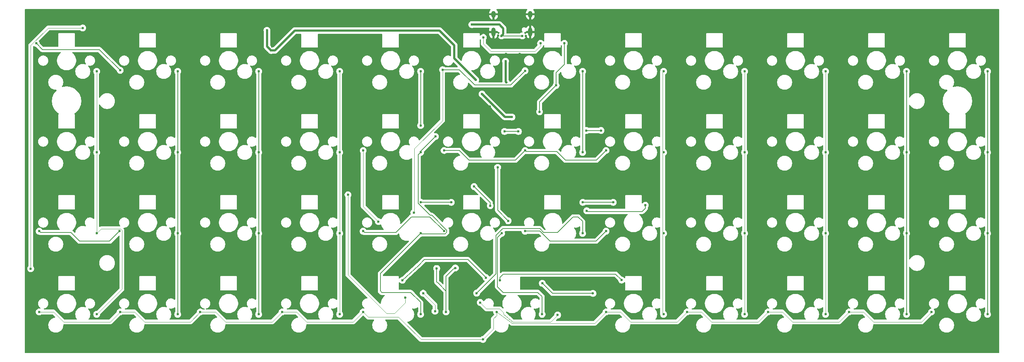
<source format=gbr>
%TF.GenerationSoftware,KiCad,Pcbnew,9.0.3*%
%TF.CreationDate,2025-08-25T21:29:52+09:00*%
%TF.ProjectId,forty,666f7274-792e-46b6-9963-61645f706362,rev?*%
%TF.SameCoordinates,Original*%
%TF.FileFunction,Copper,L1,Top*%
%TF.FilePolarity,Positive*%
%FSLAX46Y46*%
G04 Gerber Fmt 4.6, Leading zero omitted, Abs format (unit mm)*
G04 Created by KiCad (PCBNEW 9.0.3) date 2025-08-25 21:29:52*
%MOMM*%
%LPD*%
G01*
G04 APERTURE LIST*
%TA.AperFunction,HeatsinkPad*%
%ADD10O,1.000000X2.100000*%
%TD*%
%TA.AperFunction,HeatsinkPad*%
%ADD11O,1.000000X1.600000*%
%TD*%
%TA.AperFunction,ViaPad*%
%ADD12C,0.600000*%
%TD*%
%TA.AperFunction,Conductor*%
%ADD13C,0.200000*%
%TD*%
%TA.AperFunction,Conductor*%
%ADD14C,0.500000*%
%TD*%
%TA.AperFunction,Conductor*%
%ADD15C,0.120000*%
%TD*%
G04 APERTURE END LIST*
D10*
%TO.P,J1,S1,SHIELD*%
%TO.N,GND*%
X154320000Y-36130000D03*
D11*
X154320000Y-31950000D03*
D10*
X145680000Y-36130000D03*
D11*
X145680000Y-31950000D03*
%TD*%
D12*
%TO.N,GND*%
X154370000Y-38510000D03*
X153100000Y-38610000D03*
%TO.N,+5V*%
X152450000Y-37045000D03*
%TO.N,GND*%
X212075000Y-72825000D03*
X219493750Y-57850000D03*
X147260000Y-52890000D03*
X48043750Y-57850000D03*
X131170000Y-92730000D03*
X67093750Y-57850000D03*
X150130000Y-53300000D03*
X129190000Y-98670000D03*
X132310000Y-90790000D03*
X67093750Y-95950000D03*
X95000000Y-77175000D03*
X42443750Y-37400000D03*
X93560000Y-39500000D03*
X200443750Y-57850000D03*
X86143750Y-57850000D03*
X144810000Y-53680000D03*
X94925000Y-72825000D03*
X133270000Y-103330000D03*
X141260000Y-94120000D03*
X137420000Y-103050000D03*
X151230000Y-61100000D03*
X142200000Y-98660000D03*
X130190000Y-95010000D03*
X152818750Y-95950000D03*
X181393750Y-57850000D03*
X105193750Y-57850000D03*
X148600000Y-41310000D03*
X48043750Y-95950000D03*
X238543750Y-57850000D03*
X153250000Y-37045000D03*
X156743750Y-37400000D03*
X136840000Y-104780000D03*
X135731250Y-97631250D03*
X146750000Y-37000000D03*
X153040000Y-99420000D03*
X162700000Y-99007500D03*
X212075000Y-77175000D03*
X167950000Y-99590000D03*
X129320000Y-74170000D03*
X124243750Y-95950000D03*
X137693750Y-75500000D03*
X151800000Y-41310000D03*
X135340000Y-90840000D03*
%TO.N,+5V*%
X148500000Y-43000000D03*
X140570000Y-34389000D03*
X147550000Y-37045000D03*
X148700000Y-48000000D03*
%TO.N,+3.3V*%
X160763750Y-102726250D03*
X150007750Y-56150000D03*
X93348750Y-40481250D03*
X142980000Y-50740000D03*
X142560000Y-99770000D03*
X141497802Y-47403500D03*
X92388750Y-35718750D03*
%TO.N,+1.1V*%
X132310000Y-91750000D03*
X134500000Y-102000000D03*
X136670000Y-91650000D03*
%TO.N,row0*%
X126930000Y-78650000D03*
X57850000Y-45150000D03*
X38100000Y-38800000D03*
X133700000Y-45000000D03*
X153100000Y-45243750D03*
%TO.N,row1*%
X153100000Y-64000000D03*
X153100000Y-64000000D03*
X172150000Y-64000000D03*
X115015000Y-64015000D03*
X134050000Y-64000000D03*
X118610000Y-80750000D03*
%TO.N,row2*%
X172150000Y-83000000D03*
X115000000Y-83000000D03*
X38800000Y-83000000D03*
X57700000Y-83000000D03*
X134050000Y-83000000D03*
X153100000Y-83000000D03*
%TO.N,row3*%
X95950000Y-102000000D03*
X76700000Y-102000000D03*
X146400000Y-101980000D03*
X115000000Y-102000000D03*
X229300000Y-102000000D03*
X210250000Y-102000000D03*
X248700000Y-102000000D03*
X143200000Y-108470000D03*
X38800000Y-102000000D03*
X191200000Y-102000000D03*
X172150000Y-102000000D03*
X57850000Y-102000000D03*
%TO.N,Net-(D48-K)*%
X147218750Y-94550000D03*
X162343750Y-38800000D03*
X160400000Y-48700000D03*
X144900000Y-77000000D03*
X181393750Y-76900000D03*
X167600000Y-78200000D03*
X141100000Y-72500000D03*
X156500000Y-54900000D03*
X175793750Y-94500000D03*
%TO.N,Net-(LED6-DOUT)*%
X156743750Y-38800000D03*
X143293750Y-37400000D03*
%TO.N,Net-(LED18-DIN)*%
X148270000Y-59530000D03*
X151520000Y-59530000D03*
%TO.N,Net-(LED19-DIN)*%
X167500000Y-59300000D03*
X170970000Y-59300000D03*
%TO.N,Net-(LED29-DOUT)*%
X128587500Y-76200000D03*
X135731250Y-76200000D03*
%TO.N,Net-(LED31-DOUT)*%
X166687500Y-76200000D03*
X173831250Y-76200000D03*
%TO.N,Net-(LED41-DIN)*%
X124243750Y-94550000D03*
X143900000Y-93930000D03*
%TO.N,Net-(LED42-DIN)*%
X169068750Y-97631250D03*
X157162500Y-95250000D03*
%TO.N,led*%
X49050000Y-35180000D03*
X36800000Y-91820000D03*
%TO.N,RUN*%
X124920000Y-98620000D03*
X129140000Y-97600000D03*
X111450000Y-74410000D03*
X131907626Y-101830000D03*
%TO.N,col0*%
X52328750Y-64452500D03*
X52328750Y-102552500D03*
X52328750Y-83502500D03*
X52328750Y-45402500D03*
%TO.N,col1*%
X71378750Y-83502500D03*
X71378750Y-45402500D03*
X71378750Y-64452500D03*
X71378750Y-102552500D03*
%TO.N,col2*%
X90428750Y-102552500D03*
X90428750Y-83502500D03*
X90428750Y-45402500D03*
X90428750Y-64452500D03*
%TO.N,col3*%
X109478750Y-45402500D03*
X109478750Y-83502500D03*
X109478750Y-102552500D03*
X109478750Y-64452500D03*
%TO.N,col4*%
X132000000Y-60710000D03*
X128528750Y-58152316D03*
X128528750Y-102552500D03*
X128528750Y-64452500D03*
X128528750Y-45402500D03*
X128528750Y-83502500D03*
%TO.N,col5*%
X146640000Y-67970000D03*
X149125000Y-80565000D03*
X147578750Y-83502500D03*
X157103750Y-102552500D03*
%TO.N,col6*%
X166628750Y-83502500D03*
X166628750Y-64452500D03*
X141700000Y-97570000D03*
X166628750Y-45402500D03*
%TO.N,col7*%
X185678750Y-102552500D03*
X185678750Y-64452500D03*
X185678750Y-45402500D03*
X185678750Y-83502500D03*
%TO.N,col8*%
X204728750Y-45402500D03*
X204728750Y-102552500D03*
X204728750Y-83502500D03*
X204728750Y-64452500D03*
%TO.N,col9*%
X223778750Y-83502500D03*
X223778750Y-45402500D03*
X223778750Y-102552500D03*
X223778750Y-64452500D03*
%TO.N,col10*%
X242828750Y-45402500D03*
X242828750Y-102552500D03*
X242828750Y-64452500D03*
X242828750Y-83502500D03*
%TO.N,col11*%
X261878750Y-102552500D03*
X261878750Y-64452500D03*
X261878750Y-83502500D03*
X261878750Y-45402500D03*
%TD*%
D13*
%TO.N,+5V*%
X152450000Y-37045000D02*
X147550000Y-37045000D01*
D14*
X147339070Y-34660930D02*
X147067140Y-34389000D01*
X147936000Y-36659000D02*
X147936000Y-35257860D01*
X147550000Y-37045000D02*
X147936000Y-36659000D01*
X147067140Y-34389000D02*
X140570000Y-34389000D01*
X147936000Y-35257860D02*
X147339070Y-34660930D01*
%TO.N,+3.3V*%
X92388750Y-39521250D02*
X92388750Y-35718750D01*
X93348750Y-40481250D02*
X92388750Y-39521250D01*
D13*
%TO.N,col6*%
X160737559Y-83313500D02*
X164389559Y-79661500D01*
X157459559Y-83313500D02*
X160737559Y-83313500D01*
X156545059Y-82399000D02*
X157459559Y-83313500D01*
%TO.N,GND*%
X135340000Y-90840000D02*
X132360000Y-90840000D01*
X132360000Y-90840000D02*
X132310000Y-90790000D01*
D14*
%TO.N,+5V*%
X148500000Y-43000000D02*
X148500000Y-47800000D01*
X148500000Y-47800000D02*
X148700000Y-48000000D01*
%TO.N,+3.3V*%
X141497802Y-47403500D02*
X136444750Y-42350448D01*
D15*
X143996427Y-101273500D02*
X142560000Y-99837073D01*
X148065107Y-102201733D02*
X147136874Y-101273500D01*
X147136874Y-101273500D02*
X143996427Y-101273500D01*
X160750000Y-102760000D02*
X159146500Y-104363500D01*
D14*
X148390000Y-56150000D02*
X142980000Y-50740000D01*
D15*
X159146500Y-104363500D02*
X150233950Y-104363500D01*
X148065107Y-102489905D02*
X148065107Y-102201733D01*
X142560000Y-99837073D02*
X142560000Y-99770000D01*
D14*
X94247750Y-40481250D02*
X98930000Y-35799000D01*
X136444750Y-42350448D02*
X136444750Y-39263750D01*
X136444750Y-39263750D02*
X132980000Y-35799000D01*
X150007750Y-56150000D02*
X148390000Y-56150000D01*
D15*
X150233950Y-104363500D02*
X148065107Y-102489905D01*
D14*
X93348750Y-40481250D02*
X94247750Y-40481250D01*
X132980000Y-35799000D02*
X98930000Y-35799000D01*
D13*
%TO.N,+1.1V*%
X134500000Y-97100000D02*
X134500000Y-102000000D01*
X132310000Y-94910000D02*
X132750000Y-95350000D01*
X136480000Y-91650000D02*
X136670000Y-91650000D01*
X136670000Y-91650000D02*
X136940000Y-91650000D01*
X135910000Y-92220000D02*
X136480000Y-91650000D01*
X132310000Y-91750000D02*
X132310000Y-94910000D01*
X134500000Y-93630000D02*
X135910000Y-92220000D01*
X134500000Y-97100000D02*
X134500000Y-93630000D01*
X132750000Y-95350000D02*
X134500000Y-97100000D01*
%TO.N,row0*%
X57850000Y-45150000D02*
X52951000Y-40251000D01*
D15*
X126930000Y-78650000D02*
X127064750Y-78515250D01*
D13*
X141229959Y-48601000D02*
X137628959Y-45000000D01*
D15*
X127064750Y-63574823D02*
X133700000Y-56939573D01*
D13*
X153100000Y-45243750D02*
X149742750Y-48601000D01*
D15*
X127064750Y-78515250D02*
X127064750Y-63574823D01*
D13*
X52951000Y-40251000D02*
X39551000Y-40251000D01*
X149742750Y-48601000D02*
X141229959Y-48601000D01*
D15*
X133700000Y-56939573D02*
X133700000Y-45000000D01*
D13*
X137628959Y-45000000D02*
X133700000Y-45000000D01*
X39551000Y-40251000D02*
X38100000Y-38800000D01*
%TO.N,row1*%
X137578959Y-64000000D02*
X134050000Y-64000000D01*
X153363500Y-64263500D02*
X160547041Y-64263500D01*
X169846500Y-66303500D02*
X172150000Y-64000000D01*
X153100000Y-64000000D02*
X150796500Y-66303500D01*
X153100000Y-64000000D02*
X153363500Y-64263500D01*
X139882459Y-66303500D02*
X137578959Y-64000000D01*
D15*
X118610000Y-80750000D02*
X115020000Y-77160000D01*
D13*
X162587041Y-66303500D02*
X169846500Y-66303500D01*
D15*
X115020000Y-77160000D02*
X115020000Y-64050000D01*
D13*
X160547041Y-64263500D02*
X162587041Y-66303500D01*
X150796500Y-66303500D02*
X139882459Y-66303500D01*
%TO.N,row2*%
X134050000Y-83000000D02*
X130711500Y-79661500D01*
X172150000Y-83000000D02*
X169796500Y-85353500D01*
X46247041Y-83313500D02*
X48287041Y-85353500D01*
X122686500Y-83313500D02*
X115313500Y-83313500D01*
X126338500Y-79661500D02*
X122686500Y-83313500D01*
X130711500Y-79661500D02*
X126338500Y-79661500D01*
X156578959Y-83000000D02*
X153100000Y-83000000D01*
X169796500Y-85353500D02*
X158932459Y-85353500D01*
X158932459Y-85353500D02*
X156578959Y-83000000D01*
X38800000Y-83000000D02*
X39113500Y-83313500D01*
X55346500Y-85353500D02*
X57700000Y-83000000D01*
X48287041Y-85353500D02*
X55346500Y-85353500D01*
X115313500Y-83313500D02*
X115000000Y-83000000D01*
X39113500Y-83313500D02*
X46247041Y-83313500D01*
D15*
%TO.N,row3*%
X74336500Y-104363500D02*
X63585891Y-104363500D01*
X226936500Y-104363500D02*
X215985891Y-104363500D01*
X235035891Y-104363500D02*
X232672391Y-102000000D01*
X116200000Y-103200000D02*
X123340110Y-103200000D01*
X213622391Y-102000000D02*
X210250000Y-102000000D01*
X145667750Y-103562250D02*
X146400000Y-102830000D01*
X42172391Y-102000000D02*
X38800000Y-102000000D01*
X57850000Y-102000000D02*
X55486500Y-104363500D01*
X146400000Y-101980000D02*
X150114500Y-104684500D01*
X82635891Y-104363500D02*
X80272391Y-102000000D01*
X115000000Y-102000000D02*
X112636500Y-104363500D01*
X124015055Y-103874945D02*
X128610109Y-108470000D01*
X55486500Y-104363500D02*
X44535891Y-104363500D01*
X169465500Y-104684500D02*
X172150000Y-102000000D01*
X210250000Y-102000000D02*
X207886500Y-104363500D01*
X145667750Y-103562250D02*
X145667750Y-106002250D01*
X232672391Y-102000000D02*
X229300000Y-102000000D01*
X150114500Y-104684500D02*
X169465500Y-104684500D01*
X145667750Y-106002250D02*
X143200000Y-108470000D01*
X188836500Y-104363500D02*
X177885891Y-104363500D01*
X76700000Y-102000000D02*
X74336500Y-104363500D01*
X248700000Y-102000000D02*
X246336500Y-104363500D01*
X229300000Y-102000000D02*
X226936500Y-104363500D01*
X128610109Y-108470000D02*
X143200000Y-108470000D01*
X196935891Y-104363500D02*
X194572391Y-102000000D01*
X207886500Y-104363500D02*
X196935891Y-104363500D01*
X123340110Y-103200000D02*
X124015055Y-103874945D01*
X146400000Y-102830000D02*
X146400000Y-101980000D01*
X93586500Y-104363500D02*
X82635891Y-104363500D01*
X61222391Y-102000000D02*
X57850000Y-102000000D01*
X99322391Y-102000000D02*
X95950000Y-102000000D01*
X246336500Y-104363500D02*
X235035891Y-104363500D01*
X191200000Y-102000000D02*
X188836500Y-104363500D01*
X112636500Y-104363500D02*
X101685891Y-104363500D01*
X44535891Y-104363500D02*
X42172391Y-102000000D01*
X101685891Y-104363500D02*
X99322391Y-102000000D01*
X115000000Y-102000000D02*
X116200000Y-103200000D01*
X63585891Y-104363500D02*
X61222391Y-102000000D01*
X215985891Y-104363500D02*
X213622391Y-102000000D01*
X194572391Y-102000000D02*
X191200000Y-102000000D01*
X95950000Y-102000000D02*
X93586500Y-104363500D01*
X175522391Y-102000000D02*
X172150000Y-102000000D01*
X177885891Y-104363500D02*
X175522391Y-102000000D01*
X80272391Y-102000000D02*
X76700000Y-102000000D01*
D13*
%TO.N,Net-(D48-K)*%
X156500000Y-52600000D02*
X156500000Y-54900000D01*
X175793750Y-94500000D02*
X174392750Y-93099000D01*
X147969808Y-93099000D02*
X147218750Y-93850058D01*
X147218750Y-93850058D02*
X147218750Y-94550000D01*
X160400000Y-48700000D02*
X156500000Y-52600000D01*
X160400000Y-45738541D02*
X160400000Y-48700000D01*
X181393750Y-77599942D02*
X181393750Y-76900000D01*
X141100000Y-72500000D02*
X144900000Y-76300000D01*
X162343750Y-43794791D02*
X160400000Y-45738541D01*
X144900000Y-76300000D02*
X144900000Y-77000000D01*
X162343750Y-38800000D02*
X162343750Y-43794791D01*
X167600000Y-78200000D02*
X167751000Y-78351000D01*
X174392750Y-93099000D02*
X147969808Y-93099000D01*
X180642692Y-78351000D02*
X181393750Y-77599942D01*
X167751000Y-78351000D02*
X180642692Y-78351000D01*
D15*
%TO.N,Net-(LED6-DOUT)*%
X143293750Y-37400000D02*
X143293750Y-38943750D01*
X156743750Y-38800000D02*
X156743750Y-39346250D01*
X155390000Y-40700000D02*
X155625000Y-40465000D01*
X156743750Y-39346250D02*
X155625000Y-40465000D01*
X143293750Y-38943750D02*
X145050000Y-40700000D01*
X145050000Y-40700000D02*
X155390000Y-40700000D01*
D13*
%TO.N,Net-(LED18-DIN)*%
X151520000Y-59530000D02*
X148270000Y-59530000D01*
%TO.N,Net-(LED19-DIN)*%
X167500000Y-59300000D02*
X167330000Y-59300000D01*
X170970000Y-59300000D02*
X167500000Y-59300000D01*
%TO.N,Net-(LED29-DOUT)*%
X128587500Y-76200000D02*
X135731250Y-76200000D01*
%TO.N,Net-(LED31-DOUT)*%
X166687500Y-76200000D02*
X173831250Y-76200000D01*
%TO.N,Net-(LED41-DIN)*%
X143900000Y-93930000D02*
X143900000Y-93890000D01*
X128026000Y-91049000D02*
X124243750Y-94550000D01*
X139680000Y-89670000D02*
X129405000Y-89670000D01*
X143900000Y-93890000D02*
X139680000Y-89670000D01*
X129405000Y-89670000D02*
X128026000Y-91049000D01*
%TO.N,Net-(LED42-DIN)*%
X169068750Y-97631250D02*
X159543750Y-97631250D01*
X159543750Y-97631250D02*
X157162500Y-95250000D01*
D15*
%TO.N,led*%
X40926626Y-35180000D02*
X49050000Y-35180000D01*
X36800000Y-39306626D02*
X40926626Y-35180000D01*
X36800000Y-91820000D02*
X36800000Y-39306626D01*
%TO.N,RUN*%
X131907626Y-101830000D02*
X131907626Y-100367626D01*
X124920000Y-98620000D02*
X124920000Y-99804498D01*
X122400998Y-102323500D02*
X120486502Y-102323500D01*
X120486502Y-102323500D02*
X111450000Y-93286998D01*
X111450000Y-93286998D02*
X111450000Y-82790000D01*
X124920000Y-99804498D02*
X122400998Y-102323500D01*
X111450000Y-74410000D02*
X111450000Y-82790000D01*
X131907626Y-100367626D02*
X129140000Y-97600000D01*
%TO.N,col0*%
X58261000Y-96620250D02*
X52328750Y-102552500D01*
X53392250Y-82439000D02*
X57932374Y-82439000D01*
X58261000Y-82767626D02*
X58261000Y-96620250D01*
X52328750Y-45402500D02*
X52328750Y-83502500D01*
X57932374Y-82439000D02*
X58261000Y-82767626D01*
X52328750Y-83502500D02*
X53392250Y-82439000D01*
D13*
%TO.N,col1*%
X71378750Y-45402500D02*
X71378750Y-102552500D01*
%TO.N,col2*%
X90428750Y-102552500D02*
X90428750Y-45402500D01*
D15*
%TO.N,col3*%
X109478750Y-102552500D02*
X109478750Y-45402500D01*
D13*
%TO.N,col4*%
X128528750Y-83502500D02*
X128627250Y-83601000D01*
X119394808Y-97401000D02*
X119042750Y-97048942D01*
X127986500Y-76448943D02*
X127986500Y-64994750D01*
X131150943Y-79251000D02*
X130788557Y-79251000D01*
X119042750Y-97048942D02*
X119042750Y-92988500D01*
X126172142Y-97401000D02*
X119394808Y-97401000D01*
X128528750Y-64452500D02*
X128528750Y-64181250D01*
X128528750Y-64181250D02*
X132000000Y-60710000D01*
X128627250Y-83601000D02*
X134298943Y-83601000D01*
X127986500Y-64994750D02*
X128528750Y-64452500D01*
X119042750Y-92988500D02*
X128528750Y-83502500D01*
X128528750Y-58152316D02*
X128528750Y-45402500D01*
X128528750Y-102552500D02*
X128528750Y-99757608D01*
X128528750Y-99757608D02*
X126172142Y-97401000D01*
X134298943Y-83601000D02*
X134651000Y-83248943D01*
X134651000Y-82751057D02*
X131150943Y-79251000D01*
X134651000Y-83248943D02*
X134651000Y-82751057D01*
X130788557Y-79251000D02*
X127986500Y-76448943D01*
%TO.N,col5*%
X146617750Y-96048942D02*
X146617750Y-84463500D01*
X147969808Y-97401000D02*
X146617750Y-96048942D01*
X146617750Y-84463500D02*
X147578750Y-83502500D01*
X157103750Y-102552500D02*
X157103750Y-98388250D01*
X156116500Y-97401000D02*
X147969808Y-97401000D01*
X157103750Y-98388250D02*
X156116500Y-97401000D01*
X146640000Y-78080000D02*
X146640000Y-67970000D01*
X149125000Y-80565000D02*
X146640000Y-78080000D01*
%TO.N,col6*%
X141700000Y-97570000D02*
X146216750Y-93053250D01*
X146216750Y-93053250D02*
X146216750Y-84014557D01*
X146216750Y-84014557D02*
X147832307Y-82399000D01*
X164389559Y-79661500D02*
X165582642Y-79661500D01*
X147832307Y-82399000D02*
X156545059Y-82399000D01*
X166628750Y-80707608D02*
X166628750Y-83502500D01*
X165582642Y-79661500D02*
X166628750Y-80707608D01*
X166628750Y-64452500D02*
X166628750Y-45402500D01*
D15*
%TO.N,col7*%
X185450000Y-45631250D02*
X185678750Y-45402500D01*
X185678750Y-102552500D02*
X185450000Y-102323750D01*
X185450000Y-102323750D02*
X185450000Y-45631250D01*
%TO.N,col8*%
X204728750Y-102552500D02*
X204728750Y-45402500D01*
%TO.N,col9*%
X223778750Y-45402500D02*
X223778750Y-102552500D01*
D13*
%TO.N,col10*%
X242828750Y-45402500D02*
X242828750Y-102552500D01*
%TO.N,col11*%
X261878750Y-64452500D02*
X261878750Y-102552500D01*
X261878750Y-45402500D02*
X261878750Y-64452500D01*
%TD*%
%TA.AperFunction,Conductor*%
%TO.N,GND*%
G36*
X139446942Y-90290185D02*
G01*
X139467584Y-90306819D01*
X143063181Y-93902416D01*
X143096666Y-93963739D01*
X143099500Y-93990097D01*
X143099500Y-94008846D01*
X143130261Y-94163489D01*
X143130264Y-94163501D01*
X143190602Y-94309172D01*
X143190609Y-94309185D01*
X143278210Y-94440288D01*
X143278213Y-94440292D01*
X143389707Y-94551786D01*
X143389711Y-94551789D01*
X143520814Y-94639390D01*
X143520827Y-94639397D01*
X143533603Y-94644689D01*
X143588007Y-94688530D01*
X143610072Y-94754824D01*
X143592793Y-94822523D01*
X143573832Y-94846931D01*
X141685339Y-96735425D01*
X141624016Y-96768910D01*
X141621850Y-96769361D01*
X141466508Y-96800261D01*
X141466498Y-96800264D01*
X141320827Y-96860602D01*
X141320814Y-96860609D01*
X141189711Y-96948210D01*
X141189707Y-96948213D01*
X141078213Y-97059707D01*
X141078210Y-97059711D01*
X140990609Y-97190814D01*
X140990602Y-97190827D01*
X140930264Y-97336498D01*
X140930261Y-97336510D01*
X140899500Y-97491153D01*
X140899500Y-97648846D01*
X140930261Y-97803489D01*
X140930264Y-97803501D01*
X140990602Y-97949172D01*
X140990609Y-97949185D01*
X141078210Y-98080288D01*
X141078213Y-98080292D01*
X141189707Y-98191786D01*
X141189711Y-98191789D01*
X141320814Y-98279390D01*
X141320827Y-98279397D01*
X141466498Y-98339735D01*
X141466503Y-98339737D01*
X141617312Y-98369735D01*
X141621153Y-98370499D01*
X141621156Y-98370500D01*
X141621158Y-98370500D01*
X141778844Y-98370500D01*
X141778845Y-98370499D01*
X141933497Y-98339737D01*
X142079179Y-98279394D01*
X142210289Y-98191789D01*
X142321789Y-98080289D01*
X142409394Y-97949179D01*
X142469737Y-97803497D01*
X142494533Y-97678842D01*
X142500638Y-97648150D01*
X142533023Y-97586239D01*
X142534518Y-97584716D01*
X145805569Y-94313666D01*
X145866892Y-94280181D01*
X145936584Y-94285165D01*
X145992517Y-94327037D01*
X146016934Y-94392501D01*
X146017250Y-94401347D01*
X146017250Y-95962272D01*
X146017249Y-95962290D01*
X146017249Y-96127996D01*
X146017248Y-96127996D01*
X146058173Y-96280727D01*
X146087108Y-96330842D01*
X146087109Y-96330846D01*
X146087110Y-96330846D01*
X146137229Y-96417656D01*
X146137231Y-96417659D01*
X146256099Y-96536527D01*
X146256104Y-96536531D01*
X147601092Y-97881520D01*
X147601094Y-97881521D01*
X147601098Y-97881524D01*
X147646489Y-97907730D01*
X147738024Y-97960577D01*
X147890751Y-98001501D01*
X147890753Y-98001501D01*
X148056462Y-98001501D01*
X148056478Y-98001500D01*
X148577392Y-98001500D01*
X148644431Y-98021185D01*
X148690186Y-98073989D01*
X148700130Y-98143147D01*
X148671105Y-98206703D01*
X148652879Y-98223876D01*
X148531702Y-98316858D01*
X148323108Y-98525452D01*
X148323102Y-98525459D01*
X148143511Y-98759506D01*
X147996008Y-99014989D01*
X147996004Y-99014999D01*
X147883114Y-99287538D01*
X147883111Y-99287548D01*
X147819267Y-99525821D01*
X147806758Y-99572504D01*
X147806756Y-99572515D01*
X147768250Y-99864986D01*
X147768250Y-100160013D01*
X147785869Y-100293835D01*
X147806757Y-100452493D01*
X147873630Y-100702068D01*
X147883111Y-100737451D01*
X147883111Y-100737452D01*
X147990762Y-100997346D01*
X147998231Y-101066816D01*
X147966956Y-101129295D01*
X147906867Y-101164947D01*
X147837042Y-101162453D01*
X147788520Y-101132480D01*
X147592456Y-100936416D01*
X147592454Y-100936413D01*
X147481030Y-100824989D01*
X147481029Y-100824988D01*
X147353219Y-100751197D01*
X147353218Y-100751196D01*
X147353214Y-100751195D01*
X147301923Y-100737451D01*
X147301923Y-100737452D01*
X147256294Y-100725226D01*
X147210666Y-100713000D01*
X147210665Y-100713000D01*
X145711530Y-100713000D01*
X145644491Y-100693315D01*
X145598736Y-100640511D01*
X145588792Y-100571353D01*
X145601045Y-100532705D01*
X145631295Y-100473336D01*
X145631295Y-100473335D01*
X145631297Y-100473332D01*
X145689690Y-100293618D01*
X145712650Y-100148654D01*
X145719250Y-100106986D01*
X145719250Y-99918013D01*
X145689690Y-99731381D01*
X145643104Y-99588007D01*
X145631297Y-99551668D01*
X145631295Y-99551665D01*
X145631295Y-99551663D01*
X145582691Y-99456273D01*
X145545510Y-99383301D01*
X145434440Y-99230427D01*
X145300823Y-99096810D01*
X145147949Y-98985740D01*
X144979586Y-98899954D01*
X144799868Y-98841559D01*
X144613236Y-98812000D01*
X144613231Y-98812000D01*
X144424269Y-98812000D01*
X144424264Y-98812000D01*
X144237631Y-98841559D01*
X144057913Y-98899954D01*
X143889550Y-98985740D01*
X143815041Y-99039875D01*
X143736677Y-99096810D01*
X143736675Y-99096812D01*
X143736674Y-99096812D01*
X143603062Y-99230424D01*
X143603062Y-99230425D01*
X143603060Y-99230427D01*
X143569160Y-99277086D01*
X143491988Y-99383303D01*
X143489246Y-99388685D01*
X143441270Y-99439480D01*
X143373448Y-99456273D01*
X143307314Y-99433733D01*
X143273461Y-99395429D01*
X143272779Y-99395886D01*
X143269415Y-99390851D01*
X143269404Y-99390839D01*
X143269393Y-99390818D01*
X143181789Y-99259711D01*
X143181786Y-99259707D01*
X143070292Y-99148213D01*
X143070288Y-99148210D01*
X142939185Y-99060609D01*
X142939172Y-99060602D01*
X142793501Y-99000264D01*
X142793489Y-99000261D01*
X142638845Y-98969500D01*
X142638842Y-98969500D01*
X142481158Y-98969500D01*
X142481155Y-98969500D01*
X142326510Y-99000261D01*
X142326498Y-99000264D01*
X142180827Y-99060602D01*
X142180814Y-99060609D01*
X142049711Y-99148210D01*
X142049707Y-99148213D01*
X141938213Y-99259707D01*
X141938210Y-99259711D01*
X141850609Y-99390814D01*
X141850602Y-99390827D01*
X141790264Y-99536498D01*
X141790261Y-99536510D01*
X141759500Y-99691153D01*
X141759500Y-99848846D01*
X141790261Y-100003489D01*
X141790264Y-100003501D01*
X141850602Y-100149172D01*
X141850609Y-100149185D01*
X141938210Y-100280288D01*
X141938213Y-100280292D01*
X142049707Y-100391786D01*
X142049711Y-100391789D01*
X142180814Y-100479390D01*
X142180827Y-100479397D01*
X142309526Y-100532705D01*
X142326503Y-100539737D01*
X142468736Y-100568029D01*
X142530647Y-100600413D01*
X142532224Y-100601963D01*
X143652272Y-101722012D01*
X143780082Y-101795803D01*
X143922636Y-101834001D01*
X143922638Y-101834001D01*
X144077815Y-101834001D01*
X144077831Y-101834000D01*
X145475500Y-101834000D01*
X145542539Y-101853685D01*
X145588294Y-101906489D01*
X145599500Y-101958000D01*
X145599500Y-102058846D01*
X145630261Y-102213489D01*
X145630264Y-102213501D01*
X145690602Y-102359172D01*
X145690609Y-102359185D01*
X145778210Y-102490288D01*
X145782076Y-102494999D01*
X145780150Y-102496579D01*
X145808419Y-102548289D01*
X145803468Y-102617983D01*
X145774946Y-102662386D01*
X145323597Y-103113736D01*
X145219239Y-103218093D01*
X145219235Y-103218098D01*
X145154558Y-103330124D01*
X145154557Y-103330126D01*
X145147702Y-103342000D01*
X145145447Y-103345905D01*
X145121402Y-103435644D01*
X145120739Y-103438117D01*
X145120735Y-103438131D01*
X145107250Y-103488458D01*
X145107250Y-105718721D01*
X145087565Y-105785760D01*
X145070931Y-105806402D01*
X143244153Y-107633181D01*
X143182830Y-107666666D01*
X143156472Y-107669500D01*
X143121155Y-107669500D01*
X142966510Y-107700261D01*
X142966498Y-107700264D01*
X142820827Y-107760602D01*
X142820814Y-107760609D01*
X142689711Y-107848210D01*
X142689707Y-107848213D01*
X142664740Y-107873181D01*
X142603417Y-107906666D01*
X142577059Y-107909500D01*
X128893637Y-107909500D01*
X128826598Y-107889815D01*
X128805956Y-107873181D01*
X125429014Y-104496238D01*
X125395529Y-104434915D01*
X125400513Y-104365223D01*
X125442385Y-104309290D01*
X125500509Y-104285618D01*
X125595988Y-104273048D01*
X125817637Y-104213658D01*
X126029638Y-104125844D01*
X126228362Y-104011111D01*
X126410411Y-103871419D01*
X126410415Y-103871414D01*
X126410420Y-103871411D01*
X126572661Y-103709170D01*
X126572664Y-103709165D01*
X126572669Y-103709161D01*
X126712361Y-103527112D01*
X126827094Y-103328388D01*
X126914908Y-103116387D01*
X126974298Y-102894738D01*
X127004250Y-102667234D01*
X127004250Y-102437766D01*
X126974298Y-102210262D01*
X126914908Y-101988613D01*
X126854635Y-101843102D01*
X126827099Y-101776623D01*
X126827096Y-101776617D01*
X126827094Y-101776612D01*
X126712361Y-101577888D01*
X126712358Y-101577885D01*
X126712357Y-101577882D01*
X126591388Y-101420234D01*
X126572669Y-101395839D01*
X126572668Y-101395838D01*
X126569985Y-101392778D01*
X126570840Y-101392028D01*
X126539738Y-101335069D01*
X126544722Y-101265377D01*
X126586594Y-101209444D01*
X126652058Y-101185027D01*
X126680296Y-101186237D01*
X126773208Y-101200953D01*
X126849265Y-101213000D01*
X126849269Y-101213000D01*
X127038236Y-101213000D01*
X127224868Y-101183440D01*
X127224874Y-101183438D01*
X127404582Y-101125047D01*
X127572949Y-101039260D01*
X127725823Y-100928190D01*
X127725825Y-100928187D01*
X127729764Y-100925326D01*
X127730836Y-100926801D01*
X127787459Y-100901419D01*
X127856546Y-100911844D01*
X127909030Y-100957966D01*
X127928250Y-101024277D01*
X127928250Y-101972734D01*
X127908565Y-102039773D01*
X127907352Y-102041625D01*
X127819359Y-102173314D01*
X127819352Y-102173327D01*
X127759014Y-102318998D01*
X127759011Y-102319010D01*
X127728250Y-102473653D01*
X127728250Y-102631346D01*
X127759011Y-102785989D01*
X127759014Y-102786001D01*
X127819352Y-102931672D01*
X127819359Y-102931685D01*
X127906960Y-103062788D01*
X127906963Y-103062792D01*
X128018457Y-103174286D01*
X128018461Y-103174289D01*
X128149564Y-103261890D01*
X128149577Y-103261897D01*
X128295248Y-103322235D01*
X128295253Y-103322237D01*
X128424968Y-103348039D01*
X128449903Y-103352999D01*
X128449906Y-103353000D01*
X128449908Y-103353000D01*
X128607594Y-103353000D01*
X128607595Y-103352999D01*
X128762247Y-103322237D01*
X128907929Y-103261894D01*
X129039039Y-103174289D01*
X129150539Y-103062789D01*
X129238144Y-102931679D01*
X129298487Y-102785997D01*
X129329250Y-102631342D01*
X129329250Y-102473658D01*
X129329250Y-102473655D01*
X129329249Y-102473653D01*
X129322112Y-102437772D01*
X129298487Y-102319003D01*
X129269888Y-102249958D01*
X129238147Y-102173327D01*
X129238140Y-102173314D01*
X129150148Y-102041625D01*
X129129270Y-101974947D01*
X129129250Y-101972734D01*
X129129250Y-99846667D01*
X129129251Y-99846654D01*
X129129251Y-99678553D01*
X129129251Y-99678551D01*
X129088327Y-99525823D01*
X129050522Y-99460343D01*
X129009270Y-99388892D01*
X128897466Y-99277088D01*
X128897465Y-99277087D01*
X128893135Y-99272757D01*
X128893124Y-99272747D01*
X127141530Y-97521153D01*
X128339500Y-97521153D01*
X128339500Y-97678846D01*
X128370261Y-97833489D01*
X128370264Y-97833501D01*
X128430602Y-97979172D01*
X128430609Y-97979185D01*
X128518210Y-98110288D01*
X128518213Y-98110292D01*
X128629707Y-98221786D01*
X128629711Y-98221789D01*
X128760814Y-98309390D01*
X128760827Y-98309397D01*
X128906498Y-98369735D01*
X128906503Y-98369737D01*
X129061153Y-98400499D01*
X129061156Y-98400500D01*
X129061158Y-98400500D01*
X129096472Y-98400500D01*
X129163511Y-98420185D01*
X129184153Y-98436819D01*
X131310807Y-100563473D01*
X131344292Y-100624796D01*
X131347126Y-100651154D01*
X131347126Y-101207059D01*
X131327441Y-101274098D01*
X131310807Y-101294740D01*
X131285839Y-101319707D01*
X131285836Y-101319711D01*
X131198235Y-101450814D01*
X131198228Y-101450827D01*
X131137890Y-101596498D01*
X131137887Y-101596510D01*
X131107126Y-101751153D01*
X131107126Y-101908846D01*
X131137887Y-102063489D01*
X131137890Y-102063501D01*
X131198228Y-102209172D01*
X131198235Y-102209185D01*
X131285836Y-102340288D01*
X131285839Y-102340292D01*
X131397333Y-102451786D01*
X131397337Y-102451789D01*
X131528440Y-102539390D01*
X131528453Y-102539397D01*
X131667084Y-102596819D01*
X131674129Y-102599737D01*
X131828779Y-102630499D01*
X131828782Y-102630500D01*
X131828784Y-102630500D01*
X131986470Y-102630500D01*
X131986471Y-102630499D01*
X132141123Y-102599737D01*
X132286805Y-102539394D01*
X132417915Y-102451789D01*
X132529415Y-102340289D01*
X132617020Y-102209179D01*
X132677363Y-102063497D01*
X132708126Y-101908842D01*
X132708126Y-101751158D01*
X132708126Y-101751155D01*
X132708125Y-101751153D01*
X132701069Y-101715681D01*
X132677363Y-101596503D01*
X132677361Y-101596498D01*
X132617023Y-101450827D01*
X132617016Y-101450814D01*
X132529415Y-101319711D01*
X132529412Y-101319707D01*
X132504445Y-101294740D01*
X132470960Y-101233417D01*
X132468126Y-101207059D01*
X132468126Y-100293835D01*
X132468068Y-100293618D01*
X132465915Y-100285585D01*
X132429929Y-100151281D01*
X132404352Y-100106981D01*
X132356138Y-100023471D01*
X132251781Y-99919114D01*
X132251780Y-99919113D01*
X132247450Y-99914783D01*
X132247439Y-99914773D01*
X129976819Y-97644153D01*
X129943334Y-97582830D01*
X129940500Y-97556472D01*
X129940500Y-97521155D01*
X129940499Y-97521153D01*
X129934532Y-97491153D01*
X129909737Y-97366503D01*
X129891280Y-97321943D01*
X129849397Y-97220827D01*
X129849390Y-97220814D01*
X129761789Y-97089711D01*
X129761786Y-97089707D01*
X129650292Y-96978213D01*
X129650288Y-96978210D01*
X129519185Y-96890609D01*
X129519172Y-96890602D01*
X129373501Y-96830264D01*
X129373489Y-96830261D01*
X129218845Y-96799500D01*
X129218842Y-96799500D01*
X129061158Y-96799500D01*
X129061155Y-96799500D01*
X128906510Y-96830261D01*
X128906498Y-96830264D01*
X128760827Y-96890602D01*
X128760814Y-96890609D01*
X128629711Y-96978210D01*
X128629707Y-96978213D01*
X128518213Y-97089707D01*
X128518210Y-97089711D01*
X128430609Y-97220814D01*
X128430602Y-97220827D01*
X128370264Y-97366498D01*
X128370261Y-97366510D01*
X128339500Y-97521153D01*
X127141530Y-97521153D01*
X126659732Y-97039355D01*
X126659730Y-97039352D01*
X126540859Y-96920481D01*
X126540858Y-96920480D01*
X126450333Y-96868216D01*
X126450332Y-96868215D01*
X126403925Y-96841422D01*
X126348023Y-96826443D01*
X126251199Y-96800499D01*
X126093085Y-96800499D01*
X126085489Y-96800499D01*
X126085473Y-96800500D01*
X123518250Y-96800500D01*
X123451211Y-96780815D01*
X123405456Y-96728011D01*
X123394250Y-96676500D01*
X123394250Y-95128269D01*
X123413935Y-95061230D01*
X123466739Y-95015475D01*
X123535897Y-95005531D01*
X123599453Y-95034556D01*
X123618042Y-95055626D01*
X123618097Y-95055581D01*
X123619359Y-95057119D01*
X123621353Y-95059379D01*
X123621962Y-95060291D01*
X123733457Y-95171786D01*
X123733461Y-95171789D01*
X123864564Y-95259390D01*
X123864577Y-95259397D01*
X123963810Y-95300500D01*
X124010253Y-95319737D01*
X124144442Y-95346429D01*
X124164903Y-95350499D01*
X124164906Y-95350500D01*
X124164908Y-95350500D01*
X124322594Y-95350500D01*
X124322595Y-95350499D01*
X124477247Y-95319737D01*
X124622929Y-95259394D01*
X124754039Y-95171789D01*
X124865539Y-95060289D01*
X124953144Y-94929179D01*
X125013487Y-94783497D01*
X125036776Y-94666414D01*
X125069160Y-94604504D01*
X125074138Y-94599627D01*
X128237869Y-91671153D01*
X131509500Y-91671153D01*
X131509500Y-91828846D01*
X131540261Y-91983489D01*
X131540264Y-91983501D01*
X131600602Y-92129172D01*
X131600609Y-92129185D01*
X131688602Y-92260874D01*
X131709480Y-92327551D01*
X131709500Y-92329765D01*
X131709500Y-94823330D01*
X131709499Y-94823348D01*
X131709499Y-94989054D01*
X131709498Y-94989054D01*
X131709499Y-94989057D01*
X131750423Y-95141785D01*
X131750424Y-95141787D01*
X131750423Y-95141787D01*
X131767255Y-95170939D01*
X131767257Y-95170941D01*
X131767258Y-95170943D01*
X131804437Y-95235339D01*
X131829479Y-95278715D01*
X131948349Y-95397585D01*
X131948355Y-95397590D01*
X133863181Y-97312416D01*
X133896666Y-97373739D01*
X133899500Y-97400097D01*
X133899500Y-101420234D01*
X133879815Y-101487273D01*
X133878602Y-101489125D01*
X133790609Y-101620814D01*
X133790602Y-101620827D01*
X133730264Y-101766498D01*
X133730261Y-101766510D01*
X133699500Y-101921153D01*
X133699500Y-102078846D01*
X133730261Y-102233489D01*
X133730264Y-102233501D01*
X133790602Y-102379172D01*
X133790609Y-102379185D01*
X133878210Y-102510288D01*
X133878213Y-102510292D01*
X133989707Y-102621786D01*
X133989711Y-102621789D01*
X134120814Y-102709390D01*
X134120827Y-102709397D01*
X134266498Y-102769735D01*
X134266503Y-102769737D01*
X134421153Y-102800499D01*
X134421156Y-102800500D01*
X134421158Y-102800500D01*
X134578844Y-102800500D01*
X134578845Y-102800499D01*
X134733497Y-102769737D01*
X134879179Y-102709394D01*
X135010289Y-102621789D01*
X135121789Y-102510289D01*
X135209394Y-102379179D01*
X135269737Y-102233497D01*
X135300500Y-102078842D01*
X135300500Y-101921158D01*
X135300500Y-101921155D01*
X135300499Y-101921153D01*
X135298050Y-101908842D01*
X135269737Y-101766503D01*
X135269735Y-101766498D01*
X135209397Y-101620827D01*
X135209390Y-101620814D01*
X135121398Y-101489125D01*
X135100520Y-101422447D01*
X135100500Y-101420234D01*
X135100500Y-97179061D01*
X135100501Y-97179058D01*
X135100501Y-97020943D01*
X135100500Y-97020939D01*
X135100500Y-93930097D01*
X135120185Y-93863058D01*
X135136819Y-93842416D01*
X136449100Y-92530135D01*
X136449106Y-92530128D01*
X136492863Y-92486372D01*
X136554186Y-92452887D01*
X136585066Y-92451095D01*
X136585066Y-92450500D01*
X136748844Y-92450500D01*
X136748845Y-92450499D01*
X136903497Y-92419737D01*
X137049179Y-92359394D01*
X137180289Y-92271789D01*
X137291789Y-92160289D01*
X137310861Y-92131744D01*
X137326283Y-92112952D01*
X137420520Y-92018716D01*
X137499577Y-91881784D01*
X137540500Y-91729057D01*
X137540500Y-91570943D01*
X137499577Y-91418216D01*
X137463105Y-91355044D01*
X137420524Y-91281290D01*
X137420518Y-91281282D01*
X137326283Y-91187047D01*
X137310863Y-91168258D01*
X137291789Y-91139711D01*
X137291788Y-91139709D01*
X137180292Y-91028213D01*
X137180288Y-91028210D01*
X137049185Y-90940609D01*
X137049172Y-90940602D01*
X136903501Y-90880264D01*
X136903489Y-90880261D01*
X136748845Y-90849500D01*
X136748842Y-90849500D01*
X136591158Y-90849500D01*
X136591155Y-90849500D01*
X136436510Y-90880261D01*
X136436498Y-90880264D01*
X136290827Y-90940602D01*
X136290814Y-90940609D01*
X136159711Y-91028210D01*
X136159707Y-91028213D01*
X136048213Y-91139707D01*
X136048207Y-91139715D01*
X135960607Y-91270818D01*
X135960606Y-91270819D01*
X135935157Y-91332259D01*
X135908277Y-91372486D01*
X135541284Y-91739481D01*
X134131286Y-93149478D01*
X134019481Y-93261282D01*
X134019479Y-93261284D01*
X134003711Y-93288597D01*
X133992387Y-93308211D01*
X133940423Y-93398215D01*
X133899499Y-93550943D01*
X133899499Y-93550945D01*
X133899499Y-93719046D01*
X133899500Y-93719059D01*
X133899500Y-95350902D01*
X133879815Y-95417941D01*
X133827011Y-95463696D01*
X133757853Y-95473640D01*
X133694297Y-95444615D01*
X133687819Y-95438583D01*
X133118716Y-94869481D01*
X132946819Y-94697584D01*
X132913334Y-94636261D01*
X132910500Y-94609903D01*
X132910500Y-92329765D01*
X132930185Y-92262726D01*
X132931398Y-92260874D01*
X133019390Y-92129185D01*
X133019390Y-92129184D01*
X133019394Y-92129179D01*
X133079737Y-91983497D01*
X133110500Y-91828842D01*
X133110500Y-91671158D01*
X133110500Y-91671155D01*
X133110499Y-91671153D01*
X133090566Y-91570943D01*
X133079737Y-91516503D01*
X133058473Y-91465166D01*
X133019397Y-91370827D01*
X133019390Y-91370814D01*
X132931789Y-91239711D01*
X132931786Y-91239707D01*
X132820292Y-91128213D01*
X132820288Y-91128210D01*
X132689185Y-91040609D01*
X132689172Y-91040602D01*
X132543501Y-90980264D01*
X132543489Y-90980261D01*
X132388845Y-90949500D01*
X132388842Y-90949500D01*
X132231158Y-90949500D01*
X132231155Y-90949500D01*
X132076510Y-90980261D01*
X132076498Y-90980264D01*
X131930827Y-91040602D01*
X131930814Y-91040609D01*
X131799711Y-91128210D01*
X131799707Y-91128213D01*
X131688213Y-91239707D01*
X131688210Y-91239711D01*
X131600609Y-91370814D01*
X131600602Y-91370827D01*
X131540264Y-91516498D01*
X131540261Y-91516510D01*
X131509500Y-91671153D01*
X128237869Y-91671153D01*
X128374333Y-91544837D01*
X128388316Y-91534532D01*
X128388267Y-91534468D01*
X128394712Y-91529522D01*
X128394713Y-91529520D01*
X128394716Y-91529519D01*
X128440767Y-91483466D01*
X128444168Y-91480196D01*
X128491930Y-91435987D01*
X128491931Y-91435985D01*
X128491934Y-91435983D01*
X128491936Y-91435979D01*
X128497128Y-91429729D01*
X128497190Y-91429781D01*
X128508028Y-91416205D01*
X129617417Y-90306819D01*
X129678740Y-90273334D01*
X129705098Y-90270500D01*
X139379903Y-90270500D01*
X139446942Y-90290185D01*
G37*
%TD.AperFunction*%
%TA.AperFunction,Conductor*%
G36*
X155883442Y-98021185D02*
G01*
X155904084Y-98037819D01*
X156466931Y-98600666D01*
X156500416Y-98661989D01*
X156503250Y-98688347D01*
X156503250Y-99000722D01*
X156483565Y-99067761D01*
X156430761Y-99113516D01*
X156361603Y-99123460D01*
X156305813Y-99098229D01*
X156304764Y-99099674D01*
X156300825Y-99096812D01*
X156300823Y-99096810D01*
X156147949Y-98985740D01*
X155979586Y-98899954D01*
X155799868Y-98841559D01*
X155613236Y-98812000D01*
X155613231Y-98812000D01*
X155424269Y-98812000D01*
X155424264Y-98812000D01*
X155237631Y-98841559D01*
X155057913Y-98899954D01*
X154889550Y-98985740D01*
X154815041Y-99039875D01*
X154736677Y-99096810D01*
X154736675Y-99096812D01*
X154736674Y-99096812D01*
X154603062Y-99230424D01*
X154603062Y-99230425D01*
X154603060Y-99230427D01*
X154569160Y-99277086D01*
X154491990Y-99383300D01*
X154406204Y-99551663D01*
X154347809Y-99731381D01*
X154318250Y-99918013D01*
X154318250Y-100106986D01*
X154347809Y-100293618D01*
X154406204Y-100473336D01*
X154484687Y-100627366D01*
X154491990Y-100641699D01*
X154529491Y-100693315D01*
X154535851Y-100702068D01*
X154559331Y-100767875D01*
X154543506Y-100835929D01*
X154493400Y-100884623D01*
X154424922Y-100898499D01*
X154395676Y-100892374D01*
X154392641Y-100891343D01*
X154392637Y-100891342D01*
X154170988Y-100831952D01*
X154118100Y-100824989D01*
X153943491Y-100802000D01*
X153943484Y-100802000D01*
X153714016Y-100802000D01*
X153714008Y-100802000D01*
X153497465Y-100830509D01*
X153486512Y-100831952D01*
X153392826Y-100857054D01*
X153264862Y-100891342D01*
X153052873Y-100979150D01*
X153052859Y-100979157D01*
X152854132Y-101093892D01*
X152672088Y-101233581D01*
X152509831Y-101395838D01*
X152370142Y-101577882D01*
X152255407Y-101776609D01*
X152255400Y-101776623D01*
X152167592Y-101988612D01*
X152108203Y-102210259D01*
X152108201Y-102210270D01*
X152078250Y-102437758D01*
X152078250Y-102667241D01*
X152096400Y-102805094D01*
X152108202Y-102894738D01*
X152164654Y-103105422D01*
X152167592Y-103116387D01*
X152255400Y-103328376D01*
X152255406Y-103328388D01*
X152369929Y-103526749D01*
X152370142Y-103527117D01*
X152428764Y-103603513D01*
X152453959Y-103668682D01*
X152439921Y-103737127D01*
X152391107Y-103787117D01*
X152330389Y-103803000D01*
X150488667Y-103803000D01*
X150421628Y-103783315D01*
X150407606Y-103772835D01*
X148668546Y-102270515D01*
X148630683Y-102211794D01*
X148627288Y-102197026D01*
X148625607Y-102186919D01*
X148625607Y-102127942D01*
X148599738Y-102031398D01*
X148598752Y-102025468D01*
X148602264Y-101996523D01*
X148602959Y-101967366D01*
X148606425Y-101962244D01*
X148607170Y-101956107D01*
X148625775Y-101933653D01*
X148642121Y-101909503D01*
X148647804Y-101907069D01*
X148651750Y-101902308D01*
X148679542Y-101893478D01*
X148706349Y-101881999D01*
X148712446Y-101883024D01*
X148718340Y-101881152D01*
X148746495Y-101888749D01*
X148775252Y-101893585D01*
X148783071Y-101897735D01*
X149021239Y-102035241D01*
X149021240Y-102035241D01*
X149021243Y-102035243D01*
X149293798Y-102148139D01*
X149578757Y-102224493D01*
X149871244Y-102263000D01*
X149871251Y-102263000D01*
X150166249Y-102263000D01*
X150166256Y-102263000D01*
X150458743Y-102224493D01*
X150743702Y-102148139D01*
X151016257Y-102035243D01*
X151271744Y-101887738D01*
X151505792Y-101708146D01*
X151714396Y-101499542D01*
X151893988Y-101265494D01*
X152041493Y-101010007D01*
X152154389Y-100737452D01*
X152230743Y-100452493D01*
X152269250Y-100160006D01*
X152269250Y-99864994D01*
X152230743Y-99572507D01*
X152154389Y-99287548D01*
X152150055Y-99277086D01*
X152098520Y-99152669D01*
X152041493Y-99014993D01*
X152032989Y-99000264D01*
X151893988Y-98759506D01*
X151714397Y-98525459D01*
X151714391Y-98525452D01*
X151505797Y-98316858D01*
X151495810Y-98309195D01*
X151384620Y-98223875D01*
X151343419Y-98167448D01*
X151339264Y-98097702D01*
X151373477Y-98036781D01*
X151435194Y-98004029D01*
X151460108Y-98001500D01*
X155816403Y-98001500D01*
X155883442Y-98021185D01*
G37*
%TD.AperFunction*%
%TA.AperFunction,Conductor*%
G36*
X154020000Y-36380000D02*
G01*
X153320000Y-36380000D01*
X153320000Y-36497411D01*
X153300315Y-36564450D01*
X153247511Y-36610205D01*
X153178353Y-36620149D01*
X153114797Y-36591124D01*
X153092898Y-36566302D01*
X153071789Y-36534711D01*
X153071786Y-36534707D01*
X152960292Y-36423213D01*
X152960288Y-36423210D01*
X152924795Y-36399494D01*
X152879990Y-36345881D01*
X152871283Y-36276556D01*
X152901438Y-36213529D01*
X152960881Y-36176810D01*
X152961593Y-36176617D01*
X152965762Y-36175500D01*
X152965766Y-36175500D01*
X153112135Y-36136281D01*
X153243365Y-36060515D01*
X153350515Y-35953365D01*
X153357077Y-35942000D01*
X153407644Y-35893784D01*
X153464464Y-35880000D01*
X154020000Y-35880000D01*
X154020000Y-36380000D01*
G37*
%TD.AperFunction*%
%TA.AperFunction,Conductor*%
G36*
X146602575Y-35899685D02*
G01*
X146642923Y-35942000D01*
X146649482Y-35953361D01*
X146649484Y-35953364D01*
X146649485Y-35953365D01*
X146756635Y-36060515D01*
X146887865Y-36136281D01*
X147034234Y-36175500D01*
X147034237Y-36175500D01*
X147038406Y-36176617D01*
X147098066Y-36212982D01*
X147128596Y-36275828D01*
X147120302Y-36345204D01*
X147075817Y-36399082D01*
X147075205Y-36399493D01*
X147039714Y-36423208D01*
X147039707Y-36423213D01*
X146928213Y-36534707D01*
X146928210Y-36534711D01*
X146907102Y-36566302D01*
X146853489Y-36611107D01*
X146784164Y-36619814D01*
X146721137Y-36589659D01*
X146684418Y-36530216D01*
X146680000Y-36497411D01*
X146680000Y-36380000D01*
X145980000Y-36380000D01*
X145980000Y-35880000D01*
X146535536Y-35880000D01*
X146602575Y-35899685D01*
G37*
%TD.AperFunction*%
%TA.AperFunction,Conductor*%
G36*
X144887168Y-30756738D02*
G01*
X144909257Y-30758318D01*
X144920040Y-30766390D01*
X144932962Y-30770185D01*
X144947461Y-30786918D01*
X144965190Y-30800190D01*
X144969897Y-30812810D01*
X144978717Y-30822989D01*
X144981868Y-30844906D01*
X144989607Y-30865654D01*
X144986744Y-30878814D01*
X144988661Y-30892147D01*
X144979461Y-30912290D01*
X144974755Y-30933927D01*
X144961486Y-30951652D01*
X144959636Y-30955703D01*
X144953604Y-30962181D01*
X144903251Y-31012533D01*
X144903248Y-31012537D01*
X144793814Y-31176315D01*
X144793807Y-31176328D01*
X144718430Y-31358306D01*
X144718427Y-31358318D01*
X144680000Y-31551504D01*
X144680000Y-31700000D01*
X145380000Y-31700000D01*
X145380000Y-32200000D01*
X144680000Y-32200000D01*
X144680000Y-32348495D01*
X144718427Y-32541681D01*
X144718430Y-32541693D01*
X144793807Y-32723671D01*
X144793814Y-32723684D01*
X144903248Y-32887462D01*
X144903251Y-32887466D01*
X145042533Y-33026748D01*
X145042537Y-33026751D01*
X145206315Y-33136185D01*
X145206328Y-33136192D01*
X145388308Y-33211569D01*
X145430000Y-33219862D01*
X145430000Y-32416988D01*
X145439940Y-32434205D01*
X145495795Y-32490060D01*
X145564204Y-32529556D01*
X145640504Y-32550000D01*
X145719496Y-32550000D01*
X145795796Y-32529556D01*
X145864205Y-32490060D01*
X145920060Y-32434205D01*
X145930000Y-32416988D01*
X145930000Y-33219862D01*
X145971690Y-33211569D01*
X145971692Y-33211569D01*
X146153671Y-33136192D01*
X146153684Y-33136185D01*
X146317462Y-33026751D01*
X146317466Y-33026748D01*
X146456748Y-32887466D01*
X146456751Y-32887462D01*
X146566185Y-32723684D01*
X146566192Y-32723671D01*
X146641569Y-32541693D01*
X146641572Y-32541681D01*
X146679999Y-32348495D01*
X146680000Y-32348492D01*
X146680000Y-32200000D01*
X145980000Y-32200000D01*
X145980000Y-31700000D01*
X146680000Y-31700000D01*
X146680000Y-31551508D01*
X146679999Y-31551504D01*
X146641572Y-31358318D01*
X146641569Y-31358306D01*
X146566192Y-31176328D01*
X146566185Y-31176315D01*
X146456751Y-31012537D01*
X146456748Y-31012533D01*
X146406396Y-30962181D01*
X146372911Y-30900858D01*
X146377895Y-30831166D01*
X146419767Y-30775233D01*
X146485231Y-30750816D01*
X146494077Y-30750500D01*
X153505923Y-30750500D01*
X153572962Y-30770185D01*
X153618717Y-30822989D01*
X153628661Y-30892147D01*
X153599636Y-30955703D01*
X153593604Y-30962181D01*
X153543251Y-31012533D01*
X153543248Y-31012537D01*
X153433814Y-31176315D01*
X153433807Y-31176328D01*
X153358430Y-31358306D01*
X153358427Y-31358318D01*
X153320000Y-31551504D01*
X153320000Y-31700000D01*
X154020000Y-31700000D01*
X154020000Y-32200000D01*
X153320000Y-32200000D01*
X153320000Y-32348495D01*
X153358427Y-32541681D01*
X153358430Y-32541693D01*
X153433807Y-32723671D01*
X153433814Y-32723684D01*
X153543248Y-32887462D01*
X153543251Y-32887466D01*
X153682533Y-33026748D01*
X153682537Y-33026751D01*
X153846315Y-33136185D01*
X153846328Y-33136192D01*
X154028308Y-33211569D01*
X154070000Y-33219862D01*
X154070000Y-32416988D01*
X154079940Y-32434205D01*
X154135795Y-32490060D01*
X154204204Y-32529556D01*
X154280504Y-32550000D01*
X154359496Y-32550000D01*
X154435796Y-32529556D01*
X154504205Y-32490060D01*
X154560060Y-32434205D01*
X154570000Y-32416988D01*
X154570000Y-33219862D01*
X154611690Y-33211569D01*
X154611692Y-33211569D01*
X154793671Y-33136192D01*
X154793684Y-33136185D01*
X154957462Y-33026751D01*
X154957466Y-33026748D01*
X155096748Y-32887466D01*
X155096751Y-32887462D01*
X155206185Y-32723684D01*
X155206192Y-32723671D01*
X155281569Y-32541693D01*
X155281572Y-32541681D01*
X155319999Y-32348495D01*
X155320000Y-32348492D01*
X155320000Y-32200000D01*
X154620000Y-32200000D01*
X154620000Y-31700000D01*
X155320000Y-31700000D01*
X155320000Y-31551508D01*
X155319999Y-31551504D01*
X155281572Y-31358318D01*
X155281569Y-31358306D01*
X155206192Y-31176328D01*
X155206185Y-31176315D01*
X155096751Y-31012537D01*
X155096748Y-31012533D01*
X155046396Y-30962181D01*
X155012911Y-30900858D01*
X155017895Y-30831166D01*
X155059767Y-30775233D01*
X155125231Y-30750816D01*
X155134077Y-30750500D01*
X264494250Y-30750500D01*
X264561289Y-30770185D01*
X264607044Y-30822989D01*
X264618250Y-30874500D01*
X264618250Y-111525500D01*
X264598565Y-111592539D01*
X264545761Y-111638294D01*
X264494250Y-111649500D01*
X35543250Y-111649500D01*
X35476211Y-111629815D01*
X35430456Y-111577011D01*
X35419250Y-111525500D01*
X35419250Y-101921153D01*
X37999500Y-101921153D01*
X37999500Y-102078846D01*
X38030261Y-102233489D01*
X38030264Y-102233501D01*
X38090602Y-102379172D01*
X38090609Y-102379185D01*
X38178210Y-102510288D01*
X38178213Y-102510292D01*
X38289707Y-102621786D01*
X38289711Y-102621789D01*
X38420814Y-102709390D01*
X38420827Y-102709397D01*
X38566498Y-102769735D01*
X38566503Y-102769737D01*
X38721153Y-102800499D01*
X38721156Y-102800500D01*
X38721158Y-102800500D01*
X38878844Y-102800500D01*
X38878845Y-102800499D01*
X39033497Y-102769737D01*
X39179179Y-102709394D01*
X39310289Y-102621789D01*
X39317311Y-102614767D01*
X39335260Y-102596819D01*
X39396583Y-102563334D01*
X39422941Y-102560500D01*
X41888863Y-102560500D01*
X41955902Y-102580185D01*
X41976544Y-102596819D01*
X42528486Y-103148761D01*
X42561971Y-103210084D01*
X42556987Y-103279776D01*
X42515115Y-103335709D01*
X42456992Y-103359381D01*
X42361519Y-103371951D01*
X42361517Y-103371951D01*
X42361512Y-103371952D01*
X42267826Y-103397054D01*
X42139862Y-103431342D01*
X41927873Y-103519150D01*
X41927859Y-103519157D01*
X41729132Y-103633892D01*
X41547088Y-103773581D01*
X41384831Y-103935838D01*
X41245142Y-104117882D01*
X41130407Y-104316609D01*
X41130400Y-104316623D01*
X41056002Y-104496238D01*
X41042592Y-104528613D01*
X40997356Y-104697440D01*
X40983203Y-104750259D01*
X40983201Y-104750270D01*
X40953250Y-104977758D01*
X40953250Y-105207241D01*
X40958835Y-105249658D01*
X40983202Y-105434738D01*
X40983203Y-105434740D01*
X41042592Y-105656387D01*
X41130400Y-105868376D01*
X41130407Y-105868390D01*
X41245142Y-106067117D01*
X41384831Y-106249161D01*
X41384839Y-106249170D01*
X41547080Y-106411411D01*
X41547088Y-106411418D01*
X41729132Y-106551107D01*
X41729135Y-106551108D01*
X41729138Y-106551111D01*
X41927862Y-106665844D01*
X41927867Y-106665846D01*
X41927873Y-106665849D01*
X42019230Y-106703690D01*
X42139863Y-106753658D01*
X42361512Y-106813048D01*
X42589016Y-106843000D01*
X42589023Y-106843000D01*
X42818477Y-106843000D01*
X42818484Y-106843000D01*
X43045988Y-106813048D01*
X43267637Y-106753658D01*
X43479638Y-106665844D01*
X43678362Y-106551111D01*
X43860411Y-106411419D01*
X43860415Y-106411414D01*
X43860420Y-106411411D01*
X44022661Y-106249170D01*
X44022664Y-106249165D01*
X44022669Y-106249161D01*
X44162361Y-106067112D01*
X44277094Y-105868388D01*
X44364908Y-105656387D01*
X44424298Y-105434738D01*
X44454250Y-105207234D01*
X44454250Y-105048000D01*
X44473935Y-104980961D01*
X44526739Y-104935206D01*
X44578250Y-104924000D01*
X55560289Y-104924000D01*
X55560292Y-104924000D01*
X55702845Y-104885803D01*
X55830655Y-104812012D01*
X55935012Y-104707655D01*
X55935012Y-104707653D01*
X55945216Y-104697450D01*
X55945219Y-104697445D01*
X57805848Y-102836819D01*
X57867171Y-102803334D01*
X57893529Y-102800500D01*
X57928844Y-102800500D01*
X57928845Y-102800499D01*
X58083497Y-102769737D01*
X58229179Y-102709394D01*
X58360289Y-102621789D01*
X58367311Y-102614767D01*
X58385260Y-102596819D01*
X58446583Y-102563334D01*
X58472941Y-102560500D01*
X60938863Y-102560500D01*
X61005902Y-102580185D01*
X61026544Y-102596819D01*
X61578486Y-103148761D01*
X61611971Y-103210084D01*
X61606987Y-103279776D01*
X61565115Y-103335709D01*
X61506992Y-103359381D01*
X61411519Y-103371951D01*
X61411517Y-103371951D01*
X61411512Y-103371952D01*
X61317826Y-103397054D01*
X61189862Y-103431342D01*
X60977873Y-103519150D01*
X60977859Y-103519157D01*
X60779132Y-103633892D01*
X60597088Y-103773581D01*
X60434831Y-103935838D01*
X60295142Y-104117882D01*
X60180407Y-104316609D01*
X60180400Y-104316623D01*
X60106002Y-104496238D01*
X60092592Y-104528613D01*
X60047356Y-104697440D01*
X60033203Y-104750259D01*
X60033201Y-104750270D01*
X60003250Y-104977758D01*
X60003250Y-105207241D01*
X60008835Y-105249658D01*
X60033202Y-105434738D01*
X60033203Y-105434740D01*
X60092592Y-105656387D01*
X60180400Y-105868376D01*
X60180407Y-105868390D01*
X60295142Y-106067117D01*
X60434831Y-106249161D01*
X60434839Y-106249170D01*
X60597080Y-106411411D01*
X60597088Y-106411418D01*
X60779132Y-106551107D01*
X60779135Y-106551108D01*
X60779138Y-106551111D01*
X60977862Y-106665844D01*
X60977867Y-106665846D01*
X60977873Y-106665849D01*
X61069230Y-106703690D01*
X61189863Y-106753658D01*
X61411512Y-106813048D01*
X61639016Y-106843000D01*
X61639023Y-106843000D01*
X61868477Y-106843000D01*
X61868484Y-106843000D01*
X62095988Y-106813048D01*
X62317637Y-106753658D01*
X62529638Y-106665844D01*
X62728362Y-106551111D01*
X62910411Y-106411419D01*
X62910415Y-106411414D01*
X62910420Y-106411411D01*
X63072661Y-106249170D01*
X63072664Y-106249165D01*
X63072669Y-106249161D01*
X63212361Y-106067112D01*
X63327094Y-105868388D01*
X63414908Y-105656387D01*
X63474298Y-105434738D01*
X63504250Y-105207234D01*
X63504250Y-105048000D01*
X63523935Y-104980961D01*
X63576739Y-104935206D01*
X63628250Y-104924000D01*
X74410289Y-104924000D01*
X74410292Y-104924000D01*
X74552845Y-104885803D01*
X74680655Y-104812012D01*
X74785012Y-104707655D01*
X74785012Y-104707653D01*
X74795216Y-104697450D01*
X74795219Y-104697445D01*
X76655848Y-102836819D01*
X76717171Y-102803334D01*
X76743529Y-102800500D01*
X76778844Y-102800500D01*
X76778845Y-102800499D01*
X76933497Y-102769737D01*
X77079179Y-102709394D01*
X77210289Y-102621789D01*
X77217311Y-102614767D01*
X77235260Y-102596819D01*
X77296583Y-102563334D01*
X77322941Y-102560500D01*
X79988863Y-102560500D01*
X80055902Y-102580185D01*
X80076544Y-102596819D01*
X80628486Y-103148761D01*
X80661971Y-103210084D01*
X80656987Y-103279776D01*
X80615115Y-103335709D01*
X80556992Y-103359381D01*
X80461519Y-103371951D01*
X80461517Y-103371951D01*
X80461512Y-103371952D01*
X80367826Y-103397054D01*
X80239862Y-103431342D01*
X80027873Y-103519150D01*
X80027859Y-103519157D01*
X79829132Y-103633892D01*
X79647088Y-103773581D01*
X79484831Y-103935838D01*
X79345142Y-104117882D01*
X79230407Y-104316609D01*
X79230400Y-104316623D01*
X79156002Y-104496238D01*
X79142592Y-104528613D01*
X79097356Y-104697440D01*
X79083203Y-104750259D01*
X79083201Y-104750270D01*
X79053250Y-104977758D01*
X79053250Y-105207241D01*
X79058835Y-105249658D01*
X79083202Y-105434738D01*
X79083203Y-105434740D01*
X79142592Y-105656387D01*
X79230400Y-105868376D01*
X79230407Y-105868390D01*
X79345142Y-106067117D01*
X79484831Y-106249161D01*
X79484839Y-106249170D01*
X79647080Y-106411411D01*
X79647088Y-106411418D01*
X79829132Y-106551107D01*
X79829135Y-106551108D01*
X79829138Y-106551111D01*
X80027862Y-106665844D01*
X80027867Y-106665846D01*
X80027873Y-106665849D01*
X80119230Y-106703690D01*
X80239863Y-106753658D01*
X80461512Y-106813048D01*
X80689016Y-106843000D01*
X80689023Y-106843000D01*
X80918477Y-106843000D01*
X80918484Y-106843000D01*
X81145988Y-106813048D01*
X81367637Y-106753658D01*
X81579638Y-106665844D01*
X81778362Y-106551111D01*
X81960411Y-106411419D01*
X81960415Y-106411414D01*
X81960420Y-106411411D01*
X82122661Y-106249170D01*
X82122664Y-106249165D01*
X82122669Y-106249161D01*
X82262361Y-106067112D01*
X82377094Y-105868388D01*
X82464908Y-105656387D01*
X82524298Y-105434738D01*
X82554250Y-105207234D01*
X82554250Y-105048000D01*
X82573935Y-104980961D01*
X82626739Y-104935206D01*
X82678250Y-104924000D01*
X93660289Y-104924000D01*
X93660292Y-104924000D01*
X93802845Y-104885803D01*
X93930655Y-104812012D01*
X94035012Y-104707655D01*
X94035012Y-104707653D01*
X94045216Y-104697450D01*
X94045219Y-104697445D01*
X95905848Y-102836819D01*
X95967171Y-102803334D01*
X95993529Y-102800500D01*
X96028844Y-102800500D01*
X96028845Y-102800499D01*
X96183497Y-102769737D01*
X96329179Y-102709394D01*
X96460289Y-102621789D01*
X96467311Y-102614767D01*
X96485260Y-102596819D01*
X96546583Y-102563334D01*
X96572941Y-102560500D01*
X99038863Y-102560500D01*
X99105902Y-102580185D01*
X99126544Y-102596819D01*
X99678486Y-103148761D01*
X99711971Y-103210084D01*
X99706987Y-103279776D01*
X99665115Y-103335709D01*
X99606992Y-103359381D01*
X99511519Y-103371951D01*
X99511517Y-103371951D01*
X99511512Y-103371952D01*
X99417826Y-103397054D01*
X99289862Y-103431342D01*
X99077873Y-103519150D01*
X99077859Y-103519157D01*
X98879132Y-103633892D01*
X98697088Y-103773581D01*
X98534831Y-103935838D01*
X98395142Y-104117882D01*
X98280407Y-104316609D01*
X98280400Y-104316623D01*
X98206002Y-104496238D01*
X98192592Y-104528613D01*
X98147356Y-104697440D01*
X98133203Y-104750259D01*
X98133201Y-104750270D01*
X98103250Y-104977758D01*
X98103250Y-105207241D01*
X98108835Y-105249658D01*
X98133202Y-105434738D01*
X98133203Y-105434740D01*
X98192592Y-105656387D01*
X98280400Y-105868376D01*
X98280407Y-105868390D01*
X98395142Y-106067117D01*
X98534831Y-106249161D01*
X98534839Y-106249170D01*
X98697080Y-106411411D01*
X98697088Y-106411418D01*
X98879132Y-106551107D01*
X98879135Y-106551108D01*
X98879138Y-106551111D01*
X99077862Y-106665844D01*
X99077867Y-106665846D01*
X99077873Y-106665849D01*
X99169230Y-106703690D01*
X99289863Y-106753658D01*
X99511512Y-106813048D01*
X99739016Y-106843000D01*
X99739023Y-106843000D01*
X99968477Y-106843000D01*
X99968484Y-106843000D01*
X100195988Y-106813048D01*
X100417637Y-106753658D01*
X100629638Y-106665844D01*
X100828362Y-106551111D01*
X101010411Y-106411419D01*
X101010415Y-106411414D01*
X101010420Y-106411411D01*
X101172661Y-106249170D01*
X101172664Y-106249165D01*
X101172669Y-106249161D01*
X101312361Y-106067112D01*
X101427094Y-105868388D01*
X101514908Y-105656387D01*
X101574298Y-105434738D01*
X101604250Y-105207234D01*
X101604250Y-105048000D01*
X101623935Y-104980961D01*
X101676739Y-104935206D01*
X101728250Y-104924000D01*
X112710289Y-104924000D01*
X112710292Y-104924000D01*
X112852845Y-104885803D01*
X112980655Y-104812012D01*
X113085012Y-104707655D01*
X113085012Y-104707653D01*
X113095216Y-104697450D01*
X113095219Y-104697445D01*
X114912321Y-102880345D01*
X114973642Y-102846862D01*
X115043334Y-102851846D01*
X115087681Y-102880347D01*
X115747147Y-103539813D01*
X115747157Y-103539824D01*
X115751487Y-103544154D01*
X115751488Y-103544155D01*
X115855845Y-103648512D01*
X115983655Y-103722303D01*
X116126208Y-103760500D01*
X116126209Y-103760500D01*
X117467927Y-103760500D01*
X117534966Y-103780185D01*
X117580721Y-103832989D01*
X117590665Y-103902147D01*
X117566302Y-103959985D01*
X117536208Y-103999204D01*
X117445142Y-104117882D01*
X117330407Y-104316609D01*
X117330400Y-104316623D01*
X117256002Y-104496238D01*
X117242592Y-104528613D01*
X117197356Y-104697440D01*
X117183203Y-104750259D01*
X117183201Y-104750270D01*
X117153250Y-104977758D01*
X117153250Y-105207241D01*
X117158835Y-105249658D01*
X117183202Y-105434738D01*
X117183203Y-105434740D01*
X117242592Y-105656387D01*
X117330400Y-105868376D01*
X117330407Y-105868390D01*
X117445142Y-106067117D01*
X117584831Y-106249161D01*
X117584839Y-106249170D01*
X117747080Y-106411411D01*
X117747088Y-106411418D01*
X117929132Y-106551107D01*
X117929135Y-106551108D01*
X117929138Y-106551111D01*
X118127862Y-106665844D01*
X118127867Y-106665846D01*
X118127873Y-106665849D01*
X118219230Y-106703690D01*
X118339863Y-106753658D01*
X118561512Y-106813048D01*
X118789016Y-106843000D01*
X118789023Y-106843000D01*
X119018477Y-106843000D01*
X119018484Y-106843000D01*
X119245988Y-106813048D01*
X119467637Y-106753658D01*
X119679638Y-106665844D01*
X119878362Y-106551111D01*
X120060411Y-106411419D01*
X120060415Y-106411414D01*
X120060420Y-106411411D01*
X120222661Y-106249170D01*
X120222664Y-106249165D01*
X120222669Y-106249161D01*
X120362361Y-106067112D01*
X120477094Y-105868388D01*
X120564908Y-105656387D01*
X120624298Y-105434738D01*
X120654250Y-105207234D01*
X120654250Y-104977766D01*
X120624298Y-104750262D01*
X120564908Y-104528613D01*
X120514940Y-104407980D01*
X120477099Y-104316623D01*
X120477096Y-104316617D01*
X120477094Y-104316612D01*
X120362361Y-104117888D01*
X120362358Y-104117885D01*
X120362357Y-104117882D01*
X120297827Y-104033786D01*
X120241197Y-103959985D01*
X120216003Y-103894818D01*
X120230041Y-103826373D01*
X120278855Y-103776383D01*
X120339573Y-103760500D01*
X123056582Y-103760500D01*
X123123621Y-103780185D01*
X123144263Y-103796819D01*
X123562202Y-104214758D01*
X123562223Y-104214781D01*
X125898549Y-106551107D01*
X128161596Y-108814154D01*
X128161597Y-108814155D01*
X128265954Y-108918512D01*
X128364272Y-108975276D01*
X128393764Y-108992303D01*
X128536317Y-109030500D01*
X128536318Y-109030500D01*
X142577059Y-109030500D01*
X142644098Y-109050185D01*
X142664740Y-109066819D01*
X142689707Y-109091786D01*
X142689711Y-109091789D01*
X142820814Y-109179390D01*
X142820827Y-109179397D01*
X142966498Y-109239735D01*
X142966503Y-109239737D01*
X143121153Y-109270499D01*
X143121156Y-109270500D01*
X143121158Y-109270500D01*
X143278844Y-109270500D01*
X143278845Y-109270499D01*
X143433497Y-109239737D01*
X143579179Y-109179394D01*
X143710289Y-109091789D01*
X143821789Y-108980289D01*
X143909394Y-108849179D01*
X143969737Y-108703497D01*
X144000500Y-108548842D01*
X144000500Y-108513528D01*
X144020185Y-108446489D01*
X144036819Y-108425847D01*
X144829485Y-107633181D01*
X146098989Y-106363677D01*
X146160310Y-106330194D01*
X146230002Y-106335178D01*
X146274350Y-106363680D01*
X146322080Y-106411411D01*
X146322088Y-106411418D01*
X146504132Y-106551107D01*
X146504135Y-106551108D01*
X146504138Y-106551111D01*
X146702862Y-106665844D01*
X146702867Y-106665846D01*
X146702873Y-106665849D01*
X146794230Y-106703690D01*
X146914863Y-106753658D01*
X147136512Y-106813048D01*
X147364016Y-106843000D01*
X147364023Y-106843000D01*
X147593477Y-106843000D01*
X147593484Y-106843000D01*
X147820988Y-106813048D01*
X148042637Y-106753658D01*
X148254638Y-106665844D01*
X148453362Y-106551111D01*
X148635411Y-106411419D01*
X148635415Y-106411414D01*
X148635420Y-106411411D01*
X148797661Y-106249170D01*
X148797664Y-106249165D01*
X148797669Y-106249161D01*
X148937361Y-106067112D01*
X149052094Y-105868388D01*
X149139908Y-105656387D01*
X149199298Y-105434738D01*
X149229250Y-105207234D01*
X149229250Y-104977766D01*
X149229250Y-104976950D01*
X149248935Y-104909911D01*
X149301739Y-104864156D01*
X149370897Y-104854212D01*
X149426234Y-104876704D01*
X149749153Y-105111820D01*
X149770345Y-105133012D01*
X149808569Y-105155081D01*
X149844241Y-105181053D01*
X149863152Y-105188334D01*
X149880597Y-105196665D01*
X149898155Y-105206803D01*
X149940785Y-105218225D01*
X149981967Y-105234082D01*
X150011765Y-105237244D01*
X150040709Y-105245000D01*
X150078279Y-105245000D01*
X150091365Y-105245692D01*
X150128725Y-105249658D01*
X150148751Y-105246507D01*
X150168024Y-105245000D01*
X169539289Y-105245000D01*
X169539292Y-105245000D01*
X169681845Y-105206803D01*
X169681847Y-105206801D01*
X169681849Y-105206801D01*
X169681850Y-105206800D01*
X169726444Y-105181054D01*
X169726445Y-105181053D01*
X169809655Y-105133012D01*
X169914012Y-105028655D01*
X169914012Y-105028653D01*
X169924216Y-105018450D01*
X169924219Y-105018445D01*
X172105847Y-102836819D01*
X172167170Y-102803334D01*
X172193528Y-102800500D01*
X172228844Y-102800500D01*
X172228845Y-102800499D01*
X172383497Y-102769737D01*
X172529179Y-102709394D01*
X172660289Y-102621789D01*
X172667311Y-102614767D01*
X172685260Y-102596819D01*
X172746583Y-102563334D01*
X172772941Y-102560500D01*
X175238863Y-102560500D01*
X175305902Y-102580185D01*
X175326544Y-102596819D01*
X175878486Y-103148761D01*
X175911971Y-103210084D01*
X175906987Y-103279776D01*
X175865115Y-103335709D01*
X175806992Y-103359381D01*
X175711519Y-103371951D01*
X175711517Y-103371951D01*
X175711512Y-103371952D01*
X175617826Y-103397054D01*
X175489862Y-103431342D01*
X175277873Y-103519150D01*
X175277859Y-103519157D01*
X175079132Y-103633892D01*
X174897088Y-103773581D01*
X174734831Y-103935838D01*
X174595142Y-104117882D01*
X174480407Y-104316609D01*
X174480400Y-104316623D01*
X174406002Y-104496238D01*
X174392592Y-104528613D01*
X174347356Y-104697440D01*
X174333203Y-104750259D01*
X174333201Y-104750270D01*
X174303250Y-104977758D01*
X174303250Y-105207241D01*
X174308835Y-105249658D01*
X174333202Y-105434738D01*
X174333203Y-105434740D01*
X174392592Y-105656387D01*
X174480400Y-105868376D01*
X174480407Y-105868390D01*
X174595142Y-106067117D01*
X174734831Y-106249161D01*
X174734839Y-106249170D01*
X174897080Y-106411411D01*
X174897088Y-106411418D01*
X175079132Y-106551107D01*
X175079135Y-106551108D01*
X175079138Y-106551111D01*
X175277862Y-106665844D01*
X175277867Y-106665846D01*
X175277873Y-106665849D01*
X175369230Y-106703690D01*
X175489863Y-106753658D01*
X175711512Y-106813048D01*
X175939016Y-106843000D01*
X175939023Y-106843000D01*
X176168477Y-106843000D01*
X176168484Y-106843000D01*
X176395988Y-106813048D01*
X176617637Y-106753658D01*
X176829638Y-106665844D01*
X177028362Y-106551111D01*
X177210411Y-106411419D01*
X177210415Y-106411414D01*
X177210420Y-106411411D01*
X177372661Y-106249170D01*
X177372664Y-106249165D01*
X177372669Y-106249161D01*
X177512361Y-106067112D01*
X177627094Y-105868388D01*
X177714908Y-105656387D01*
X177774298Y-105434738D01*
X177804250Y-105207234D01*
X177804250Y-105048000D01*
X177823935Y-104980961D01*
X177876739Y-104935206D01*
X177928250Y-104924000D01*
X188910289Y-104924000D01*
X188910292Y-104924000D01*
X189052845Y-104885803D01*
X189180655Y-104812012D01*
X189285012Y-104707655D01*
X189285012Y-104707653D01*
X189295216Y-104697450D01*
X189295219Y-104697445D01*
X191155848Y-102836819D01*
X191217171Y-102803334D01*
X191243529Y-102800500D01*
X191278844Y-102800500D01*
X191278845Y-102800499D01*
X191433497Y-102769737D01*
X191579179Y-102709394D01*
X191710289Y-102621789D01*
X191717311Y-102614767D01*
X191735260Y-102596819D01*
X191796583Y-102563334D01*
X191822941Y-102560500D01*
X194288863Y-102560500D01*
X194355902Y-102580185D01*
X194376544Y-102596819D01*
X194928486Y-103148761D01*
X194961971Y-103210084D01*
X194956987Y-103279776D01*
X194915115Y-103335709D01*
X194856992Y-103359381D01*
X194761519Y-103371951D01*
X194761517Y-103371951D01*
X194761512Y-103371952D01*
X194667826Y-103397054D01*
X194539862Y-103431342D01*
X194327873Y-103519150D01*
X194327859Y-103519157D01*
X194129132Y-103633892D01*
X193947088Y-103773581D01*
X193784831Y-103935838D01*
X193645142Y-104117882D01*
X193530407Y-104316609D01*
X193530400Y-104316623D01*
X193456002Y-104496238D01*
X193442592Y-104528613D01*
X193397356Y-104697440D01*
X193383203Y-104750259D01*
X193383201Y-104750270D01*
X193353250Y-104977758D01*
X193353250Y-105207241D01*
X193358835Y-105249658D01*
X193383202Y-105434738D01*
X193383203Y-105434740D01*
X193442592Y-105656387D01*
X193530400Y-105868376D01*
X193530407Y-105868390D01*
X193645142Y-106067117D01*
X193784831Y-106249161D01*
X193784839Y-106249170D01*
X193947080Y-106411411D01*
X193947088Y-106411418D01*
X194129132Y-106551107D01*
X194129135Y-106551108D01*
X194129138Y-106551111D01*
X194327862Y-106665844D01*
X194327867Y-106665846D01*
X194327873Y-106665849D01*
X194419230Y-106703690D01*
X194539863Y-106753658D01*
X194761512Y-106813048D01*
X194989016Y-106843000D01*
X194989023Y-106843000D01*
X195218477Y-106843000D01*
X195218484Y-106843000D01*
X195445988Y-106813048D01*
X195667637Y-106753658D01*
X195879638Y-106665844D01*
X196078362Y-106551111D01*
X196260411Y-106411419D01*
X196260415Y-106411414D01*
X196260420Y-106411411D01*
X196422661Y-106249170D01*
X196422664Y-106249165D01*
X196422669Y-106249161D01*
X196562361Y-106067112D01*
X196677094Y-105868388D01*
X196764908Y-105656387D01*
X196824298Y-105434738D01*
X196854250Y-105207234D01*
X196854250Y-105048000D01*
X196873935Y-104980961D01*
X196926739Y-104935206D01*
X196978250Y-104924000D01*
X207960289Y-104924000D01*
X207960292Y-104924000D01*
X208102845Y-104885803D01*
X208230655Y-104812012D01*
X208335012Y-104707655D01*
X208335012Y-104707653D01*
X208345216Y-104697450D01*
X208345219Y-104697445D01*
X210205848Y-102836819D01*
X210267171Y-102803334D01*
X210293529Y-102800500D01*
X210328844Y-102800500D01*
X210328845Y-102800499D01*
X210483497Y-102769737D01*
X210629179Y-102709394D01*
X210760289Y-102621789D01*
X210767311Y-102614767D01*
X210785260Y-102596819D01*
X210846583Y-102563334D01*
X210872941Y-102560500D01*
X213338863Y-102560500D01*
X213405902Y-102580185D01*
X213426544Y-102596819D01*
X213978486Y-103148761D01*
X214011971Y-103210084D01*
X214006987Y-103279776D01*
X213965115Y-103335709D01*
X213906992Y-103359381D01*
X213811519Y-103371951D01*
X213811517Y-103371951D01*
X213811512Y-103371952D01*
X213717826Y-103397054D01*
X213589862Y-103431342D01*
X213377873Y-103519150D01*
X213377859Y-103519157D01*
X213179132Y-103633892D01*
X212997088Y-103773581D01*
X212834831Y-103935838D01*
X212695142Y-104117882D01*
X212580407Y-104316609D01*
X212580400Y-104316623D01*
X212506002Y-104496238D01*
X212492592Y-104528613D01*
X212447356Y-104697440D01*
X212433203Y-104750259D01*
X212433201Y-104750270D01*
X212403250Y-104977758D01*
X212403250Y-105207241D01*
X212408835Y-105249658D01*
X212433202Y-105434738D01*
X212433203Y-105434740D01*
X212492592Y-105656387D01*
X212580400Y-105868376D01*
X212580407Y-105868390D01*
X212695142Y-106067117D01*
X212834831Y-106249161D01*
X212834839Y-106249170D01*
X212997080Y-106411411D01*
X212997088Y-106411418D01*
X213179132Y-106551107D01*
X213179135Y-106551108D01*
X213179138Y-106551111D01*
X213377862Y-106665844D01*
X213377867Y-106665846D01*
X213377873Y-106665849D01*
X213469230Y-106703690D01*
X213589863Y-106753658D01*
X213811512Y-106813048D01*
X214039016Y-106843000D01*
X214039023Y-106843000D01*
X214268477Y-106843000D01*
X214268484Y-106843000D01*
X214495988Y-106813048D01*
X214717637Y-106753658D01*
X214929638Y-106665844D01*
X215128362Y-106551111D01*
X215310411Y-106411419D01*
X215310415Y-106411414D01*
X215310420Y-106411411D01*
X215472661Y-106249170D01*
X215472664Y-106249165D01*
X215472669Y-106249161D01*
X215612361Y-106067112D01*
X215727094Y-105868388D01*
X215814908Y-105656387D01*
X215874298Y-105434738D01*
X215904250Y-105207234D01*
X215904250Y-105048000D01*
X215923935Y-104980961D01*
X215976739Y-104935206D01*
X216028250Y-104924000D01*
X227010289Y-104924000D01*
X227010292Y-104924000D01*
X227152845Y-104885803D01*
X227280655Y-104812012D01*
X227385012Y-104707655D01*
X227385012Y-104707653D01*
X227395216Y-104697450D01*
X227395219Y-104697445D01*
X229255848Y-102836819D01*
X229317171Y-102803334D01*
X229343529Y-102800500D01*
X229378844Y-102800500D01*
X229378845Y-102800499D01*
X229533497Y-102769737D01*
X229679179Y-102709394D01*
X229810289Y-102621789D01*
X229817311Y-102614767D01*
X229835260Y-102596819D01*
X229896583Y-102563334D01*
X229922941Y-102560500D01*
X232388863Y-102560500D01*
X232455902Y-102580185D01*
X232476544Y-102596819D01*
X233028486Y-103148761D01*
X233061971Y-103210084D01*
X233056987Y-103279776D01*
X233015115Y-103335709D01*
X232956992Y-103359381D01*
X232861519Y-103371951D01*
X232861517Y-103371951D01*
X232861512Y-103371952D01*
X232767826Y-103397054D01*
X232639862Y-103431342D01*
X232427873Y-103519150D01*
X232427859Y-103519157D01*
X232229132Y-103633892D01*
X232047088Y-103773581D01*
X231884831Y-103935838D01*
X231745142Y-104117882D01*
X231630407Y-104316609D01*
X231630400Y-104316623D01*
X231556002Y-104496238D01*
X231542592Y-104528613D01*
X231497356Y-104697440D01*
X231483203Y-104750259D01*
X231483201Y-104750270D01*
X231453250Y-104977758D01*
X231453250Y-105207241D01*
X231458835Y-105249658D01*
X231483202Y-105434738D01*
X231483203Y-105434740D01*
X231542592Y-105656387D01*
X231630400Y-105868376D01*
X231630407Y-105868390D01*
X231745142Y-106067117D01*
X231884831Y-106249161D01*
X231884839Y-106249170D01*
X232047080Y-106411411D01*
X232047088Y-106411418D01*
X232229132Y-106551107D01*
X232229135Y-106551108D01*
X232229138Y-106551111D01*
X232427862Y-106665844D01*
X232427867Y-106665846D01*
X232427873Y-106665849D01*
X232519230Y-106703690D01*
X232639863Y-106753658D01*
X232861512Y-106813048D01*
X233089016Y-106843000D01*
X233089023Y-106843000D01*
X233318477Y-106843000D01*
X233318484Y-106843000D01*
X233545988Y-106813048D01*
X233767637Y-106753658D01*
X233979638Y-106665844D01*
X234178362Y-106551111D01*
X234360411Y-106411419D01*
X234360415Y-106411414D01*
X234360420Y-106411411D01*
X234522661Y-106249170D01*
X234522664Y-106249165D01*
X234522669Y-106249161D01*
X234662361Y-106067112D01*
X234777094Y-105868388D01*
X234864908Y-105656387D01*
X234924298Y-105434738D01*
X234954250Y-105207234D01*
X234954250Y-105048000D01*
X234973935Y-104980961D01*
X234977631Y-104977758D01*
X250503250Y-104977758D01*
X250503250Y-105207241D01*
X250508835Y-105249658D01*
X250533202Y-105434738D01*
X250533203Y-105434740D01*
X250592592Y-105656387D01*
X250680400Y-105868376D01*
X250680407Y-105868390D01*
X250795142Y-106067117D01*
X250934831Y-106249161D01*
X250934839Y-106249170D01*
X251097080Y-106411411D01*
X251097088Y-106411418D01*
X251279132Y-106551107D01*
X251279135Y-106551108D01*
X251279138Y-106551111D01*
X251477862Y-106665844D01*
X251477867Y-106665846D01*
X251477873Y-106665849D01*
X251569230Y-106703690D01*
X251689863Y-106753658D01*
X251911512Y-106813048D01*
X252139016Y-106843000D01*
X252139023Y-106843000D01*
X252368477Y-106843000D01*
X252368484Y-106843000D01*
X252595988Y-106813048D01*
X252817637Y-106753658D01*
X253029638Y-106665844D01*
X253228362Y-106551111D01*
X253410411Y-106411419D01*
X253410415Y-106411414D01*
X253410420Y-106411411D01*
X253572661Y-106249170D01*
X253572664Y-106249165D01*
X253572669Y-106249161D01*
X253712361Y-106067112D01*
X253827094Y-105868388D01*
X253914908Y-105656387D01*
X253974298Y-105434738D01*
X254004250Y-105207234D01*
X254004250Y-104977766D01*
X253974298Y-104750262D01*
X253914908Y-104528613D01*
X253864940Y-104407980D01*
X253827099Y-104316623D01*
X253827096Y-104316617D01*
X253827094Y-104316612D01*
X253712361Y-104117888D01*
X253712358Y-104117885D01*
X253712357Y-104117882D01*
X253608361Y-103982353D01*
X253572669Y-103935839D01*
X253572668Y-103935838D01*
X253572661Y-103935830D01*
X253410420Y-103773589D01*
X253410411Y-103773581D01*
X253228367Y-103633892D01*
X253029640Y-103519157D01*
X253029626Y-103519150D01*
X252817637Y-103431342D01*
X252595988Y-103371952D01*
X252557965Y-103366946D01*
X252368491Y-103342000D01*
X252368484Y-103342000D01*
X252139016Y-103342000D01*
X252139008Y-103342000D01*
X251922465Y-103370509D01*
X251911512Y-103371952D01*
X251817826Y-103397054D01*
X251689862Y-103431342D01*
X251477873Y-103519150D01*
X251477859Y-103519157D01*
X251279132Y-103633892D01*
X251097088Y-103773581D01*
X250934831Y-103935838D01*
X250795142Y-104117882D01*
X250680407Y-104316609D01*
X250680400Y-104316623D01*
X250606002Y-104496238D01*
X250592592Y-104528613D01*
X250547356Y-104697440D01*
X250533203Y-104750259D01*
X250533201Y-104750270D01*
X250503250Y-104977758D01*
X234977631Y-104977758D01*
X235026739Y-104935206D01*
X235078250Y-104924000D01*
X246410289Y-104924000D01*
X246410292Y-104924000D01*
X246552845Y-104885803D01*
X246680655Y-104812012D01*
X246785012Y-104707655D01*
X246785012Y-104707653D01*
X246795216Y-104697450D01*
X246795219Y-104697445D01*
X248655848Y-102836819D01*
X248717171Y-102803334D01*
X248743529Y-102800500D01*
X248778844Y-102800500D01*
X248778845Y-102800499D01*
X248933497Y-102769737D01*
X249079179Y-102709394D01*
X249210289Y-102621789D01*
X249321789Y-102510289D01*
X249409394Y-102379179D01*
X249469737Y-102233497D01*
X249500500Y-102078842D01*
X249500500Y-101921158D01*
X249500500Y-101921155D01*
X249500499Y-101921153D01*
X249498050Y-101908842D01*
X249469737Y-101766503D01*
X249469735Y-101766498D01*
X249409397Y-101620827D01*
X249409390Y-101620814D01*
X249321789Y-101489711D01*
X249321786Y-101489707D01*
X249256760Y-101424681D01*
X249223275Y-101363358D01*
X249228259Y-101293666D01*
X249270131Y-101237733D01*
X249335595Y-101213316D01*
X249344441Y-101213000D01*
X249388236Y-101213000D01*
X249574868Y-101183440D01*
X249574874Y-101183438D01*
X249754582Y-101125047D01*
X249922949Y-101039260D01*
X250075823Y-100928190D01*
X250209440Y-100794573D01*
X250320510Y-100641699D01*
X250406297Y-100473332D01*
X250464690Y-100293618D01*
X250487650Y-100148654D01*
X250494250Y-100106986D01*
X250494250Y-99918013D01*
X250488282Y-99880333D01*
X250485851Y-99864986D01*
X252543250Y-99864986D01*
X252543250Y-100160013D01*
X252560869Y-100293835D01*
X252581757Y-100452493D01*
X252648630Y-100702068D01*
X252658111Y-100737451D01*
X252658111Y-100737452D01*
X252771004Y-101010000D01*
X252771008Y-101010010D01*
X252918511Y-101265493D01*
X253098102Y-101499540D01*
X253098108Y-101499547D01*
X253306702Y-101708141D01*
X253306709Y-101708147D01*
X253540756Y-101887738D01*
X253796239Y-102035241D01*
X253796240Y-102035241D01*
X253796243Y-102035243D01*
X254068798Y-102148139D01*
X254353757Y-102224493D01*
X254646244Y-102263000D01*
X254646251Y-102263000D01*
X254941249Y-102263000D01*
X254941256Y-102263000D01*
X255233743Y-102224493D01*
X255518702Y-102148139D01*
X255791257Y-102035243D01*
X256046744Y-101887738D01*
X256280792Y-101708146D01*
X256489396Y-101499542D01*
X256668988Y-101265494D01*
X256816493Y-101010007D01*
X256929389Y-100737452D01*
X257005743Y-100452493D01*
X257044250Y-100160006D01*
X257044250Y-99864994D01*
X257005743Y-99572507D01*
X256929389Y-99287548D01*
X256925055Y-99277086D01*
X256873520Y-99152669D01*
X256816493Y-99014993D01*
X256807989Y-99000264D01*
X256668988Y-98759506D01*
X256489397Y-98525459D01*
X256489391Y-98525452D01*
X256280797Y-98316858D01*
X256280790Y-98316852D01*
X256046743Y-98137261D01*
X255791260Y-97989758D01*
X255791250Y-97989754D01*
X255518711Y-97876864D01*
X255518704Y-97876862D01*
X255518702Y-97876861D01*
X255233743Y-97800507D01*
X255184863Y-97794071D01*
X254941263Y-97762000D01*
X254941256Y-97762000D01*
X254646244Y-97762000D01*
X254646236Y-97762000D01*
X254367835Y-97798653D01*
X254353757Y-97800507D01*
X254068798Y-97876861D01*
X254068788Y-97876864D01*
X253796249Y-97989754D01*
X253796239Y-97989758D01*
X253540756Y-98137261D01*
X253306709Y-98316852D01*
X253306702Y-98316858D01*
X253098108Y-98525452D01*
X253098102Y-98525459D01*
X252918511Y-98759506D01*
X252771008Y-99014989D01*
X252771004Y-99014999D01*
X252658114Y-99287538D01*
X252658111Y-99287548D01*
X252594267Y-99525821D01*
X252581758Y-99572504D01*
X252581756Y-99572515D01*
X252543250Y-99864986D01*
X250485851Y-99864986D01*
X250464690Y-99731381D01*
X250418104Y-99588007D01*
X250406297Y-99551668D01*
X250406295Y-99551665D01*
X250406295Y-99551663D01*
X250357691Y-99456273D01*
X250320510Y-99383301D01*
X250209440Y-99230427D01*
X250075823Y-99096810D01*
X249922949Y-98985740D01*
X249754586Y-98899954D01*
X249574868Y-98841559D01*
X249388236Y-98812000D01*
X249388231Y-98812000D01*
X249199269Y-98812000D01*
X249199264Y-98812000D01*
X249012631Y-98841559D01*
X248832913Y-98899954D01*
X248664550Y-98985740D01*
X248590041Y-99039875D01*
X248511677Y-99096810D01*
X248511675Y-99096812D01*
X248511674Y-99096812D01*
X248378062Y-99230424D01*
X248378062Y-99230425D01*
X248378060Y-99230427D01*
X248344160Y-99277086D01*
X248266990Y-99383300D01*
X248181204Y-99551663D01*
X248122809Y-99731381D01*
X248093250Y-99918013D01*
X248093250Y-100106986D01*
X248122809Y-100293618D01*
X248181204Y-100473336D01*
X248259687Y-100627366D01*
X248266990Y-100641699D01*
X248378060Y-100794573D01*
X248511677Y-100928190D01*
X248581825Y-100979156D01*
X248599025Y-100991652D01*
X248641691Y-101046982D01*
X248647670Y-101116595D01*
X248615064Y-101178390D01*
X248554226Y-101212747D01*
X248550333Y-101213587D01*
X248466507Y-101230261D01*
X248466498Y-101230264D01*
X248320827Y-101290602D01*
X248320814Y-101290609D01*
X248189711Y-101378210D01*
X248189707Y-101378213D01*
X248078213Y-101489707D01*
X248078210Y-101489711D01*
X247990609Y-101620814D01*
X247990602Y-101620827D01*
X247930264Y-101766498D01*
X247930261Y-101766510D01*
X247899500Y-101921153D01*
X247899500Y-101956471D01*
X247879815Y-102023510D01*
X247863181Y-102044152D01*
X246140653Y-103766681D01*
X246079330Y-103800166D01*
X246052972Y-103803000D01*
X241052111Y-103803000D01*
X240985072Y-103783315D01*
X240939317Y-103730511D01*
X240929373Y-103661353D01*
X240953736Y-103603513D01*
X241012357Y-103527117D01*
X241012356Y-103527117D01*
X241012361Y-103527112D01*
X241127094Y-103328388D01*
X241214908Y-103116387D01*
X241274298Y-102894738D01*
X241304250Y-102667234D01*
X241304250Y-102437766D01*
X241274298Y-102210262D01*
X241214908Y-101988613D01*
X241154635Y-101843102D01*
X241127099Y-101776623D01*
X241127096Y-101776617D01*
X241127094Y-101776612D01*
X241012361Y-101577888D01*
X241012358Y-101577885D01*
X241012357Y-101577882D01*
X240891388Y-101420234D01*
X240872669Y-101395839D01*
X240872668Y-101395838D01*
X240869985Y-101392778D01*
X240870840Y-101392028D01*
X240839738Y-101335069D01*
X240844722Y-101265377D01*
X240886594Y-101209444D01*
X240952058Y-101185027D01*
X240980296Y-101186237D01*
X241073208Y-101200953D01*
X241149265Y-101213000D01*
X241149269Y-101213000D01*
X241338236Y-101213000D01*
X241524868Y-101183440D01*
X241524874Y-101183438D01*
X241704582Y-101125047D01*
X241872949Y-101039260D01*
X242025823Y-100928190D01*
X242025825Y-100928187D01*
X242029764Y-100925326D01*
X242030836Y-100926801D01*
X242087459Y-100901419D01*
X242156546Y-100911844D01*
X242209030Y-100957966D01*
X242228250Y-101024277D01*
X242228250Y-101972734D01*
X242208565Y-102039773D01*
X242207352Y-102041625D01*
X242119359Y-102173314D01*
X242119352Y-102173327D01*
X242059014Y-102318998D01*
X242059011Y-102319010D01*
X242028250Y-102473653D01*
X242028250Y-102631346D01*
X242059011Y-102785989D01*
X242059014Y-102786001D01*
X242119352Y-102931672D01*
X242119359Y-102931685D01*
X242206960Y-103062788D01*
X242206963Y-103062792D01*
X242318457Y-103174286D01*
X242318461Y-103174289D01*
X242449564Y-103261890D01*
X242449577Y-103261897D01*
X242595248Y-103322235D01*
X242595253Y-103322237D01*
X242724968Y-103348039D01*
X242749903Y-103352999D01*
X242749906Y-103353000D01*
X242749908Y-103353000D01*
X242907594Y-103353000D01*
X242907595Y-103352999D01*
X243062247Y-103322237D01*
X243207929Y-103261894D01*
X243339039Y-103174289D01*
X243450539Y-103062789D01*
X243538144Y-102931679D01*
X243598487Y-102785997D01*
X243629250Y-102631342D01*
X243629250Y-102473658D01*
X243629250Y-102473655D01*
X243629249Y-102473653D01*
X243622112Y-102437772D01*
X243598487Y-102319003D01*
X243569888Y-102249958D01*
X243538147Y-102173327D01*
X243538140Y-102173314D01*
X243450148Y-102041625D01*
X243429270Y-101974947D01*
X243429250Y-101972734D01*
X243429250Y-93670064D01*
X252843250Y-93670064D01*
X252843250Y-96770064D01*
X252843250Y-96829936D01*
X252859107Y-96868216D01*
X252866164Y-96885253D01*
X252908496Y-96927585D01*
X252908497Y-96927585D01*
X252908499Y-96927587D01*
X252963814Y-96950500D01*
X252963816Y-96950500D01*
X256623684Y-96950500D01*
X256623686Y-96950500D01*
X256679001Y-96927587D01*
X256721337Y-96885251D01*
X256744250Y-96829936D01*
X256744250Y-93670064D01*
X256721337Y-93614749D01*
X256721335Y-93614747D01*
X256721335Y-93614746D01*
X256679003Y-93572414D01*
X256679001Y-93572413D01*
X256623686Y-93549500D01*
X253023686Y-93549500D01*
X252963814Y-93549500D01*
X252929768Y-93563603D01*
X252908496Y-93572414D01*
X252866164Y-93614746D01*
X252866163Y-93614749D01*
X252843250Y-93670064D01*
X243429250Y-93670064D01*
X243429250Y-91465166D01*
X243448935Y-91398127D01*
X243501739Y-91352372D01*
X243570897Y-91342428D01*
X243634453Y-91371453D01*
X243660634Y-91403163D01*
X243726814Y-91517789D01*
X243726816Y-91517792D01*
X243726817Y-91517793D01*
X243874483Y-91710236D01*
X243874489Y-91710243D01*
X244046006Y-91881760D01*
X244046013Y-91881766D01*
X244068267Y-91898842D01*
X244238461Y-92029436D01*
X244448538Y-92150724D01*
X244672650Y-92243554D01*
X244906961Y-92306338D01*
X245068093Y-92327551D01*
X245147461Y-92338000D01*
X245147462Y-92338000D01*
X245390039Y-92338000D01*
X245469407Y-92327551D01*
X245630539Y-92306338D01*
X245864850Y-92243554D01*
X246088962Y-92150724D01*
X246299039Y-92029436D01*
X246491488Y-91881765D01*
X246663015Y-91710238D01*
X246810686Y-91517789D01*
X246931974Y-91307712D01*
X247024804Y-91083600D01*
X247087588Y-90849289D01*
X247119250Y-90608788D01*
X247119250Y-90366212D01*
X247087588Y-90125711D01*
X247024804Y-89891400D01*
X246931974Y-89667288D01*
X246810686Y-89457211D01*
X246663015Y-89264762D01*
X246663010Y-89264756D01*
X246491493Y-89093239D01*
X246491486Y-89093233D01*
X246299043Y-88945567D01*
X246299042Y-88945566D01*
X246299039Y-88945564D01*
X246088962Y-88824276D01*
X246088955Y-88824273D01*
X245864854Y-88731447D01*
X245630535Y-88668661D01*
X245390039Y-88637000D01*
X245390038Y-88637000D01*
X245147462Y-88637000D01*
X245147461Y-88637000D01*
X244906964Y-88668661D01*
X244672645Y-88731447D01*
X244448544Y-88824273D01*
X244448535Y-88824277D01*
X244238456Y-88945567D01*
X244046013Y-89093233D01*
X244046006Y-89093239D01*
X243874489Y-89264756D01*
X243874483Y-89264763D01*
X243726817Y-89457206D01*
X243660637Y-89571833D01*
X243610070Y-89620049D01*
X243541463Y-89633271D01*
X243476598Y-89607303D01*
X243436070Y-89550389D01*
X243429250Y-89509833D01*
X243429250Y-85927758D01*
X250503250Y-85927758D01*
X250503250Y-86157241D01*
X250528196Y-86346715D01*
X250533202Y-86384738D01*
X250533203Y-86384740D01*
X250592592Y-86606387D01*
X250680400Y-86818376D01*
X250680407Y-86818390D01*
X250795142Y-87017117D01*
X250934831Y-87199161D01*
X250934839Y-87199170D01*
X251097080Y-87361411D01*
X251097088Y-87361418D01*
X251279132Y-87501107D01*
X251279135Y-87501108D01*
X251279138Y-87501111D01*
X251477862Y-87615844D01*
X251477867Y-87615846D01*
X251477873Y-87615849D01*
X251569230Y-87653690D01*
X251689863Y-87703658D01*
X251911512Y-87763048D01*
X252139016Y-87793000D01*
X252139023Y-87793000D01*
X252368477Y-87793000D01*
X252368484Y-87793000D01*
X252595988Y-87763048D01*
X252817637Y-87703658D01*
X253029638Y-87615844D01*
X253228362Y-87501111D01*
X253410411Y-87361419D01*
X253410415Y-87361414D01*
X253410420Y-87361411D01*
X253572661Y-87199170D01*
X253572664Y-87199165D01*
X253572669Y-87199161D01*
X253712361Y-87017112D01*
X253827094Y-86818388D01*
X253914908Y-86606387D01*
X253974298Y-86384738D01*
X254004250Y-86157234D01*
X254004250Y-85927766D01*
X253974298Y-85700262D01*
X253914908Y-85478613D01*
X253827094Y-85266612D01*
X253712361Y-85067888D01*
X253712358Y-85067885D01*
X253712357Y-85067882D01*
X253611514Y-84936462D01*
X253572669Y-84885839D01*
X253572668Y-84885838D01*
X253572661Y-84885830D01*
X253410420Y-84723589D01*
X253410411Y-84723581D01*
X253228367Y-84583892D01*
X253029640Y-84469157D01*
X253029626Y-84469150D01*
X252817637Y-84381342D01*
X252595988Y-84321952D01*
X252557965Y-84316946D01*
X252368491Y-84292000D01*
X252368484Y-84292000D01*
X252139016Y-84292000D01*
X252139008Y-84292000D01*
X251922465Y-84320509D01*
X251911512Y-84321952D01*
X251817826Y-84347054D01*
X251689862Y-84381342D01*
X251477873Y-84469150D01*
X251477859Y-84469157D01*
X251279132Y-84583892D01*
X251097088Y-84723581D01*
X250934831Y-84885838D01*
X250795142Y-85067882D01*
X250680407Y-85266609D01*
X250680400Y-85266623D01*
X250592592Y-85478612D01*
X250533203Y-85700259D01*
X250533201Y-85700270D01*
X250503250Y-85927758D01*
X243429250Y-85927758D01*
X243429250Y-84082265D01*
X243448935Y-84015226D01*
X243450148Y-84013374D01*
X243538140Y-83881685D01*
X243538140Y-83881684D01*
X243538144Y-83881679D01*
X243598487Y-83735997D01*
X243629250Y-83581342D01*
X243629250Y-83423658D01*
X243629250Y-83423656D01*
X243629250Y-83423655D01*
X243629249Y-83423653D01*
X243622112Y-83387772D01*
X243598487Y-83269003D01*
X243574537Y-83211181D01*
X243538147Y-83123327D01*
X243538140Y-83123314D01*
X243450148Y-82991625D01*
X243429270Y-82924947D01*
X243429250Y-82922734D01*
X243429250Y-80868013D01*
X248093250Y-80868013D01*
X248093250Y-81056986D01*
X248122809Y-81243618D01*
X248181204Y-81423336D01*
X248245998Y-81550500D01*
X248266990Y-81591699D01*
X248378060Y-81744573D01*
X248511677Y-81878190D01*
X248664551Y-81989260D01*
X248731482Y-82023363D01*
X248832913Y-82075045D01*
X248832915Y-82075045D01*
X248832918Y-82075047D01*
X248893850Y-82094845D01*
X249012631Y-82133440D01*
X249199264Y-82163000D01*
X249199269Y-82163000D01*
X249388236Y-82163000D01*
X249574868Y-82133440D01*
X249754582Y-82075047D01*
X249922949Y-81989260D01*
X250075823Y-81878190D01*
X250209440Y-81744573D01*
X250320510Y-81591699D01*
X250406297Y-81423332D01*
X250464690Y-81243618D01*
X250468074Y-81222251D01*
X250494250Y-81056986D01*
X250494250Y-80868013D01*
X250488282Y-80830333D01*
X250485851Y-80814986D01*
X252543250Y-80814986D01*
X252543250Y-81110013D01*
X252569563Y-81309870D01*
X252581757Y-81402493D01*
X252656547Y-81681614D01*
X252658111Y-81687451D01*
X252658114Y-81687461D01*
X252771004Y-81960000D01*
X252771008Y-81960010D01*
X252918511Y-82215493D01*
X253098102Y-82449540D01*
X253098108Y-82449547D01*
X253306702Y-82658141D01*
X253306709Y-82658147D01*
X253540756Y-82837738D01*
X253796239Y-82985241D01*
X253796240Y-82985241D01*
X253796243Y-82985243D01*
X254068798Y-83098139D01*
X254353757Y-83174493D01*
X254646244Y-83213000D01*
X254646251Y-83213000D01*
X254941249Y-83213000D01*
X254941256Y-83213000D01*
X255233743Y-83174493D01*
X255518702Y-83098139D01*
X255791257Y-82985243D01*
X256046744Y-82837738D01*
X256280792Y-82658146D01*
X256489396Y-82449542D01*
X256668988Y-82215494D01*
X256816493Y-81960007D01*
X256929389Y-81687452D01*
X257005743Y-81402493D01*
X257044250Y-81110006D01*
X257044250Y-80814994D01*
X257005743Y-80522507D01*
X256929389Y-80237548D01*
X256925055Y-80227086D01*
X256873520Y-80102669D01*
X256816493Y-79964993D01*
X256803918Y-79943213D01*
X256668988Y-79709506D01*
X256489397Y-79475459D01*
X256489391Y-79475452D01*
X256280797Y-79266858D01*
X256280790Y-79266852D01*
X256046743Y-79087261D01*
X255791260Y-78939758D01*
X255791250Y-78939754D01*
X255518711Y-78826864D01*
X255518704Y-78826862D01*
X255518702Y-78826861D01*
X255233743Y-78750507D01*
X255184863Y-78744071D01*
X254941263Y-78712000D01*
X254941256Y-78712000D01*
X254646244Y-78712000D01*
X254646236Y-78712000D01*
X254367835Y-78748653D01*
X254353757Y-78750507D01*
X254087738Y-78821786D01*
X254068798Y-78826861D01*
X254068788Y-78826864D01*
X253796249Y-78939754D01*
X253796239Y-78939758D01*
X253540756Y-79087261D01*
X253306709Y-79266852D01*
X253306702Y-79266858D01*
X253098108Y-79475452D01*
X253098102Y-79475459D01*
X252918511Y-79709506D01*
X252771008Y-79964989D01*
X252771004Y-79964999D01*
X252658114Y-80237538D01*
X252658111Y-80237548D01*
X252591498Y-80486155D01*
X252581758Y-80522504D01*
X252581756Y-80522515D01*
X252543250Y-80814986D01*
X250485851Y-80814986D01*
X250464690Y-80681381D01*
X250431638Y-80579660D01*
X250406297Y-80501668D01*
X250406295Y-80501665D01*
X250406295Y-80501663D01*
X250357472Y-80405844D01*
X250320510Y-80333301D01*
X250209440Y-80180427D01*
X250075823Y-80046810D01*
X249922949Y-79935740D01*
X249754586Y-79849954D01*
X249574868Y-79791559D01*
X249388236Y-79762000D01*
X249388231Y-79762000D01*
X249199269Y-79762000D01*
X249199264Y-79762000D01*
X249012631Y-79791559D01*
X248832913Y-79849954D01*
X248664550Y-79935740D01*
X248603269Y-79980264D01*
X248511677Y-80046810D01*
X248511675Y-80046812D01*
X248511674Y-80046812D01*
X248378062Y-80180424D01*
X248378062Y-80180425D01*
X248378060Y-80180427D01*
X248344160Y-80227086D01*
X248266990Y-80333300D01*
X248181204Y-80501663D01*
X248122809Y-80681381D01*
X248093250Y-80868013D01*
X243429250Y-80868013D01*
X243429250Y-74620064D01*
X252843250Y-74620064D01*
X252843250Y-77720064D01*
X252843250Y-77779936D01*
X252866163Y-77835251D01*
X252866164Y-77835253D01*
X252908496Y-77877585D01*
X252908497Y-77877585D01*
X252908499Y-77877587D01*
X252963814Y-77900500D01*
X252963816Y-77900500D01*
X256623684Y-77900500D01*
X256623686Y-77900500D01*
X256679001Y-77877587D01*
X256721337Y-77835251D01*
X256744250Y-77779936D01*
X256744250Y-74620064D01*
X256721337Y-74564749D01*
X256721335Y-74564747D01*
X256721335Y-74564746D01*
X256679003Y-74522414D01*
X256679001Y-74522413D01*
X256623686Y-74499500D01*
X253023686Y-74499500D01*
X252963814Y-74499500D01*
X252921029Y-74517222D01*
X252908496Y-74522414D01*
X252866164Y-74564746D01*
X252866163Y-74564749D01*
X252843250Y-74620064D01*
X243429250Y-74620064D01*
X243429250Y-66877758D01*
X250503250Y-66877758D01*
X250503250Y-67107241D01*
X250528196Y-67296715D01*
X250533202Y-67334738D01*
X250533203Y-67334740D01*
X250592592Y-67556387D01*
X250680400Y-67768376D01*
X250680407Y-67768390D01*
X250795142Y-67967117D01*
X250934831Y-68149161D01*
X250934839Y-68149170D01*
X251097080Y-68311411D01*
X251097088Y-68311418D01*
X251279132Y-68451107D01*
X251279135Y-68451108D01*
X251279138Y-68451111D01*
X251477862Y-68565844D01*
X251477867Y-68565846D01*
X251477873Y-68565849D01*
X251569230Y-68603690D01*
X251689863Y-68653658D01*
X251911512Y-68713048D01*
X252139016Y-68743000D01*
X252139023Y-68743000D01*
X252368477Y-68743000D01*
X252368484Y-68743000D01*
X252595988Y-68713048D01*
X252817637Y-68653658D01*
X253029638Y-68565844D01*
X253228362Y-68451111D01*
X253410411Y-68311419D01*
X253410415Y-68311414D01*
X253410420Y-68311411D01*
X253572661Y-68149170D01*
X253572664Y-68149165D01*
X253572669Y-68149161D01*
X253712361Y-67967112D01*
X253827094Y-67768388D01*
X253914908Y-67556387D01*
X253974298Y-67334738D01*
X254004250Y-67107234D01*
X254004250Y-66877766D01*
X253974298Y-66650262D01*
X253914908Y-66428613D01*
X253827094Y-66216612D01*
X253712361Y-66017888D01*
X253712358Y-66017885D01*
X253712357Y-66017882D01*
X253585443Y-65852486D01*
X253572669Y-65835839D01*
X253572668Y-65835838D01*
X253572661Y-65835830D01*
X253410420Y-65673589D01*
X253410411Y-65673581D01*
X253228367Y-65533892D01*
X253029640Y-65419157D01*
X253029626Y-65419150D01*
X252817637Y-65331342D01*
X252595988Y-65271952D01*
X252557965Y-65266946D01*
X252368491Y-65242000D01*
X252368484Y-65242000D01*
X252139016Y-65242000D01*
X252139008Y-65242000D01*
X251922465Y-65270509D01*
X251911512Y-65271952D01*
X251837359Y-65291821D01*
X251689862Y-65331342D01*
X251477873Y-65419150D01*
X251477859Y-65419157D01*
X251279132Y-65533892D01*
X251097088Y-65673581D01*
X250934831Y-65835838D01*
X250795142Y-66017882D01*
X250680407Y-66216609D01*
X250680400Y-66216623D01*
X250592592Y-66428612D01*
X250533203Y-66650259D01*
X250533201Y-66650270D01*
X250503250Y-66877758D01*
X243429250Y-66877758D01*
X243429250Y-65032265D01*
X243448935Y-64965226D01*
X243450148Y-64963374D01*
X243538140Y-64831685D01*
X243538140Y-64831684D01*
X243538144Y-64831679D01*
X243598487Y-64685997D01*
X243629250Y-64531342D01*
X243629250Y-64373658D01*
X243626115Y-64357897D01*
X243626115Y-64357894D01*
X243622110Y-64337758D01*
X256853250Y-64337758D01*
X256853250Y-64567241D01*
X256871966Y-64709394D01*
X256883202Y-64794738D01*
X256928387Y-64963374D01*
X256942592Y-65016387D01*
X257030400Y-65228376D01*
X257030407Y-65228390D01*
X257145142Y-65427117D01*
X257284831Y-65609161D01*
X257284839Y-65609170D01*
X257447080Y-65771411D01*
X257447088Y-65771418D01*
X257629132Y-65911107D01*
X257629135Y-65911108D01*
X257629138Y-65911111D01*
X257827862Y-66025844D01*
X257827867Y-66025846D01*
X257827873Y-66025849D01*
X257919230Y-66063690D01*
X258039863Y-66113658D01*
X258261512Y-66173048D01*
X258489016Y-66203000D01*
X258489023Y-66203000D01*
X258718477Y-66203000D01*
X258718484Y-66203000D01*
X258945988Y-66173048D01*
X259167637Y-66113658D01*
X259379638Y-66025844D01*
X259578362Y-65911111D01*
X259760411Y-65771419D01*
X259760415Y-65771414D01*
X259760420Y-65771411D01*
X259922661Y-65609170D01*
X259922664Y-65609165D01*
X259922669Y-65609161D01*
X260062361Y-65427112D01*
X260177094Y-65228388D01*
X260264908Y-65016387D01*
X260324298Y-64794738D01*
X260354250Y-64567234D01*
X260354250Y-64337766D01*
X260324298Y-64110262D01*
X260264908Y-63888613D01*
X260187084Y-63700730D01*
X260177099Y-63676623D01*
X260177096Y-63676617D01*
X260177094Y-63676612D01*
X260062361Y-63477888D01*
X260062358Y-63477885D01*
X260062357Y-63477882D01*
X259930166Y-63305609D01*
X259922669Y-63295839D01*
X259922668Y-63295838D01*
X259919985Y-63292778D01*
X259920840Y-63292028D01*
X259889738Y-63235069D01*
X259894722Y-63165377D01*
X259936594Y-63109444D01*
X260002058Y-63085027D01*
X260030296Y-63086237D01*
X260123208Y-63100953D01*
X260199265Y-63113000D01*
X260199269Y-63113000D01*
X260388236Y-63113000D01*
X260574868Y-63083440D01*
X260754582Y-63025047D01*
X260922949Y-62939260D01*
X261075823Y-62828190D01*
X261075825Y-62828187D01*
X261079764Y-62825326D01*
X261080836Y-62826801D01*
X261137459Y-62801419D01*
X261206546Y-62811844D01*
X261259030Y-62857966D01*
X261278250Y-62924277D01*
X261278250Y-63872734D01*
X261258565Y-63939773D01*
X261257352Y-63941625D01*
X261169359Y-64073314D01*
X261169352Y-64073327D01*
X261109014Y-64218998D01*
X261109011Y-64219010D01*
X261078250Y-64373653D01*
X261078250Y-64531346D01*
X261109011Y-64685989D01*
X261109014Y-64686001D01*
X261169352Y-64831672D01*
X261169359Y-64831685D01*
X261257352Y-64963374D01*
X261278230Y-65030051D01*
X261278250Y-65032265D01*
X261278250Y-79950722D01*
X261258565Y-80017761D01*
X261205761Y-80063516D01*
X261136603Y-80073460D01*
X261080813Y-80048229D01*
X261079764Y-80049674D01*
X261075825Y-80046812D01*
X261075823Y-80046810D01*
X260922949Y-79935740D01*
X260754586Y-79849954D01*
X260574868Y-79791559D01*
X260388236Y-79762000D01*
X260388231Y-79762000D01*
X260199269Y-79762000D01*
X260199264Y-79762000D01*
X260012631Y-79791559D01*
X259832913Y-79849954D01*
X259664550Y-79935740D01*
X259603269Y-79980264D01*
X259511677Y-80046810D01*
X259511675Y-80046812D01*
X259511674Y-80046812D01*
X259378062Y-80180424D01*
X259378062Y-80180425D01*
X259378060Y-80180427D01*
X259344160Y-80227086D01*
X259266990Y-80333300D01*
X259181204Y-80501663D01*
X259122809Y-80681381D01*
X259093250Y-80868013D01*
X259093250Y-81056986D01*
X259122809Y-81243618D01*
X259181204Y-81423336D01*
X259266990Y-81591699D01*
X259310851Y-81652068D01*
X259334331Y-81717875D01*
X259318506Y-81785929D01*
X259268400Y-81834623D01*
X259199922Y-81848499D01*
X259170676Y-81842374D01*
X259167641Y-81841343D01*
X259167637Y-81841342D01*
X258945988Y-81781952D01*
X258907965Y-81776946D01*
X258718491Y-81752000D01*
X258718484Y-81752000D01*
X258489016Y-81752000D01*
X258489008Y-81752000D01*
X258285339Y-81778815D01*
X258261512Y-81781952D01*
X258167826Y-81807054D01*
X258039862Y-81841342D01*
X257827873Y-81929150D01*
X257827859Y-81929157D01*
X257629132Y-82043892D01*
X257447088Y-82183581D01*
X257284831Y-82345838D01*
X257145142Y-82527882D01*
X257030407Y-82726609D01*
X257030400Y-82726623D01*
X256942592Y-82938612D01*
X256883203Y-83160259D01*
X256883201Y-83160270D01*
X256853250Y-83387758D01*
X256853250Y-83617241D01*
X256868886Y-83736001D01*
X256883202Y-83844738D01*
X256928380Y-84013345D01*
X256942592Y-84066387D01*
X257030400Y-84278376D01*
X257030407Y-84278390D01*
X257145142Y-84477117D01*
X257284831Y-84659161D01*
X257284839Y-84659170D01*
X257447080Y-84821411D01*
X257447088Y-84821418D01*
X257629132Y-84961107D01*
X257629135Y-84961108D01*
X257629138Y-84961111D01*
X257827862Y-85075844D01*
X257827867Y-85075846D01*
X257827873Y-85075849D01*
X257919230Y-85113690D01*
X258039863Y-85163658D01*
X258261512Y-85223048D01*
X258489016Y-85253000D01*
X258489023Y-85253000D01*
X258718477Y-85253000D01*
X258718484Y-85253000D01*
X258945988Y-85223048D01*
X259167637Y-85163658D01*
X259379638Y-85075844D01*
X259578362Y-84961111D01*
X259760411Y-84821419D01*
X259760415Y-84821414D01*
X259760420Y-84821411D01*
X259922661Y-84659170D01*
X259922664Y-84659165D01*
X259922669Y-84659161D01*
X260062361Y-84477112D01*
X260177094Y-84278388D01*
X260264908Y-84066387D01*
X260324298Y-83844738D01*
X260354250Y-83617234D01*
X260354250Y-83387766D01*
X260324298Y-83160262D01*
X260264908Y-82938613D01*
X260196499Y-82773460D01*
X260177099Y-82726623D01*
X260177096Y-82726617D01*
X260177094Y-82726612D01*
X260062361Y-82527888D01*
X260062358Y-82527885D01*
X260062357Y-82527882D01*
X259922668Y-82345838D01*
X259919985Y-82342778D01*
X259920840Y-82342028D01*
X259889738Y-82285069D01*
X259894722Y-82215377D01*
X259936594Y-82159444D01*
X260002058Y-82135027D01*
X260030296Y-82136237D01*
X260123208Y-82150953D01*
X260199265Y-82163000D01*
X260199269Y-82163000D01*
X260388236Y-82163000D01*
X260574868Y-82133440D01*
X260754582Y-82075047D01*
X260922949Y-81989260D01*
X261075823Y-81878190D01*
X261075825Y-81878187D01*
X261079764Y-81875326D01*
X261080836Y-81876801D01*
X261137459Y-81851419D01*
X261206546Y-81861844D01*
X261259030Y-81907966D01*
X261278250Y-81974277D01*
X261278250Y-82922734D01*
X261258565Y-82989773D01*
X261257352Y-82991625D01*
X261169359Y-83123314D01*
X261169352Y-83123327D01*
X261109014Y-83268998D01*
X261109011Y-83269010D01*
X261078250Y-83423653D01*
X261078250Y-83581346D01*
X261109011Y-83735989D01*
X261109014Y-83736001D01*
X261169352Y-83881672D01*
X261169359Y-83881685D01*
X261257352Y-84013374D01*
X261278230Y-84080051D01*
X261278250Y-84082265D01*
X261278250Y-99000722D01*
X261258565Y-99067761D01*
X261205761Y-99113516D01*
X261136603Y-99123460D01*
X261080813Y-99098229D01*
X261079764Y-99099674D01*
X261075825Y-99096812D01*
X261075823Y-99096810D01*
X260922949Y-98985740D01*
X260754586Y-98899954D01*
X260574868Y-98841559D01*
X260388236Y-98812000D01*
X260388231Y-98812000D01*
X260199269Y-98812000D01*
X260199264Y-98812000D01*
X260012631Y-98841559D01*
X259832913Y-98899954D01*
X259664550Y-98985740D01*
X259590041Y-99039875D01*
X259511677Y-99096810D01*
X259511675Y-99096812D01*
X259511674Y-99096812D01*
X259378062Y-99230424D01*
X259378062Y-99230425D01*
X259378060Y-99230427D01*
X259344160Y-99277086D01*
X259266990Y-99383300D01*
X259181204Y-99551663D01*
X259122809Y-99731381D01*
X259093250Y-99918013D01*
X259093250Y-100106986D01*
X259122809Y-100293618D01*
X259181204Y-100473336D01*
X259259687Y-100627366D01*
X259266990Y-100641699D01*
X259304491Y-100693315D01*
X259310851Y-100702068D01*
X259334331Y-100767875D01*
X259318506Y-100835929D01*
X259268400Y-100884623D01*
X259199922Y-100898499D01*
X259170676Y-100892374D01*
X259167641Y-100891343D01*
X259167637Y-100891342D01*
X258945988Y-100831952D01*
X258893100Y-100824989D01*
X258718491Y-100802000D01*
X258718484Y-100802000D01*
X258489016Y-100802000D01*
X258489008Y-100802000D01*
X258272465Y-100830509D01*
X258261512Y-100831952D01*
X258167826Y-100857054D01*
X258039862Y-100891342D01*
X257827873Y-100979150D01*
X257827859Y-100979157D01*
X257629132Y-101093892D01*
X257447088Y-101233581D01*
X257284831Y-101395838D01*
X257145142Y-101577882D01*
X257030407Y-101776609D01*
X257030400Y-101776623D01*
X256942592Y-101988612D01*
X256883203Y-102210259D01*
X256883201Y-102210270D01*
X256853250Y-102437758D01*
X256853250Y-102667241D01*
X256871400Y-102805094D01*
X256883202Y-102894738D01*
X256939654Y-103105422D01*
X256942592Y-103116387D01*
X257030400Y-103328376D01*
X257030406Y-103328388D01*
X257144929Y-103526749D01*
X257145142Y-103527117D01*
X257284831Y-103709161D01*
X257284839Y-103709170D01*
X257447080Y-103871411D01*
X257447088Y-103871418D01*
X257629132Y-104011107D01*
X257629135Y-104011108D01*
X257629138Y-104011111D01*
X257827862Y-104125844D01*
X257827867Y-104125846D01*
X257827873Y-104125849D01*
X257919230Y-104163690D01*
X258039863Y-104213658D01*
X258261512Y-104273048D01*
X258489016Y-104303000D01*
X258489023Y-104303000D01*
X258718477Y-104303000D01*
X258718484Y-104303000D01*
X258945988Y-104273048D01*
X259167637Y-104213658D01*
X259379638Y-104125844D01*
X259578362Y-104011111D01*
X259760411Y-103871419D01*
X259760415Y-103871414D01*
X259760420Y-103871411D01*
X259922661Y-103709170D01*
X259922664Y-103709165D01*
X259922669Y-103709161D01*
X260062361Y-103527112D01*
X260177094Y-103328388D01*
X260264908Y-103116387D01*
X260324298Y-102894738D01*
X260354250Y-102667234D01*
X260354250Y-102437766D01*
X260324298Y-102210262D01*
X260264908Y-101988613D01*
X260204635Y-101843102D01*
X260177099Y-101776623D01*
X260177096Y-101776617D01*
X260177094Y-101776612D01*
X260062361Y-101577888D01*
X260062358Y-101577885D01*
X260062357Y-101577882D01*
X259941388Y-101420234D01*
X259922669Y-101395839D01*
X259922668Y-101395838D01*
X259919985Y-101392778D01*
X259920840Y-101392028D01*
X259889738Y-101335069D01*
X259894722Y-101265377D01*
X259936594Y-101209444D01*
X260002058Y-101185027D01*
X260030296Y-101186237D01*
X260123208Y-101200953D01*
X260199265Y-101213000D01*
X260199269Y-101213000D01*
X260388236Y-101213000D01*
X260574868Y-101183440D01*
X260574874Y-101183438D01*
X260754582Y-101125047D01*
X260922949Y-101039260D01*
X261075823Y-100928190D01*
X261075825Y-100928187D01*
X261079764Y-100925326D01*
X261080836Y-100926801D01*
X261137459Y-100901419D01*
X261206546Y-100911844D01*
X261259030Y-100957966D01*
X261278250Y-101024277D01*
X261278250Y-101972734D01*
X261258565Y-102039773D01*
X261257352Y-102041625D01*
X261169359Y-102173314D01*
X261169352Y-102173327D01*
X261109014Y-102318998D01*
X261109011Y-102319010D01*
X261078250Y-102473653D01*
X261078250Y-102631346D01*
X261109011Y-102785989D01*
X261109014Y-102786001D01*
X261169352Y-102931672D01*
X261169359Y-102931685D01*
X261256960Y-103062788D01*
X261256963Y-103062792D01*
X261368457Y-103174286D01*
X261368461Y-103174289D01*
X261499564Y-103261890D01*
X261499577Y-103261897D01*
X261645248Y-103322235D01*
X261645253Y-103322237D01*
X261774968Y-103348039D01*
X261799903Y-103352999D01*
X261799906Y-103353000D01*
X261799908Y-103353000D01*
X261957594Y-103353000D01*
X261957595Y-103352999D01*
X262112247Y-103322237D01*
X262257929Y-103261894D01*
X262389039Y-103174289D01*
X262500539Y-103062789D01*
X262588144Y-102931679D01*
X262648487Y-102785997D01*
X262679250Y-102631342D01*
X262679250Y-102473658D01*
X262679250Y-102473655D01*
X262679249Y-102473653D01*
X262672112Y-102437772D01*
X262648487Y-102319003D01*
X262619888Y-102249958D01*
X262588147Y-102173327D01*
X262588140Y-102173314D01*
X262500148Y-102041625D01*
X262479270Y-101974947D01*
X262479250Y-101972734D01*
X262479250Y-84082265D01*
X262498935Y-84015226D01*
X262500148Y-84013374D01*
X262588140Y-83881685D01*
X262588140Y-83881684D01*
X262588144Y-83881679D01*
X262648487Y-83735997D01*
X262679250Y-83581342D01*
X262679250Y-83423658D01*
X262679250Y-83423656D01*
X262679250Y-83423655D01*
X262679249Y-83423653D01*
X262672112Y-83387772D01*
X262648487Y-83269003D01*
X262624537Y-83211181D01*
X262588147Y-83123327D01*
X262588140Y-83123314D01*
X262500148Y-82991625D01*
X262479270Y-82924947D01*
X262479250Y-82922734D01*
X262479250Y-65032265D01*
X262498935Y-64965226D01*
X262500148Y-64963374D01*
X262588140Y-64831685D01*
X262588140Y-64831684D01*
X262588144Y-64831679D01*
X262648487Y-64685997D01*
X262679250Y-64531342D01*
X262679250Y-64373658D01*
X262679250Y-64373656D01*
X262679250Y-64373655D01*
X262679249Y-64373653D01*
X262672112Y-64337772D01*
X262648487Y-64219003D01*
X262609340Y-64124493D01*
X262588147Y-64073327D01*
X262588140Y-64073314D01*
X262500148Y-63941625D01*
X262479270Y-63874947D01*
X262479250Y-63872734D01*
X262479250Y-45982265D01*
X262498935Y-45915226D01*
X262500148Y-45913374D01*
X262557461Y-45827600D01*
X262588144Y-45781679D01*
X262648487Y-45635997D01*
X262679250Y-45481342D01*
X262679250Y-45323658D01*
X262679250Y-45323655D01*
X262679249Y-45323653D01*
X262672112Y-45287772D01*
X262648487Y-45169003D01*
X262647510Y-45166645D01*
X262588147Y-45023327D01*
X262588140Y-45023314D01*
X262500539Y-44892211D01*
X262500536Y-44892207D01*
X262389042Y-44780713D01*
X262389038Y-44780710D01*
X262257935Y-44693109D01*
X262257922Y-44693102D01*
X262112251Y-44632764D01*
X262112239Y-44632761D01*
X261957595Y-44602000D01*
X261957592Y-44602000D01*
X261799908Y-44602000D01*
X261799905Y-44602000D01*
X261645260Y-44632761D01*
X261645248Y-44632764D01*
X261499577Y-44693102D01*
X261499564Y-44693109D01*
X261368461Y-44780710D01*
X261368457Y-44780713D01*
X261256963Y-44892207D01*
X261256960Y-44892211D01*
X261169359Y-45023314D01*
X261169352Y-45023327D01*
X261109014Y-45168998D01*
X261109011Y-45169010D01*
X261078250Y-45323653D01*
X261078250Y-45481346D01*
X261109011Y-45635989D01*
X261109014Y-45636001D01*
X261169352Y-45781672D01*
X261169359Y-45781685D01*
X261257352Y-45913374D01*
X261278230Y-45980051D01*
X261278250Y-45982265D01*
X261278250Y-60900722D01*
X261258565Y-60967761D01*
X261205761Y-61013516D01*
X261136603Y-61023460D01*
X261080813Y-60998229D01*
X261079764Y-60999674D01*
X261075825Y-60996812D01*
X261075823Y-60996810D01*
X260922949Y-60885740D01*
X260754586Y-60799954D01*
X260574868Y-60741559D01*
X260388236Y-60712000D01*
X260388231Y-60712000D01*
X260199269Y-60712000D01*
X260199264Y-60712000D01*
X260012631Y-60741559D01*
X259832913Y-60799954D01*
X259664550Y-60885740D01*
X259590041Y-60939875D01*
X259511677Y-60996810D01*
X259511675Y-60996812D01*
X259511674Y-60996812D01*
X259378062Y-61130424D01*
X259378062Y-61130425D01*
X259378060Y-61130427D01*
X259336566Y-61187538D01*
X259266990Y-61283300D01*
X259181204Y-61451663D01*
X259122809Y-61631381D01*
X259093250Y-61818013D01*
X259093250Y-62006986D01*
X259122809Y-62193618D01*
X259181204Y-62373336D01*
X259266990Y-62541699D01*
X259310851Y-62602068D01*
X259334331Y-62667875D01*
X259318506Y-62735929D01*
X259268400Y-62784623D01*
X259199922Y-62798499D01*
X259170676Y-62792374D01*
X259167641Y-62791343D01*
X259167637Y-62791342D01*
X258945988Y-62731952D01*
X258907965Y-62726946D01*
X258718491Y-62702000D01*
X258718484Y-62702000D01*
X258489016Y-62702000D01*
X258489008Y-62702000D01*
X258272465Y-62730509D01*
X258261512Y-62731952D01*
X258167826Y-62757054D01*
X258039862Y-62791342D01*
X257827873Y-62879150D01*
X257827859Y-62879157D01*
X257629132Y-62993892D01*
X257447088Y-63133581D01*
X257284831Y-63295838D01*
X257145142Y-63477882D01*
X257030407Y-63676609D01*
X257030400Y-63676623D01*
X256942592Y-63888612D01*
X256883203Y-64110259D01*
X256883201Y-64110270D01*
X256853250Y-64337758D01*
X243622110Y-64337758D01*
X243598488Y-64219008D01*
X243598487Y-64219007D01*
X243598487Y-64219003D01*
X243559340Y-64124493D01*
X243538147Y-64073327D01*
X243538140Y-64073314D01*
X243450148Y-63941625D01*
X243429270Y-63874947D01*
X243429250Y-63872734D01*
X243429250Y-61818013D01*
X248093250Y-61818013D01*
X248093250Y-62006986D01*
X248122809Y-62193618D01*
X248181204Y-62373336D01*
X248266990Y-62541699D01*
X248378060Y-62694573D01*
X248511677Y-62828190D01*
X248664551Y-62939260D01*
X248744097Y-62979790D01*
X248832913Y-63025045D01*
X248832915Y-63025045D01*
X248832918Y-63025047D01*
X248929247Y-63056346D01*
X249012631Y-63083440D01*
X249199264Y-63113000D01*
X249199269Y-63113000D01*
X249388236Y-63113000D01*
X249574868Y-63083440D01*
X249754582Y-63025047D01*
X249922949Y-62939260D01*
X250075823Y-62828190D01*
X250209440Y-62694573D01*
X250320510Y-62541699D01*
X250406297Y-62373332D01*
X250464690Y-62193618D01*
X250485853Y-62059999D01*
X250494250Y-62006986D01*
X250494250Y-61818013D01*
X250488282Y-61780333D01*
X250485851Y-61764986D01*
X252543250Y-61764986D01*
X252543250Y-62060013D01*
X252575321Y-62303613D01*
X252581757Y-62352493D01*
X252648630Y-62602068D01*
X252658111Y-62637451D01*
X252658114Y-62637461D01*
X252771004Y-62910000D01*
X252771008Y-62910010D01*
X252918511Y-63165493D01*
X253098102Y-63399540D01*
X253098108Y-63399547D01*
X253306702Y-63608141D01*
X253306709Y-63608147D01*
X253540756Y-63787738D01*
X253796239Y-63935241D01*
X253796240Y-63935241D01*
X253796243Y-63935243D01*
X254068798Y-64048139D01*
X254353757Y-64124493D01*
X254646244Y-64163000D01*
X254646251Y-64163000D01*
X254941249Y-64163000D01*
X254941256Y-64163000D01*
X255233743Y-64124493D01*
X255518702Y-64048139D01*
X255791257Y-63935243D01*
X256046744Y-63787738D01*
X256280792Y-63608146D01*
X256489396Y-63399542D01*
X256668988Y-63165494D01*
X256816493Y-62910007D01*
X256929389Y-62637452D01*
X257005743Y-62352493D01*
X257044250Y-62060006D01*
X257044250Y-61764994D01*
X257005743Y-61472507D01*
X256929389Y-61187548D01*
X256816493Y-60914993D01*
X256750075Y-60799954D01*
X256668988Y-60659506D01*
X256489397Y-60425459D01*
X256489391Y-60425452D01*
X256280797Y-60216858D01*
X256280790Y-60216852D01*
X256046743Y-60037261D01*
X255791260Y-59889758D01*
X255791250Y-59889754D01*
X255518711Y-59776864D01*
X255518704Y-59776862D01*
X255518702Y-59776861D01*
X255233743Y-59700507D01*
X255184863Y-59694071D01*
X254941263Y-59662000D01*
X254941256Y-59662000D01*
X254646244Y-59662000D01*
X254646236Y-59662000D01*
X254367835Y-59698653D01*
X254353757Y-59700507D01*
X254118659Y-59763501D01*
X254068798Y-59776861D01*
X254068788Y-59776864D01*
X253796249Y-59889754D01*
X253796239Y-59889758D01*
X253540756Y-60037261D01*
X253306709Y-60216852D01*
X253306702Y-60216858D01*
X253098108Y-60425452D01*
X253098102Y-60425459D01*
X252918511Y-60659506D01*
X252771008Y-60914989D01*
X252771004Y-60914999D01*
X252658114Y-61187538D01*
X252658111Y-61187548D01*
X252595989Y-61419394D01*
X252581758Y-61472504D01*
X252581756Y-61472515D01*
X252543250Y-61764986D01*
X250485851Y-61764986D01*
X250464690Y-61631381D01*
X250425604Y-61511089D01*
X250406297Y-61451668D01*
X250406295Y-61451665D01*
X250406295Y-61451663D01*
X250320509Y-61283300D01*
X250209440Y-61130427D01*
X250075823Y-60996810D01*
X249922949Y-60885740D01*
X249754586Y-60799954D01*
X249574868Y-60741559D01*
X249388236Y-60712000D01*
X249388231Y-60712000D01*
X249199269Y-60712000D01*
X249199264Y-60712000D01*
X249012631Y-60741559D01*
X248832913Y-60799954D01*
X248664550Y-60885740D01*
X248590041Y-60939875D01*
X248511677Y-60996810D01*
X248511675Y-60996812D01*
X248511674Y-60996812D01*
X248378062Y-61130424D01*
X248378062Y-61130425D01*
X248378060Y-61130427D01*
X248336566Y-61187538D01*
X248266990Y-61283300D01*
X248181204Y-61451663D01*
X248122809Y-61631381D01*
X248093250Y-61818013D01*
X243429250Y-61818013D01*
X243429250Y-53365166D01*
X243448935Y-53298127D01*
X243501739Y-53252372D01*
X243570897Y-53242428D01*
X243634453Y-53271453D01*
X243660634Y-53303163D01*
X243726814Y-53417789D01*
X243726816Y-53417792D01*
X243726817Y-53417793D01*
X243874483Y-53610236D01*
X243874489Y-53610243D01*
X244046006Y-53781760D01*
X244046012Y-53781765D01*
X244238461Y-53929436D01*
X244448538Y-54050724D01*
X244672650Y-54143554D01*
X244906961Y-54206338D01*
X245087336Y-54230084D01*
X245147461Y-54238000D01*
X245147462Y-54238000D01*
X245390039Y-54238000D01*
X245438138Y-54231667D01*
X245630539Y-54206338D01*
X245864850Y-54143554D01*
X246088962Y-54050724D01*
X246299039Y-53929436D01*
X246491488Y-53781765D01*
X246663015Y-53610238D01*
X246810686Y-53417789D01*
X246931974Y-53207712D01*
X247024804Y-52983600D01*
X247087588Y-52749289D01*
X247119250Y-52508788D01*
X247119250Y-52266212D01*
X247114651Y-52231282D01*
X247087588Y-52025714D01*
X247087588Y-52025711D01*
X247024804Y-51791400D01*
X246931974Y-51567288D01*
X246810686Y-51357211D01*
X246708209Y-51223660D01*
X246663016Y-51164763D01*
X246663010Y-51164756D01*
X246491493Y-50993239D01*
X246491486Y-50993233D01*
X246299043Y-50845567D01*
X246299042Y-50845566D01*
X246299039Y-50845564D01*
X246088962Y-50724276D01*
X246088955Y-50724273D01*
X245864854Y-50631447D01*
X245630535Y-50568661D01*
X245390039Y-50537000D01*
X245390038Y-50537000D01*
X245147462Y-50537000D01*
X245147461Y-50537000D01*
X244906964Y-50568661D01*
X244672645Y-50631447D01*
X244448544Y-50724273D01*
X244448535Y-50724277D01*
X244238456Y-50845567D01*
X244046013Y-50993233D01*
X244046006Y-50993239D01*
X243874489Y-51164756D01*
X243874483Y-51164763D01*
X243726817Y-51357206D01*
X243660637Y-51471833D01*
X243610070Y-51520049D01*
X243541463Y-51533271D01*
X243476598Y-51507303D01*
X243436070Y-51450389D01*
X243429250Y-51409833D01*
X243429250Y-47827758D01*
X250503250Y-47827758D01*
X250503250Y-48057241D01*
X250517888Y-48168422D01*
X250533202Y-48284738D01*
X250542872Y-48320827D01*
X250592592Y-48506387D01*
X250680400Y-48718376D01*
X250680406Y-48718388D01*
X250779732Y-48890427D01*
X250795142Y-48917117D01*
X250934831Y-49099161D01*
X250934839Y-49099170D01*
X251097080Y-49261411D01*
X251097088Y-49261418D01*
X251097089Y-49261419D01*
X251101138Y-49264526D01*
X251279132Y-49401107D01*
X251279135Y-49401108D01*
X251279138Y-49401111D01*
X251477862Y-49515844D01*
X251477867Y-49515846D01*
X251477873Y-49515849D01*
X251523080Y-49534574D01*
X251689863Y-49603658D01*
X251911512Y-49663048D01*
X252139016Y-49693000D01*
X252139023Y-49693000D01*
X252309143Y-49693000D01*
X252376182Y-49712685D01*
X252421937Y-49765489D01*
X252431881Y-49834647D01*
X252402856Y-49898203D01*
X252396824Y-49904681D01*
X252234019Y-50067485D01*
X252018944Y-50329555D01*
X252018934Y-50329569D01*
X251830592Y-50611442D01*
X251830581Y-50611460D01*
X251670776Y-50910434D01*
X251670774Y-50910439D01*
X251541034Y-51223658D01*
X251442620Y-51548089D01*
X251376479Y-51880598D01*
X251343250Y-52217991D01*
X251343250Y-52557008D01*
X251376479Y-52894401D01*
X251376480Y-52894404D01*
X251442621Y-53226914D01*
X251447327Y-53242428D01*
X251541034Y-53551341D01*
X251670774Y-53864560D01*
X251670776Y-53864565D01*
X251830581Y-54163539D01*
X251830592Y-54163557D01*
X252018934Y-54445430D01*
X252018944Y-54445444D01*
X252234019Y-54707514D01*
X252473735Y-54947230D01*
X252473740Y-54947234D01*
X252473741Y-54947235D01*
X252735811Y-55162310D01*
X252899902Y-55271952D01*
X252944707Y-55325564D01*
X252953414Y-55394889D01*
X252923260Y-55457916D01*
X252916839Y-55463482D01*
X252917134Y-55463777D01*
X252866164Y-55514746D01*
X252866163Y-55514749D01*
X252843250Y-55570064D01*
X252843250Y-58670064D01*
X252843250Y-58729936D01*
X252855813Y-58760264D01*
X252866164Y-58785253D01*
X252908496Y-58827585D01*
X252908497Y-58827585D01*
X252908499Y-58827587D01*
X252963814Y-58850500D01*
X252963816Y-58850500D01*
X256623684Y-58850500D01*
X256623686Y-58850500D01*
X256679001Y-58827587D01*
X256721337Y-58785251D01*
X256744250Y-58729936D01*
X256744250Y-55570064D01*
X256721337Y-55514749D01*
X256721335Y-55514747D01*
X256721335Y-55514746D01*
X256670366Y-55463777D01*
X256673205Y-55460937D01*
X256642785Y-55424528D01*
X256634087Y-55355202D01*
X256664251Y-55292179D01*
X256687596Y-55271953D01*
X256851689Y-55162310D01*
X257113759Y-54947235D01*
X257353485Y-54707509D01*
X257568560Y-54445439D01*
X257756912Y-54163551D01*
X257916727Y-53864558D01*
X258046466Y-53551340D01*
X258144879Y-53226914D01*
X258211020Y-52894404D01*
X258244250Y-52557012D01*
X258244250Y-52217988D01*
X258211020Y-51880596D01*
X258144879Y-51548086D01*
X258046466Y-51223660D01*
X257916727Y-50910442D01*
X257756912Y-50611449D01*
X257568560Y-50329561D01*
X257353485Y-50067491D01*
X257353484Y-50067490D01*
X257353480Y-50067485D01*
X257113764Y-49827769D01*
X256851694Y-49612694D01*
X256851693Y-49612693D01*
X256851689Y-49612690D01*
X256569801Y-49424338D01*
X256569796Y-49424335D01*
X256569789Y-49424331D01*
X256270815Y-49264526D01*
X256270810Y-49264524D01*
X256263311Y-49261418D01*
X256139883Y-49210292D01*
X255957591Y-49134784D01*
X255767132Y-49077009D01*
X255633164Y-49036371D01*
X255633161Y-49036370D01*
X255633160Y-49036370D01*
X255300651Y-48970229D01*
X255062949Y-48946818D01*
X254963262Y-48937000D01*
X254624238Y-48937000D01*
X254533488Y-48945937D01*
X254286848Y-48970229D01*
X253954336Y-49036371D01*
X253877784Y-49059592D01*
X253807917Y-49060215D01*
X253748804Y-49022966D01*
X253719214Y-48959671D01*
X253728541Y-48890427D01*
X253734385Y-48878964D01*
X253827094Y-48718388D01*
X253914908Y-48506387D01*
X253974298Y-48284738D01*
X254004250Y-48057234D01*
X254004250Y-47827766D01*
X253974298Y-47600262D01*
X253914908Y-47378613D01*
X253827094Y-47166612D01*
X253712361Y-46967888D01*
X253712358Y-46967885D01*
X253712357Y-46967882D01*
X253572668Y-46785838D01*
X253572661Y-46785830D01*
X253410420Y-46623589D01*
X253410411Y-46623581D01*
X253228367Y-46483892D01*
X253029640Y-46369157D01*
X253029626Y-46369150D01*
X252817637Y-46281342D01*
X252595988Y-46221952D01*
X252557965Y-46216946D01*
X252368491Y-46192000D01*
X252368484Y-46192000D01*
X252139016Y-46192000D01*
X252139008Y-46192000D01*
X251922465Y-46220509D01*
X251911512Y-46221952D01*
X251817826Y-46247054D01*
X251689862Y-46281342D01*
X251477873Y-46369150D01*
X251477859Y-46369157D01*
X251279132Y-46483892D01*
X251097088Y-46623581D01*
X250934831Y-46785838D01*
X250795142Y-46967882D01*
X250680407Y-47166609D01*
X250680400Y-47166623D01*
X250592592Y-47378612D01*
X250533203Y-47600259D01*
X250533201Y-47600270D01*
X250503250Y-47827758D01*
X243429250Y-47827758D01*
X243429250Y-45982265D01*
X243448935Y-45915226D01*
X243450148Y-45913374D01*
X243507461Y-45827600D01*
X243538144Y-45781679D01*
X243598487Y-45635997D01*
X243629250Y-45481342D01*
X243629250Y-45323658D01*
X243626115Y-45307897D01*
X243626115Y-45307894D01*
X243622110Y-45287758D01*
X256853250Y-45287758D01*
X256853250Y-45517241D01*
X256871978Y-45659484D01*
X256883202Y-45744738D01*
X256928387Y-45913374D01*
X256942592Y-45966387D01*
X257030400Y-46178376D01*
X257030407Y-46178390D01*
X257145142Y-46377117D01*
X257284831Y-46559161D01*
X257284839Y-46559170D01*
X257447080Y-46721411D01*
X257447088Y-46721418D01*
X257629132Y-46861107D01*
X257629135Y-46861108D01*
X257629138Y-46861111D01*
X257827862Y-46975844D01*
X257827867Y-46975846D01*
X257827873Y-46975849D01*
X257919230Y-47013690D01*
X258039863Y-47063658D01*
X258261512Y-47123048D01*
X258489016Y-47153000D01*
X258489023Y-47153000D01*
X258718477Y-47153000D01*
X258718484Y-47153000D01*
X258945988Y-47123048D01*
X259167637Y-47063658D01*
X259379638Y-46975844D01*
X259578362Y-46861111D01*
X259760411Y-46721419D01*
X259760415Y-46721414D01*
X259760420Y-46721411D01*
X259922661Y-46559170D01*
X259922664Y-46559165D01*
X259922669Y-46559161D01*
X260062361Y-46377112D01*
X260177094Y-46178388D01*
X260264908Y-45966387D01*
X260324298Y-45744738D01*
X260354250Y-45517234D01*
X260354250Y-45287766D01*
X260324298Y-45060262D01*
X260264908Y-44838613D01*
X260182520Y-44639711D01*
X260177099Y-44626623D01*
X260177096Y-44626617D01*
X260177094Y-44626612D01*
X260062361Y-44427888D01*
X260062358Y-44427885D01*
X260062357Y-44427882D01*
X259922668Y-44245838D01*
X259919985Y-44242778D01*
X259920840Y-44242028D01*
X259889738Y-44185069D01*
X259894722Y-44115377D01*
X259936594Y-44059444D01*
X260002058Y-44035027D01*
X260030296Y-44036237D01*
X260123208Y-44050953D01*
X260199265Y-44063000D01*
X260199269Y-44063000D01*
X260388236Y-44063000D01*
X260574868Y-44033440D01*
X260754582Y-43975047D01*
X260922949Y-43889260D01*
X261075823Y-43778190D01*
X261209440Y-43644573D01*
X261320510Y-43491699D01*
X261406297Y-43323332D01*
X261464690Y-43143618D01*
X261474949Y-43078844D01*
X261494250Y-42956986D01*
X261494250Y-42768013D01*
X261464690Y-42581381D01*
X261434903Y-42489707D01*
X261406297Y-42401668D01*
X261406295Y-42401665D01*
X261406295Y-42401663D01*
X261320509Y-42233300D01*
X261318303Y-42230264D01*
X261209440Y-42080427D01*
X261075823Y-41946810D01*
X260922949Y-41835740D01*
X260894342Y-41821164D01*
X260754586Y-41749954D01*
X260574868Y-41691559D01*
X260388236Y-41662000D01*
X260388231Y-41662000D01*
X260199269Y-41662000D01*
X260199264Y-41662000D01*
X260012631Y-41691559D01*
X259832913Y-41749954D01*
X259664550Y-41835740D01*
X259577329Y-41899110D01*
X259511677Y-41946810D01*
X259511675Y-41946812D01*
X259511674Y-41946812D01*
X259378062Y-42080424D01*
X259378062Y-42080425D01*
X259378060Y-42080427D01*
X259336566Y-42137538D01*
X259266990Y-42233300D01*
X259181204Y-42401663D01*
X259122809Y-42581381D01*
X259093250Y-42768013D01*
X259093250Y-42956986D01*
X259122809Y-43143618D01*
X259181204Y-43323336D01*
X259266990Y-43491699D01*
X259310851Y-43552068D01*
X259334331Y-43617875D01*
X259318506Y-43685929D01*
X259268400Y-43734623D01*
X259199922Y-43748499D01*
X259170676Y-43742374D01*
X259167641Y-43741343D01*
X259167637Y-43741342D01*
X258945988Y-43681952D01*
X258907965Y-43676946D01*
X258718491Y-43652000D01*
X258718484Y-43652000D01*
X258489016Y-43652000D01*
X258489008Y-43652000D01*
X258272465Y-43680509D01*
X258261512Y-43681952D01*
X258194252Y-43699974D01*
X258039862Y-43741342D01*
X257827873Y-43829150D01*
X257827859Y-43829157D01*
X257629132Y-43943892D01*
X257447088Y-44083581D01*
X257284831Y-44245838D01*
X257145142Y-44427882D01*
X257030407Y-44626609D01*
X257030400Y-44626623D01*
X256942592Y-44838612D01*
X256883203Y-45060259D01*
X256883201Y-45060270D01*
X256853250Y-45287758D01*
X243622110Y-45287758D01*
X243598488Y-45169008D01*
X243598487Y-45169007D01*
X243598487Y-45169003D01*
X243597510Y-45166645D01*
X243538147Y-45023327D01*
X243538140Y-45023314D01*
X243450539Y-44892211D01*
X243450536Y-44892207D01*
X243339042Y-44780713D01*
X243339038Y-44780710D01*
X243207935Y-44693109D01*
X243207922Y-44693102D01*
X243062251Y-44632764D01*
X243062239Y-44632761D01*
X242907595Y-44602000D01*
X242907592Y-44602000D01*
X242749908Y-44602000D01*
X242749905Y-44602000D01*
X242595260Y-44632761D01*
X242595248Y-44632764D01*
X242449577Y-44693102D01*
X242449564Y-44693109D01*
X242318461Y-44780710D01*
X242318457Y-44780713D01*
X242206963Y-44892207D01*
X242206960Y-44892211D01*
X242119359Y-45023314D01*
X242119352Y-45023327D01*
X242059014Y-45168998D01*
X242059011Y-45169010D01*
X242028250Y-45323653D01*
X242028250Y-45481346D01*
X242059011Y-45635989D01*
X242059014Y-45636001D01*
X242119352Y-45781672D01*
X242119359Y-45781685D01*
X242207352Y-45913374D01*
X242228230Y-45980051D01*
X242228250Y-45982265D01*
X242228250Y-60900722D01*
X242208565Y-60967761D01*
X242155761Y-61013516D01*
X242086603Y-61023460D01*
X242030813Y-60998229D01*
X242029764Y-60999674D01*
X242025825Y-60996812D01*
X242025823Y-60996810D01*
X241872949Y-60885740D01*
X241704586Y-60799954D01*
X241524868Y-60741559D01*
X241338236Y-60712000D01*
X241338231Y-60712000D01*
X241149269Y-60712000D01*
X241149264Y-60712000D01*
X240962631Y-60741559D01*
X240782913Y-60799954D01*
X240614550Y-60885740D01*
X240540041Y-60939875D01*
X240461677Y-60996810D01*
X240461675Y-60996812D01*
X240461674Y-60996812D01*
X240328062Y-61130424D01*
X240328062Y-61130425D01*
X240328060Y-61130427D01*
X240286566Y-61187538D01*
X240216990Y-61283300D01*
X240131204Y-61451663D01*
X240072809Y-61631381D01*
X240043250Y-61818013D01*
X240043250Y-62006986D01*
X240072809Y-62193618D01*
X240131204Y-62373336D01*
X240216990Y-62541699D01*
X240260851Y-62602068D01*
X240284331Y-62667875D01*
X240268506Y-62735929D01*
X240218400Y-62784623D01*
X240149922Y-62798499D01*
X240120676Y-62792374D01*
X240117641Y-62791343D01*
X240117637Y-62791342D01*
X239895988Y-62731952D01*
X239857965Y-62726946D01*
X239668491Y-62702000D01*
X239668484Y-62702000D01*
X239439016Y-62702000D01*
X239439008Y-62702000D01*
X239222465Y-62730509D01*
X239211512Y-62731952D01*
X239117826Y-62757054D01*
X238989862Y-62791342D01*
X238777873Y-62879150D01*
X238777859Y-62879157D01*
X238579132Y-62993892D01*
X238397088Y-63133581D01*
X238234831Y-63295838D01*
X238095142Y-63477882D01*
X237980407Y-63676609D01*
X237980400Y-63676623D01*
X237892592Y-63888612D01*
X237833203Y-64110259D01*
X237833201Y-64110270D01*
X237803250Y-64337758D01*
X237803250Y-64567241D01*
X237821966Y-64709394D01*
X237833202Y-64794738D01*
X237878387Y-64963374D01*
X237892592Y-65016387D01*
X237980400Y-65228376D01*
X237980407Y-65228390D01*
X238095142Y-65427117D01*
X238234831Y-65609161D01*
X238234839Y-65609170D01*
X238397080Y-65771411D01*
X238397088Y-65771418D01*
X238579132Y-65911107D01*
X238579135Y-65911108D01*
X238579138Y-65911111D01*
X238777862Y-66025844D01*
X238777867Y-66025846D01*
X238777873Y-66025849D01*
X238869230Y-66063690D01*
X238989863Y-66113658D01*
X239211512Y-66173048D01*
X239439016Y-66203000D01*
X239439023Y-66203000D01*
X239668477Y-66203000D01*
X239668484Y-66203000D01*
X239895988Y-66173048D01*
X240117637Y-66113658D01*
X240329638Y-66025844D01*
X240528362Y-65911111D01*
X240710411Y-65771419D01*
X240710415Y-65771414D01*
X240710420Y-65771411D01*
X240872661Y-65609170D01*
X240872664Y-65609165D01*
X240872669Y-65609161D01*
X241012361Y-65427112D01*
X241127094Y-65228388D01*
X241214908Y-65016387D01*
X241274298Y-64794738D01*
X241304250Y-64567234D01*
X241304250Y-64337766D01*
X241274298Y-64110262D01*
X241214908Y-63888613D01*
X241137084Y-63700730D01*
X241127099Y-63676623D01*
X241127096Y-63676617D01*
X241127094Y-63676612D01*
X241012361Y-63477888D01*
X241012358Y-63477885D01*
X241012357Y-63477882D01*
X240880166Y-63305609D01*
X240872669Y-63295839D01*
X240872668Y-63295838D01*
X240869985Y-63292778D01*
X240870840Y-63292028D01*
X240839738Y-63235069D01*
X240844722Y-63165377D01*
X240886594Y-63109444D01*
X240952058Y-63085027D01*
X240980296Y-63086237D01*
X241073208Y-63100953D01*
X241149265Y-63113000D01*
X241149269Y-63113000D01*
X241338236Y-63113000D01*
X241524868Y-63083440D01*
X241704582Y-63025047D01*
X241872949Y-62939260D01*
X242025823Y-62828190D01*
X242025825Y-62828187D01*
X242029764Y-62825326D01*
X242030836Y-62826801D01*
X242087459Y-62801419D01*
X242156546Y-62811844D01*
X242209030Y-62857966D01*
X242228250Y-62924277D01*
X242228250Y-63872734D01*
X242208565Y-63939773D01*
X242207352Y-63941625D01*
X242119359Y-64073314D01*
X242119352Y-64073327D01*
X242059014Y-64218998D01*
X242059011Y-64219010D01*
X242028250Y-64373653D01*
X242028250Y-64531346D01*
X242059011Y-64685989D01*
X242059014Y-64686001D01*
X242119352Y-64831672D01*
X242119359Y-64831685D01*
X242207352Y-64963374D01*
X242228230Y-65030051D01*
X242228250Y-65032265D01*
X242228250Y-79950722D01*
X242208565Y-80017761D01*
X242155761Y-80063516D01*
X242086603Y-80073460D01*
X242030813Y-80048229D01*
X242029764Y-80049674D01*
X242025825Y-80046812D01*
X242025823Y-80046810D01*
X241872949Y-79935740D01*
X241704586Y-79849954D01*
X241524868Y-79791559D01*
X241338236Y-79762000D01*
X241338231Y-79762000D01*
X241149269Y-79762000D01*
X241149264Y-79762000D01*
X240962631Y-79791559D01*
X240782913Y-79849954D01*
X240614550Y-79935740D01*
X240553269Y-79980264D01*
X240461677Y-80046810D01*
X240461675Y-80046812D01*
X240461674Y-80046812D01*
X240328062Y-80180424D01*
X240328062Y-80180425D01*
X240328060Y-80180427D01*
X240294160Y-80227086D01*
X240216990Y-80333300D01*
X240131204Y-80501663D01*
X240072809Y-80681381D01*
X240043250Y-80868013D01*
X240043250Y-81056986D01*
X240072809Y-81243618D01*
X240131204Y-81423336D01*
X240216990Y-81591699D01*
X240260851Y-81652068D01*
X240284331Y-81717875D01*
X240268506Y-81785929D01*
X240218400Y-81834623D01*
X240149922Y-81848499D01*
X240120676Y-81842374D01*
X240117641Y-81841343D01*
X240117637Y-81841342D01*
X239895988Y-81781952D01*
X239857965Y-81776946D01*
X239668491Y-81752000D01*
X239668484Y-81752000D01*
X239439016Y-81752000D01*
X239439008Y-81752000D01*
X239235339Y-81778815D01*
X239211512Y-81781952D01*
X239117826Y-81807054D01*
X238989862Y-81841342D01*
X238777873Y-81929150D01*
X238777859Y-81929157D01*
X238579132Y-82043892D01*
X238397088Y-82183581D01*
X238234831Y-82345838D01*
X238095142Y-82527882D01*
X237980407Y-82726609D01*
X237980400Y-82726623D01*
X237892592Y-82938612D01*
X237833203Y-83160259D01*
X237833201Y-83160270D01*
X237803250Y-83387758D01*
X237803250Y-83617241D01*
X237818886Y-83736001D01*
X237833202Y-83844738D01*
X237878380Y-84013345D01*
X237892592Y-84066387D01*
X237980400Y-84278376D01*
X237980407Y-84278390D01*
X238095142Y-84477117D01*
X238234831Y-84659161D01*
X238234839Y-84659170D01*
X238397080Y-84821411D01*
X238397088Y-84821418D01*
X238579132Y-84961107D01*
X238579135Y-84961108D01*
X238579138Y-84961111D01*
X238777862Y-85075844D01*
X238777867Y-85075846D01*
X238777873Y-85075849D01*
X238869230Y-85113690D01*
X238989863Y-85163658D01*
X239211512Y-85223048D01*
X239439016Y-85253000D01*
X239439023Y-85253000D01*
X239668477Y-85253000D01*
X239668484Y-85253000D01*
X239895988Y-85223048D01*
X240117637Y-85163658D01*
X240329638Y-85075844D01*
X240528362Y-84961111D01*
X240710411Y-84821419D01*
X240710415Y-84821414D01*
X240710420Y-84821411D01*
X240872661Y-84659170D01*
X240872664Y-84659165D01*
X240872669Y-84659161D01*
X241012361Y-84477112D01*
X241127094Y-84278388D01*
X241214908Y-84066387D01*
X241274298Y-83844738D01*
X241304250Y-83617234D01*
X241304250Y-83387766D01*
X241274298Y-83160262D01*
X241214908Y-82938613D01*
X241146499Y-82773460D01*
X241127099Y-82726623D01*
X241127096Y-82726617D01*
X241127094Y-82726612D01*
X241012361Y-82527888D01*
X241012358Y-82527885D01*
X241012357Y-82527882D01*
X240872668Y-82345838D01*
X240869985Y-82342778D01*
X240870840Y-82342028D01*
X240839738Y-82285069D01*
X240844722Y-82215377D01*
X240886594Y-82159444D01*
X240952058Y-82135027D01*
X240980296Y-82136237D01*
X241073208Y-82150953D01*
X241149265Y-82163000D01*
X241149269Y-82163000D01*
X241338236Y-82163000D01*
X241524868Y-82133440D01*
X241704582Y-82075047D01*
X241872949Y-81989260D01*
X242025823Y-81878190D01*
X242025825Y-81878187D01*
X242029764Y-81875326D01*
X242030836Y-81876801D01*
X242087459Y-81851419D01*
X242156546Y-81861844D01*
X242209030Y-81907966D01*
X242228250Y-81974277D01*
X242228250Y-82922734D01*
X242208565Y-82989773D01*
X242207352Y-82991625D01*
X242119359Y-83123314D01*
X242119352Y-83123327D01*
X242059014Y-83268998D01*
X242059011Y-83269010D01*
X242028250Y-83423653D01*
X242028250Y-83581346D01*
X242059011Y-83735989D01*
X242059014Y-83736001D01*
X242119352Y-83881672D01*
X242119359Y-83881685D01*
X242207352Y-84013374D01*
X242228230Y-84080051D01*
X242228250Y-84082265D01*
X242228250Y-99000722D01*
X242208565Y-99067761D01*
X242155761Y-99113516D01*
X242086603Y-99123460D01*
X242030813Y-99098229D01*
X242029764Y-99099674D01*
X242025825Y-99096812D01*
X242025823Y-99096810D01*
X241872949Y-98985740D01*
X241704586Y-98899954D01*
X241524868Y-98841559D01*
X241338236Y-98812000D01*
X241338231Y-98812000D01*
X241149269Y-98812000D01*
X241149264Y-98812000D01*
X240962631Y-98841559D01*
X240782913Y-98899954D01*
X240614550Y-98985740D01*
X240540041Y-99039875D01*
X240461677Y-99096810D01*
X240461675Y-99096812D01*
X240461674Y-99096812D01*
X240328062Y-99230424D01*
X240328062Y-99230425D01*
X240328060Y-99230427D01*
X240294160Y-99277086D01*
X240216990Y-99383300D01*
X240131204Y-99551663D01*
X240072809Y-99731381D01*
X240043250Y-99918013D01*
X240043250Y-100106986D01*
X240072809Y-100293618D01*
X240131204Y-100473336D01*
X240209687Y-100627366D01*
X240216990Y-100641699D01*
X240254491Y-100693315D01*
X240260851Y-100702068D01*
X240284331Y-100767875D01*
X240268506Y-100835929D01*
X240218400Y-100884623D01*
X240149922Y-100898499D01*
X240120676Y-100892374D01*
X240117641Y-100891343D01*
X240117637Y-100891342D01*
X239895988Y-100831952D01*
X239843100Y-100824989D01*
X239668491Y-100802000D01*
X239668484Y-100802000D01*
X239439016Y-100802000D01*
X239439008Y-100802000D01*
X239222465Y-100830509D01*
X239211512Y-100831952D01*
X239117826Y-100857054D01*
X238989862Y-100891342D01*
X238777873Y-100979150D01*
X238777859Y-100979157D01*
X238579132Y-101093892D01*
X238397088Y-101233581D01*
X238234831Y-101395838D01*
X238095142Y-101577882D01*
X237980407Y-101776609D01*
X237980400Y-101776623D01*
X237892592Y-101988612D01*
X237833203Y-102210259D01*
X237833201Y-102210270D01*
X237803250Y-102437758D01*
X237803250Y-102667241D01*
X237821400Y-102805094D01*
X237833202Y-102894738D01*
X237889654Y-103105422D01*
X237892592Y-103116387D01*
X237980400Y-103328376D01*
X237980406Y-103328388D01*
X238094929Y-103526749D01*
X238095142Y-103527117D01*
X238153764Y-103603513D01*
X238178959Y-103668682D01*
X238164921Y-103737127D01*
X238116107Y-103787117D01*
X238055389Y-103803000D01*
X235319420Y-103803000D01*
X235252381Y-103783315D01*
X235231739Y-103766681D01*
X233127973Y-101662916D01*
X233127971Y-101662913D01*
X233016547Y-101551489D01*
X233016546Y-101551488D01*
X232888738Y-101477698D01*
X232888737Y-101477697D01*
X232814095Y-101457697D01*
X232814095Y-101457696D01*
X232760533Y-101443345D01*
X232746183Y-101439500D01*
X232746182Y-101439500D01*
X230483738Y-101439500D01*
X230416699Y-101419815D01*
X230370944Y-101367011D01*
X230361000Y-101297853D01*
X230390025Y-101234297D01*
X230448803Y-101196523D01*
X230464340Y-101193027D01*
X230524868Y-101183440D01*
X230524874Y-101183438D01*
X230704582Y-101125047D01*
X230872949Y-101039260D01*
X231025823Y-100928190D01*
X231159440Y-100794573D01*
X231270510Y-100641699D01*
X231356297Y-100473332D01*
X231414690Y-100293618D01*
X231437650Y-100148654D01*
X231444250Y-100106986D01*
X231444250Y-99918013D01*
X231438282Y-99880333D01*
X231435851Y-99864986D01*
X233493250Y-99864986D01*
X233493250Y-100160013D01*
X233510869Y-100293835D01*
X233531757Y-100452493D01*
X233598630Y-100702068D01*
X233608111Y-100737451D01*
X233608111Y-100737452D01*
X233721004Y-101010000D01*
X233721008Y-101010010D01*
X233868511Y-101265493D01*
X234048102Y-101499540D01*
X234048108Y-101499547D01*
X234256702Y-101708141D01*
X234256709Y-101708147D01*
X234490756Y-101887738D01*
X234746239Y-102035241D01*
X234746240Y-102035241D01*
X234746243Y-102035243D01*
X235018798Y-102148139D01*
X235303757Y-102224493D01*
X235596244Y-102263000D01*
X235596251Y-102263000D01*
X235891249Y-102263000D01*
X235891256Y-102263000D01*
X236183743Y-102224493D01*
X236468702Y-102148139D01*
X236741257Y-102035243D01*
X236996744Y-101887738D01*
X237230792Y-101708146D01*
X237439396Y-101499542D01*
X237618988Y-101265494D01*
X237766493Y-101010007D01*
X237879389Y-100737452D01*
X237955743Y-100452493D01*
X237994250Y-100160006D01*
X237994250Y-99864994D01*
X237955743Y-99572507D01*
X237879389Y-99287548D01*
X237875055Y-99277086D01*
X237823520Y-99152669D01*
X237766493Y-99014993D01*
X237757989Y-99000264D01*
X237618988Y-98759506D01*
X237439397Y-98525459D01*
X237439391Y-98525452D01*
X237230797Y-98316858D01*
X237230790Y-98316852D01*
X236996743Y-98137261D01*
X236741260Y-97989758D01*
X236741250Y-97989754D01*
X236468711Y-97876864D01*
X236468704Y-97876862D01*
X236468702Y-97876861D01*
X236183743Y-97800507D01*
X236134863Y-97794071D01*
X235891263Y-97762000D01*
X235891256Y-97762000D01*
X235596244Y-97762000D01*
X235596236Y-97762000D01*
X235317835Y-97798653D01*
X235303757Y-97800507D01*
X235018798Y-97876861D01*
X235018788Y-97876864D01*
X234746249Y-97989754D01*
X234746239Y-97989758D01*
X234490756Y-98137261D01*
X234256709Y-98316852D01*
X234256702Y-98316858D01*
X234048108Y-98525452D01*
X234048102Y-98525459D01*
X233868511Y-98759506D01*
X233721008Y-99014989D01*
X233721004Y-99014999D01*
X233608114Y-99287538D01*
X233608111Y-99287548D01*
X233544267Y-99525821D01*
X233531758Y-99572504D01*
X233531756Y-99572515D01*
X233493250Y-99864986D01*
X231435851Y-99864986D01*
X231414690Y-99731381D01*
X231368104Y-99588007D01*
X231356297Y-99551668D01*
X231356295Y-99551665D01*
X231356295Y-99551663D01*
X231307691Y-99456273D01*
X231270510Y-99383301D01*
X231159440Y-99230427D01*
X231025823Y-99096810D01*
X230872949Y-98985740D01*
X230704586Y-98899954D01*
X230524868Y-98841559D01*
X230338236Y-98812000D01*
X230338231Y-98812000D01*
X230149269Y-98812000D01*
X230149264Y-98812000D01*
X229962631Y-98841559D01*
X229782913Y-98899954D01*
X229614550Y-98985740D01*
X229540041Y-99039875D01*
X229461677Y-99096810D01*
X229461675Y-99096812D01*
X229461674Y-99096812D01*
X229328062Y-99230424D01*
X229328062Y-99230425D01*
X229328060Y-99230427D01*
X229294160Y-99277086D01*
X229216990Y-99383300D01*
X229131204Y-99551663D01*
X229072809Y-99731381D01*
X229043250Y-99918013D01*
X229043250Y-100106986D01*
X229072809Y-100293618D01*
X229131204Y-100473336D01*
X229209687Y-100627366D01*
X229216990Y-100641699D01*
X229328060Y-100794573D01*
X229461677Y-100928190D01*
X229531827Y-100979157D01*
X229549885Y-100992277D01*
X229592550Y-101047608D01*
X229598529Y-101117221D01*
X229565923Y-101179016D01*
X229505084Y-101213373D01*
X229452808Y-101214212D01*
X229378846Y-101199500D01*
X229378842Y-101199500D01*
X229221158Y-101199500D01*
X229221155Y-101199500D01*
X229066510Y-101230261D01*
X229066498Y-101230264D01*
X228920827Y-101290602D01*
X228920814Y-101290609D01*
X228789711Y-101378210D01*
X228789707Y-101378213D01*
X228678213Y-101489707D01*
X228678210Y-101489711D01*
X228590609Y-101620814D01*
X228590602Y-101620827D01*
X228530264Y-101766498D01*
X228530261Y-101766510D01*
X228499500Y-101921153D01*
X228499500Y-101956471D01*
X228479815Y-102023510D01*
X228463181Y-102044152D01*
X226740653Y-103766681D01*
X226679330Y-103800166D01*
X226652972Y-103803000D01*
X222002111Y-103803000D01*
X221935072Y-103783315D01*
X221889317Y-103730511D01*
X221879373Y-103661353D01*
X221903736Y-103603513D01*
X221962357Y-103527117D01*
X221962356Y-103527117D01*
X221962361Y-103527112D01*
X222077094Y-103328388D01*
X222164908Y-103116387D01*
X222224298Y-102894738D01*
X222254250Y-102667234D01*
X222254250Y-102437766D01*
X222224298Y-102210262D01*
X222164908Y-101988613D01*
X222104635Y-101843102D01*
X222077099Y-101776623D01*
X222077096Y-101776617D01*
X222077094Y-101776612D01*
X221962361Y-101577888D01*
X221962358Y-101577885D01*
X221962357Y-101577882D01*
X221841388Y-101420234D01*
X221822669Y-101395839D01*
X221822668Y-101395838D01*
X221819985Y-101392778D01*
X221820840Y-101392028D01*
X221789738Y-101335069D01*
X221794722Y-101265377D01*
X221836594Y-101209444D01*
X221902058Y-101185027D01*
X221930296Y-101186237D01*
X222023208Y-101200953D01*
X222099265Y-101213000D01*
X222099269Y-101213000D01*
X222288236Y-101213000D01*
X222474868Y-101183440D01*
X222474874Y-101183438D01*
X222654582Y-101125047D01*
X222822949Y-101039260D01*
X222975823Y-100928190D01*
X223006569Y-100897444D01*
X223067892Y-100863959D01*
X223137584Y-100868943D01*
X223193517Y-100910815D01*
X223217934Y-100976279D01*
X223218250Y-100985125D01*
X223218250Y-101929559D01*
X223198565Y-101996598D01*
X223181931Y-102017240D01*
X223156963Y-102042207D01*
X223156960Y-102042211D01*
X223069359Y-102173314D01*
X223069352Y-102173327D01*
X223009014Y-102318998D01*
X223009011Y-102319010D01*
X222978250Y-102473653D01*
X222978250Y-102631346D01*
X223009011Y-102785989D01*
X223009014Y-102786001D01*
X223069352Y-102931672D01*
X223069359Y-102931685D01*
X223156960Y-103062788D01*
X223156963Y-103062792D01*
X223268457Y-103174286D01*
X223268461Y-103174289D01*
X223399564Y-103261890D01*
X223399577Y-103261897D01*
X223545248Y-103322235D01*
X223545253Y-103322237D01*
X223674968Y-103348039D01*
X223699903Y-103352999D01*
X223699906Y-103353000D01*
X223699908Y-103353000D01*
X223857594Y-103353000D01*
X223857595Y-103352999D01*
X224012247Y-103322237D01*
X224157929Y-103261894D01*
X224289039Y-103174289D01*
X224400539Y-103062789D01*
X224488144Y-102931679D01*
X224548487Y-102785997D01*
X224579250Y-102631342D01*
X224579250Y-102473658D01*
X224579250Y-102473655D01*
X224579249Y-102473653D01*
X224572112Y-102437772D01*
X224548487Y-102319003D01*
X224519888Y-102249958D01*
X224488147Y-102173327D01*
X224488140Y-102173314D01*
X224400539Y-102042211D01*
X224400536Y-102042207D01*
X224375569Y-102017240D01*
X224342084Y-101955917D01*
X224339250Y-101929559D01*
X224339250Y-93670064D01*
X233793250Y-93670064D01*
X233793250Y-96770064D01*
X233793250Y-96829936D01*
X233809107Y-96868216D01*
X233816164Y-96885253D01*
X233858496Y-96927585D01*
X233858497Y-96927585D01*
X233858499Y-96927587D01*
X233913814Y-96950500D01*
X233913816Y-96950500D01*
X237573684Y-96950500D01*
X237573686Y-96950500D01*
X237629001Y-96927587D01*
X237671337Y-96885251D01*
X237694250Y-96829936D01*
X237694250Y-93670064D01*
X237671337Y-93614749D01*
X237671335Y-93614747D01*
X237671335Y-93614746D01*
X237629003Y-93572414D01*
X237629001Y-93572413D01*
X237573686Y-93549500D01*
X233973686Y-93549500D01*
X233913814Y-93549500D01*
X233879768Y-93563603D01*
X233858496Y-93572414D01*
X233816164Y-93614746D01*
X233816163Y-93614749D01*
X233793250Y-93670064D01*
X224339250Y-93670064D01*
X224339250Y-85927758D01*
X231453250Y-85927758D01*
X231453250Y-86157241D01*
X231478196Y-86346715D01*
X231483202Y-86384738D01*
X231483203Y-86384740D01*
X231542592Y-86606387D01*
X231630400Y-86818376D01*
X231630407Y-86818390D01*
X231745142Y-87017117D01*
X231884831Y-87199161D01*
X231884839Y-87199170D01*
X232047080Y-87361411D01*
X232047088Y-87361418D01*
X232229132Y-87501107D01*
X232229135Y-87501108D01*
X232229138Y-87501111D01*
X232427862Y-87615844D01*
X232427867Y-87615846D01*
X232427873Y-87615849D01*
X232519230Y-87653690D01*
X232639863Y-87703658D01*
X232861512Y-87763048D01*
X233089016Y-87793000D01*
X233089023Y-87793000D01*
X233318477Y-87793000D01*
X233318484Y-87793000D01*
X233545988Y-87763048D01*
X233767637Y-87703658D01*
X233979638Y-87615844D01*
X234178362Y-87501111D01*
X234360411Y-87361419D01*
X234360415Y-87361414D01*
X234360420Y-87361411D01*
X234522661Y-87199170D01*
X234522664Y-87199165D01*
X234522669Y-87199161D01*
X234662361Y-87017112D01*
X234777094Y-86818388D01*
X234864908Y-86606387D01*
X234924298Y-86384738D01*
X234954250Y-86157234D01*
X234954250Y-85927766D01*
X234924298Y-85700262D01*
X234864908Y-85478613D01*
X234777094Y-85266612D01*
X234662361Y-85067888D01*
X234662358Y-85067885D01*
X234662357Y-85067882D01*
X234561514Y-84936462D01*
X234522669Y-84885839D01*
X234522668Y-84885838D01*
X234522661Y-84885830D01*
X234360420Y-84723589D01*
X234360411Y-84723581D01*
X234178367Y-84583892D01*
X233979640Y-84469157D01*
X233979626Y-84469150D01*
X233767637Y-84381342D01*
X233545988Y-84321952D01*
X233507965Y-84316946D01*
X233318491Y-84292000D01*
X233318484Y-84292000D01*
X233089016Y-84292000D01*
X233089008Y-84292000D01*
X232872465Y-84320509D01*
X232861512Y-84321952D01*
X232767826Y-84347054D01*
X232639862Y-84381342D01*
X232427873Y-84469150D01*
X232427859Y-84469157D01*
X232229132Y-84583892D01*
X232047088Y-84723581D01*
X231884831Y-84885838D01*
X231745142Y-85067882D01*
X231630407Y-85266609D01*
X231630400Y-85266623D01*
X231542592Y-85478612D01*
X231483203Y-85700259D01*
X231483201Y-85700270D01*
X231453250Y-85927758D01*
X224339250Y-85927758D01*
X224339250Y-84125440D01*
X224358935Y-84058401D01*
X224375565Y-84037762D01*
X224400539Y-84012789D01*
X224488144Y-83881679D01*
X224548487Y-83735997D01*
X224579250Y-83581342D01*
X224579250Y-83423658D01*
X224579250Y-83423656D01*
X224579250Y-83423655D01*
X224579249Y-83423653D01*
X224572112Y-83387772D01*
X224548487Y-83269003D01*
X224524537Y-83211181D01*
X224488147Y-83123327D01*
X224488140Y-83123314D01*
X224400539Y-82992211D01*
X224400536Y-82992207D01*
X224375569Y-82967240D01*
X224342084Y-82905917D01*
X224339250Y-82879559D01*
X224339250Y-80868013D01*
X229043250Y-80868013D01*
X229043250Y-81056986D01*
X229072809Y-81243618D01*
X229131204Y-81423336D01*
X229195998Y-81550500D01*
X229216990Y-81591699D01*
X229328060Y-81744573D01*
X229461677Y-81878190D01*
X229614551Y-81989260D01*
X229681482Y-82023363D01*
X229782913Y-82075045D01*
X229782915Y-82075045D01*
X229782918Y-82075047D01*
X229843850Y-82094845D01*
X229962631Y-82133440D01*
X230149264Y-82163000D01*
X230149269Y-82163000D01*
X230338236Y-82163000D01*
X230524868Y-82133440D01*
X230704582Y-82075047D01*
X230872949Y-81989260D01*
X231025823Y-81878190D01*
X231159440Y-81744573D01*
X231270510Y-81591699D01*
X231356297Y-81423332D01*
X231414690Y-81243618D01*
X231418074Y-81222251D01*
X231444250Y-81056986D01*
X231444250Y-80868013D01*
X231438282Y-80830333D01*
X231435851Y-80814986D01*
X233493250Y-80814986D01*
X233493250Y-81110013D01*
X233519563Y-81309870D01*
X233531757Y-81402493D01*
X233606547Y-81681614D01*
X233608111Y-81687451D01*
X233608114Y-81687461D01*
X233721004Y-81960000D01*
X233721008Y-81960010D01*
X233868511Y-82215493D01*
X234048102Y-82449540D01*
X234048108Y-82449547D01*
X234256702Y-82658141D01*
X234256709Y-82658147D01*
X234490756Y-82837738D01*
X234746239Y-82985241D01*
X234746240Y-82985241D01*
X234746243Y-82985243D01*
X235018798Y-83098139D01*
X235303757Y-83174493D01*
X235596244Y-83213000D01*
X235596251Y-83213000D01*
X235891249Y-83213000D01*
X235891256Y-83213000D01*
X236183743Y-83174493D01*
X236468702Y-83098139D01*
X236741257Y-82985243D01*
X236996744Y-82837738D01*
X237230792Y-82658146D01*
X237439396Y-82449542D01*
X237618988Y-82215494D01*
X237766493Y-81960007D01*
X237879389Y-81687452D01*
X237955743Y-81402493D01*
X237994250Y-81110006D01*
X237994250Y-80814994D01*
X237955743Y-80522507D01*
X237879389Y-80237548D01*
X237875055Y-80227086D01*
X237823520Y-80102669D01*
X237766493Y-79964993D01*
X237753918Y-79943213D01*
X237618988Y-79709506D01*
X237439397Y-79475459D01*
X237439391Y-79475452D01*
X237230797Y-79266858D01*
X237230790Y-79266852D01*
X236996743Y-79087261D01*
X236741260Y-78939758D01*
X236741250Y-78939754D01*
X236468711Y-78826864D01*
X236468704Y-78826862D01*
X236468702Y-78826861D01*
X236183743Y-78750507D01*
X236134863Y-78744071D01*
X235891263Y-78712000D01*
X235891256Y-78712000D01*
X235596244Y-78712000D01*
X235596236Y-78712000D01*
X235317835Y-78748653D01*
X235303757Y-78750507D01*
X235037738Y-78821786D01*
X235018798Y-78826861D01*
X235018788Y-78826864D01*
X234746249Y-78939754D01*
X234746239Y-78939758D01*
X234490756Y-79087261D01*
X234256709Y-79266852D01*
X234256702Y-79266858D01*
X234048108Y-79475452D01*
X234048102Y-79475459D01*
X233868511Y-79709506D01*
X233721008Y-79964989D01*
X233721004Y-79964999D01*
X233608114Y-80237538D01*
X233608111Y-80237548D01*
X233541498Y-80486155D01*
X233531758Y-80522504D01*
X233531756Y-80522515D01*
X233493250Y-80814986D01*
X231435851Y-80814986D01*
X231414690Y-80681381D01*
X231381638Y-80579660D01*
X231356297Y-80501668D01*
X231356295Y-80501665D01*
X231356295Y-80501663D01*
X231307472Y-80405844D01*
X231270510Y-80333301D01*
X231159440Y-80180427D01*
X231025823Y-80046810D01*
X230872949Y-79935740D01*
X230704586Y-79849954D01*
X230524868Y-79791559D01*
X230338236Y-79762000D01*
X230338231Y-79762000D01*
X230149269Y-79762000D01*
X230149264Y-79762000D01*
X229962631Y-79791559D01*
X229782913Y-79849954D01*
X229614550Y-79935740D01*
X229553269Y-79980264D01*
X229461677Y-80046810D01*
X229461675Y-80046812D01*
X229461674Y-80046812D01*
X229328062Y-80180424D01*
X229328062Y-80180425D01*
X229328060Y-80180427D01*
X229294160Y-80227086D01*
X229216990Y-80333300D01*
X229131204Y-80501663D01*
X229072809Y-80681381D01*
X229043250Y-80868013D01*
X224339250Y-80868013D01*
X224339250Y-74620064D01*
X233793250Y-74620064D01*
X233793250Y-77720064D01*
X233793250Y-77779936D01*
X233816163Y-77835251D01*
X233816164Y-77835253D01*
X233858496Y-77877585D01*
X233858497Y-77877585D01*
X233858499Y-77877587D01*
X233913814Y-77900500D01*
X233913816Y-77900500D01*
X237573684Y-77900500D01*
X237573686Y-77900500D01*
X237629001Y-77877587D01*
X237671337Y-77835251D01*
X237694250Y-77779936D01*
X237694250Y-74620064D01*
X237671337Y-74564749D01*
X237671335Y-74564747D01*
X237671335Y-74564746D01*
X237629003Y-74522414D01*
X237629001Y-74522413D01*
X237573686Y-74499500D01*
X233973686Y-74499500D01*
X233913814Y-74499500D01*
X233871029Y-74517222D01*
X233858496Y-74522414D01*
X233816164Y-74564746D01*
X233816163Y-74564749D01*
X233793250Y-74620064D01*
X224339250Y-74620064D01*
X224339250Y-66877758D01*
X231453250Y-66877758D01*
X231453250Y-67107241D01*
X231478196Y-67296715D01*
X231483202Y-67334738D01*
X231483203Y-67334740D01*
X231542592Y-67556387D01*
X231630400Y-67768376D01*
X231630407Y-67768390D01*
X231745142Y-67967117D01*
X231884831Y-68149161D01*
X231884839Y-68149170D01*
X232047080Y-68311411D01*
X232047088Y-68311418D01*
X232229132Y-68451107D01*
X232229135Y-68451108D01*
X232229138Y-68451111D01*
X232427862Y-68565844D01*
X232427867Y-68565846D01*
X232427873Y-68565849D01*
X232519230Y-68603690D01*
X232639863Y-68653658D01*
X232861512Y-68713048D01*
X233089016Y-68743000D01*
X233089023Y-68743000D01*
X233318477Y-68743000D01*
X233318484Y-68743000D01*
X233545988Y-68713048D01*
X233767637Y-68653658D01*
X233979638Y-68565844D01*
X234178362Y-68451111D01*
X234360411Y-68311419D01*
X234360415Y-68311414D01*
X234360420Y-68311411D01*
X234522661Y-68149170D01*
X234522664Y-68149165D01*
X234522669Y-68149161D01*
X234662361Y-67967112D01*
X234777094Y-67768388D01*
X234864908Y-67556387D01*
X234924298Y-67334738D01*
X234954250Y-67107234D01*
X234954250Y-66877766D01*
X234924298Y-66650262D01*
X234864908Y-66428613D01*
X234777094Y-66216612D01*
X234662361Y-66017888D01*
X234662358Y-66017885D01*
X234662357Y-66017882D01*
X234535443Y-65852486D01*
X234522669Y-65835839D01*
X234522668Y-65835838D01*
X234522661Y-65835830D01*
X234360420Y-65673589D01*
X234360411Y-65673581D01*
X234178367Y-65533892D01*
X233979640Y-65419157D01*
X233979626Y-65419150D01*
X233767637Y-65331342D01*
X233545988Y-65271952D01*
X233507965Y-65266946D01*
X233318491Y-65242000D01*
X233318484Y-65242000D01*
X233089016Y-65242000D01*
X233089008Y-65242000D01*
X232872465Y-65270509D01*
X232861512Y-65271952D01*
X232787359Y-65291821D01*
X232639862Y-65331342D01*
X232427873Y-65419150D01*
X232427859Y-65419157D01*
X232229132Y-65533892D01*
X232047088Y-65673581D01*
X231884831Y-65835838D01*
X231745142Y-66017882D01*
X231630407Y-66216609D01*
X231630400Y-66216623D01*
X231542592Y-66428612D01*
X231483203Y-66650259D01*
X231483201Y-66650270D01*
X231453250Y-66877758D01*
X224339250Y-66877758D01*
X224339250Y-65075440D01*
X224358935Y-65008401D01*
X224375565Y-64987762D01*
X224400539Y-64962789D01*
X224488144Y-64831679D01*
X224548487Y-64685997D01*
X224579250Y-64531342D01*
X224579250Y-64373658D01*
X224579250Y-64373656D01*
X224579250Y-64373655D01*
X224579249Y-64373653D01*
X224572112Y-64337772D01*
X224548487Y-64219003D01*
X224509340Y-64124493D01*
X224488147Y-64073327D01*
X224488140Y-64073314D01*
X224400539Y-63942211D01*
X224400536Y-63942207D01*
X224375569Y-63917240D01*
X224342084Y-63855917D01*
X224339250Y-63829559D01*
X224339250Y-61818013D01*
X229043250Y-61818013D01*
X229043250Y-62006986D01*
X229072809Y-62193618D01*
X229131204Y-62373336D01*
X229216990Y-62541699D01*
X229328060Y-62694573D01*
X229461677Y-62828190D01*
X229614551Y-62939260D01*
X229694097Y-62979790D01*
X229782913Y-63025045D01*
X229782915Y-63025045D01*
X229782918Y-63025047D01*
X229879247Y-63056346D01*
X229962631Y-63083440D01*
X230149264Y-63113000D01*
X230149269Y-63113000D01*
X230338236Y-63113000D01*
X230524868Y-63083440D01*
X230704582Y-63025047D01*
X230872949Y-62939260D01*
X231025823Y-62828190D01*
X231159440Y-62694573D01*
X231270510Y-62541699D01*
X231356297Y-62373332D01*
X231414690Y-62193618D01*
X231435853Y-62059999D01*
X231444250Y-62006986D01*
X231444250Y-61818013D01*
X231438282Y-61780333D01*
X231435851Y-61764986D01*
X233493250Y-61764986D01*
X233493250Y-62060013D01*
X233525321Y-62303613D01*
X233531757Y-62352493D01*
X233598630Y-62602068D01*
X233608111Y-62637451D01*
X233608114Y-62637461D01*
X233721004Y-62910000D01*
X233721008Y-62910010D01*
X233868511Y-63165493D01*
X234048102Y-63399540D01*
X234048108Y-63399547D01*
X234256702Y-63608141D01*
X234256709Y-63608147D01*
X234490756Y-63787738D01*
X234746239Y-63935241D01*
X234746240Y-63935241D01*
X234746243Y-63935243D01*
X235018798Y-64048139D01*
X235303757Y-64124493D01*
X235596244Y-64163000D01*
X235596251Y-64163000D01*
X235891249Y-64163000D01*
X235891256Y-64163000D01*
X236183743Y-64124493D01*
X236468702Y-64048139D01*
X236741257Y-63935243D01*
X236996744Y-63787738D01*
X237230792Y-63608146D01*
X237439396Y-63399542D01*
X237618988Y-63165494D01*
X237766493Y-62910007D01*
X237879389Y-62637452D01*
X237955743Y-62352493D01*
X237994250Y-62060006D01*
X237994250Y-61764994D01*
X237955743Y-61472507D01*
X237879389Y-61187548D01*
X237766493Y-60914993D01*
X237700075Y-60799954D01*
X237618988Y-60659506D01*
X237439397Y-60425459D01*
X237439391Y-60425452D01*
X237230797Y-60216858D01*
X237230790Y-60216852D01*
X236996743Y-60037261D01*
X236741260Y-59889758D01*
X236741250Y-59889754D01*
X236468711Y-59776864D01*
X236468704Y-59776862D01*
X236468702Y-59776861D01*
X236183743Y-59700507D01*
X236134863Y-59694071D01*
X235891263Y-59662000D01*
X235891256Y-59662000D01*
X235596244Y-59662000D01*
X235596236Y-59662000D01*
X235317835Y-59698653D01*
X235303757Y-59700507D01*
X235068659Y-59763501D01*
X235018798Y-59776861D01*
X235018788Y-59776864D01*
X234746249Y-59889754D01*
X234746239Y-59889758D01*
X234490756Y-60037261D01*
X234256709Y-60216852D01*
X234256702Y-60216858D01*
X234048108Y-60425452D01*
X234048102Y-60425459D01*
X233868511Y-60659506D01*
X233721008Y-60914989D01*
X233721004Y-60914999D01*
X233608114Y-61187538D01*
X233608111Y-61187548D01*
X233545989Y-61419394D01*
X233531758Y-61472504D01*
X233531756Y-61472515D01*
X233493250Y-61764986D01*
X231435851Y-61764986D01*
X231414690Y-61631381D01*
X231375604Y-61511089D01*
X231356297Y-61451668D01*
X231356295Y-61451665D01*
X231356295Y-61451663D01*
X231270509Y-61283300D01*
X231159440Y-61130427D01*
X231025823Y-60996810D01*
X230872949Y-60885740D01*
X230704586Y-60799954D01*
X230524868Y-60741559D01*
X230338236Y-60712000D01*
X230338231Y-60712000D01*
X230149269Y-60712000D01*
X230149264Y-60712000D01*
X229962631Y-60741559D01*
X229782913Y-60799954D01*
X229614550Y-60885740D01*
X229540041Y-60939875D01*
X229461677Y-60996810D01*
X229461675Y-60996812D01*
X229461674Y-60996812D01*
X229328062Y-61130424D01*
X229328062Y-61130425D01*
X229328060Y-61130427D01*
X229286566Y-61187538D01*
X229216990Y-61283300D01*
X229131204Y-61451663D01*
X229072809Y-61631381D01*
X229043250Y-61818013D01*
X224339250Y-61818013D01*
X224339250Y-55570064D01*
X233793250Y-55570064D01*
X233793250Y-58670064D01*
X233793250Y-58729936D01*
X233805813Y-58760264D01*
X233816164Y-58785253D01*
X233858496Y-58827585D01*
X233858497Y-58827585D01*
X233858499Y-58827587D01*
X233913814Y-58850500D01*
X233913816Y-58850500D01*
X237573684Y-58850500D01*
X237573686Y-58850500D01*
X237629001Y-58827587D01*
X237671337Y-58785251D01*
X237694250Y-58729936D01*
X237694250Y-55570064D01*
X237671337Y-55514749D01*
X237671335Y-55514747D01*
X237671335Y-55514746D01*
X237629003Y-55472414D01*
X237623586Y-55470170D01*
X237573686Y-55449500D01*
X233973686Y-55449500D01*
X233913814Y-55449500D01*
X233871029Y-55467222D01*
X233858496Y-55472414D01*
X233816164Y-55514746D01*
X233816163Y-55514749D01*
X233793250Y-55570064D01*
X224339250Y-55570064D01*
X224339250Y-47827758D01*
X231453250Y-47827758D01*
X231453250Y-48057241D01*
X231467888Y-48168422D01*
X231483202Y-48284738D01*
X231492872Y-48320827D01*
X231542592Y-48506387D01*
X231630400Y-48718376D01*
X231630406Y-48718388D01*
X231729732Y-48890427D01*
X231745142Y-48917117D01*
X231884831Y-49099161D01*
X231884839Y-49099170D01*
X232047080Y-49261411D01*
X232047088Y-49261418D01*
X232047089Y-49261419D01*
X232051138Y-49264526D01*
X232229132Y-49401107D01*
X232229135Y-49401108D01*
X232229138Y-49401111D01*
X232427862Y-49515844D01*
X232427867Y-49515846D01*
X232427873Y-49515849D01*
X232473080Y-49534574D01*
X232639863Y-49603658D01*
X232861512Y-49663048D01*
X233089016Y-49693000D01*
X233089023Y-49693000D01*
X233318477Y-49693000D01*
X233318484Y-49693000D01*
X233545988Y-49663048D01*
X233767637Y-49603658D01*
X233979638Y-49515844D01*
X234178362Y-49401111D01*
X234360411Y-49261419D01*
X234360415Y-49261414D01*
X234360420Y-49261411D01*
X234522661Y-49099170D01*
X234522664Y-49099165D01*
X234522669Y-49099161D01*
X234662361Y-48917112D01*
X234777094Y-48718388D01*
X234864908Y-48506387D01*
X234924298Y-48284738D01*
X234954250Y-48057234D01*
X234954250Y-47827766D01*
X234924298Y-47600262D01*
X234864908Y-47378613D01*
X234777094Y-47166612D01*
X234662361Y-46967888D01*
X234662358Y-46967885D01*
X234662357Y-46967882D01*
X234522668Y-46785838D01*
X234522661Y-46785830D01*
X234360420Y-46623589D01*
X234360411Y-46623581D01*
X234178367Y-46483892D01*
X233979640Y-46369157D01*
X233979626Y-46369150D01*
X233767637Y-46281342D01*
X233545988Y-46221952D01*
X233507965Y-46216946D01*
X233318491Y-46192000D01*
X233318484Y-46192000D01*
X233089016Y-46192000D01*
X233089008Y-46192000D01*
X232872465Y-46220509D01*
X232861512Y-46221952D01*
X232767826Y-46247054D01*
X232639862Y-46281342D01*
X232427873Y-46369150D01*
X232427859Y-46369157D01*
X232229132Y-46483892D01*
X232047088Y-46623581D01*
X231884831Y-46785838D01*
X231745142Y-46967882D01*
X231630407Y-47166609D01*
X231630400Y-47166623D01*
X231542592Y-47378612D01*
X231483203Y-47600259D01*
X231483201Y-47600270D01*
X231453250Y-47827758D01*
X224339250Y-47827758D01*
X224339250Y-46025440D01*
X224358935Y-45958401D01*
X224375565Y-45937762D01*
X224400539Y-45912789D01*
X224488144Y-45781679D01*
X224548487Y-45635997D01*
X224579250Y-45481342D01*
X224579250Y-45323658D01*
X224576115Y-45307897D01*
X224576115Y-45307894D01*
X224572110Y-45287758D01*
X237803250Y-45287758D01*
X237803250Y-45517241D01*
X237821978Y-45659484D01*
X237833202Y-45744738D01*
X237878387Y-45913374D01*
X237892592Y-45966387D01*
X237980400Y-46178376D01*
X237980407Y-46178390D01*
X238095142Y-46377117D01*
X238234831Y-46559161D01*
X238234839Y-46559170D01*
X238397080Y-46721411D01*
X238397088Y-46721418D01*
X238579132Y-46861107D01*
X238579135Y-46861108D01*
X238579138Y-46861111D01*
X238777862Y-46975844D01*
X238777867Y-46975846D01*
X238777873Y-46975849D01*
X238869230Y-47013690D01*
X238989863Y-47063658D01*
X239211512Y-47123048D01*
X239439016Y-47153000D01*
X239439023Y-47153000D01*
X239668477Y-47153000D01*
X239668484Y-47153000D01*
X239895988Y-47123048D01*
X240117637Y-47063658D01*
X240329638Y-46975844D01*
X240528362Y-46861111D01*
X240710411Y-46721419D01*
X240710415Y-46721414D01*
X240710420Y-46721411D01*
X240872661Y-46559170D01*
X240872664Y-46559165D01*
X240872669Y-46559161D01*
X241012361Y-46377112D01*
X241127094Y-46178388D01*
X241214908Y-45966387D01*
X241274298Y-45744738D01*
X241304250Y-45517234D01*
X241304250Y-45287766D01*
X241274298Y-45060262D01*
X241214908Y-44838613D01*
X241132520Y-44639711D01*
X241127099Y-44626623D01*
X241127096Y-44626617D01*
X241127094Y-44626612D01*
X241012361Y-44427888D01*
X241012358Y-44427885D01*
X241012357Y-44427882D01*
X240872668Y-44245838D01*
X240869985Y-44242778D01*
X240870840Y-44242028D01*
X240839738Y-44185069D01*
X240844722Y-44115377D01*
X240886594Y-44059444D01*
X240952058Y-44035027D01*
X240980296Y-44036237D01*
X241073208Y-44050953D01*
X241149265Y-44063000D01*
X241149269Y-44063000D01*
X241338236Y-44063000D01*
X241524868Y-44033440D01*
X241704582Y-43975047D01*
X241872949Y-43889260D01*
X242025823Y-43778190D01*
X242159440Y-43644573D01*
X242270510Y-43491699D01*
X242356297Y-43323332D01*
X242414690Y-43143618D01*
X242424949Y-43078844D01*
X242444250Y-42956986D01*
X242444250Y-42768013D01*
X248093250Y-42768013D01*
X248093250Y-42956986D01*
X248122809Y-43143618D01*
X248181204Y-43323336D01*
X248266990Y-43491699D01*
X248378060Y-43644573D01*
X248511677Y-43778190D01*
X248664551Y-43889260D01*
X248744097Y-43929790D01*
X248832913Y-43975045D01*
X248832915Y-43975045D01*
X248832918Y-43975047D01*
X248929247Y-44006346D01*
X249012631Y-44033440D01*
X249199264Y-44063000D01*
X249199269Y-44063000D01*
X249388236Y-44063000D01*
X249574868Y-44033440D01*
X249754582Y-43975047D01*
X249922949Y-43889260D01*
X250075823Y-43778190D01*
X250209440Y-43644573D01*
X250320510Y-43491699D01*
X250406297Y-43323332D01*
X250464690Y-43143618D01*
X250474949Y-43078844D01*
X250494250Y-42956986D01*
X250494250Y-42768013D01*
X250488282Y-42730333D01*
X250485851Y-42714986D01*
X252543250Y-42714986D01*
X252543250Y-43010013D01*
X252572672Y-43233489D01*
X252581757Y-43302493D01*
X252648630Y-43552068D01*
X252658111Y-43587451D01*
X252658114Y-43587461D01*
X252771004Y-43860000D01*
X252771008Y-43860010D01*
X252918511Y-44115493D01*
X253098102Y-44349540D01*
X253098108Y-44349547D01*
X253306702Y-44558141D01*
X253306709Y-44558147D01*
X253540756Y-44737738D01*
X253796239Y-44885241D01*
X253796240Y-44885241D01*
X253796243Y-44885243D01*
X254068798Y-44998139D01*
X254353757Y-45074493D01*
X254646244Y-45113000D01*
X254646251Y-45113000D01*
X254941249Y-45113000D01*
X254941256Y-45113000D01*
X255233743Y-45074493D01*
X255518702Y-44998139D01*
X255791257Y-44885243D01*
X256046744Y-44737738D01*
X256280792Y-44558146D01*
X256489396Y-44349542D01*
X256668988Y-44115494D01*
X256816493Y-43860007D01*
X256929389Y-43587452D01*
X257005743Y-43302493D01*
X257044250Y-43010006D01*
X257044250Y-42714994D01*
X257005743Y-42422507D01*
X256929389Y-42137548D01*
X256816493Y-41864993D01*
X256791188Y-41821164D01*
X256668988Y-41609506D01*
X256489397Y-41375459D01*
X256489391Y-41375452D01*
X256280797Y-41166858D01*
X256280790Y-41166852D01*
X256046743Y-40987261D01*
X255791260Y-40839758D01*
X255791250Y-40839754D01*
X255518711Y-40726864D01*
X255518704Y-40726862D01*
X255518702Y-40726861D01*
X255233743Y-40650507D01*
X255184863Y-40644071D01*
X254941263Y-40612000D01*
X254941256Y-40612000D01*
X254646244Y-40612000D01*
X254646236Y-40612000D01*
X254367835Y-40648653D01*
X254353757Y-40650507D01*
X254068798Y-40726861D01*
X254068788Y-40726864D01*
X253796249Y-40839754D01*
X253796239Y-40839758D01*
X253540756Y-40987261D01*
X253306709Y-41166852D01*
X253306702Y-41166858D01*
X253098108Y-41375452D01*
X253098102Y-41375459D01*
X252918511Y-41609506D01*
X252771008Y-41864989D01*
X252771004Y-41864999D01*
X252658114Y-42137538D01*
X252658111Y-42137548D01*
X252593626Y-42378213D01*
X252581758Y-42422504D01*
X252581756Y-42422515D01*
X252543250Y-42714986D01*
X250485851Y-42714986D01*
X250464690Y-42581381D01*
X250434903Y-42489707D01*
X250406297Y-42401668D01*
X250406295Y-42401665D01*
X250406295Y-42401663D01*
X250320509Y-42233300D01*
X250318303Y-42230264D01*
X250209440Y-42080427D01*
X250075823Y-41946810D01*
X249922949Y-41835740D01*
X249894342Y-41821164D01*
X249754586Y-41749954D01*
X249574868Y-41691559D01*
X249388236Y-41662000D01*
X249388231Y-41662000D01*
X249199269Y-41662000D01*
X249199264Y-41662000D01*
X249012631Y-41691559D01*
X248832913Y-41749954D01*
X248664550Y-41835740D01*
X248577329Y-41899110D01*
X248511677Y-41946810D01*
X248511675Y-41946812D01*
X248511674Y-41946812D01*
X248378062Y-42080424D01*
X248378062Y-42080425D01*
X248378060Y-42080427D01*
X248336566Y-42137538D01*
X248266990Y-42233300D01*
X248181204Y-42401663D01*
X248122809Y-42581381D01*
X248093250Y-42768013D01*
X242444250Y-42768013D01*
X242414690Y-42581381D01*
X242384903Y-42489707D01*
X242356297Y-42401668D01*
X242356295Y-42401665D01*
X242356295Y-42401663D01*
X242270509Y-42233300D01*
X242268303Y-42230264D01*
X242159440Y-42080427D01*
X242025823Y-41946810D01*
X241872949Y-41835740D01*
X241844342Y-41821164D01*
X241704586Y-41749954D01*
X241524868Y-41691559D01*
X241338236Y-41662000D01*
X241338231Y-41662000D01*
X241149269Y-41662000D01*
X241149264Y-41662000D01*
X240962631Y-41691559D01*
X240782913Y-41749954D01*
X240614550Y-41835740D01*
X240527329Y-41899110D01*
X240461677Y-41946810D01*
X240461675Y-41946812D01*
X240461674Y-41946812D01*
X240328062Y-42080424D01*
X240328062Y-42080425D01*
X240328060Y-42080427D01*
X240286566Y-42137538D01*
X240216990Y-42233300D01*
X240131204Y-42401663D01*
X240072809Y-42581381D01*
X240043250Y-42768013D01*
X240043250Y-42956986D01*
X240072809Y-43143618D01*
X240131204Y-43323336D01*
X240216990Y-43491699D01*
X240260851Y-43552068D01*
X240284331Y-43617875D01*
X240268506Y-43685929D01*
X240218400Y-43734623D01*
X240149922Y-43748499D01*
X240120676Y-43742374D01*
X240117641Y-43741343D01*
X240117637Y-43741342D01*
X239895988Y-43681952D01*
X239857965Y-43676946D01*
X239668491Y-43652000D01*
X239668484Y-43652000D01*
X239439016Y-43652000D01*
X239439008Y-43652000D01*
X239222465Y-43680509D01*
X239211512Y-43681952D01*
X239144252Y-43699974D01*
X238989862Y-43741342D01*
X238777873Y-43829150D01*
X238777859Y-43829157D01*
X238579132Y-43943892D01*
X238397088Y-44083581D01*
X238234831Y-44245838D01*
X238095142Y-44427882D01*
X237980407Y-44626609D01*
X237980400Y-44626623D01*
X237892592Y-44838612D01*
X237833203Y-45060259D01*
X237833201Y-45060270D01*
X237803250Y-45287758D01*
X224572110Y-45287758D01*
X224548488Y-45169008D01*
X224548487Y-45169007D01*
X224548487Y-45169003D01*
X224547510Y-45166645D01*
X224488147Y-45023327D01*
X224488140Y-45023314D01*
X224400539Y-44892211D01*
X224400536Y-44892207D01*
X224289042Y-44780713D01*
X224289038Y-44780710D01*
X224157935Y-44693109D01*
X224157922Y-44693102D01*
X224012251Y-44632764D01*
X224012239Y-44632761D01*
X223857595Y-44602000D01*
X223857592Y-44602000D01*
X223699908Y-44602000D01*
X223699905Y-44602000D01*
X223545260Y-44632761D01*
X223545248Y-44632764D01*
X223399577Y-44693102D01*
X223399564Y-44693109D01*
X223268461Y-44780710D01*
X223268457Y-44780713D01*
X223156963Y-44892207D01*
X223156960Y-44892211D01*
X223069359Y-45023314D01*
X223069352Y-45023327D01*
X223009014Y-45168998D01*
X223009011Y-45169010D01*
X222978250Y-45323653D01*
X222978250Y-45481346D01*
X223009011Y-45635989D01*
X223009014Y-45636001D01*
X223069352Y-45781672D01*
X223069359Y-45781685D01*
X223156959Y-45912787D01*
X223156960Y-45912788D01*
X223156961Y-45912789D01*
X223181931Y-45937759D01*
X223215416Y-45999080D01*
X223218250Y-46025440D01*
X223218250Y-60939875D01*
X223198565Y-61006914D01*
X223145761Y-61052669D01*
X223076603Y-61062613D01*
X223013047Y-61033588D01*
X223006569Y-61027556D01*
X222975825Y-60996812D01*
X222975823Y-60996810D01*
X222822949Y-60885740D01*
X222654586Y-60799954D01*
X222474868Y-60741559D01*
X222288236Y-60712000D01*
X222288231Y-60712000D01*
X222099269Y-60712000D01*
X222099264Y-60712000D01*
X221912631Y-60741559D01*
X221732913Y-60799954D01*
X221564550Y-60885740D01*
X221490041Y-60939875D01*
X221411677Y-60996810D01*
X221411675Y-60996812D01*
X221411674Y-60996812D01*
X221278062Y-61130424D01*
X221278062Y-61130425D01*
X221278060Y-61130427D01*
X221236566Y-61187538D01*
X221166990Y-61283300D01*
X221081204Y-61451663D01*
X221022809Y-61631381D01*
X220993250Y-61818013D01*
X220993250Y-62006986D01*
X221022809Y-62193618D01*
X221081204Y-62373336D01*
X221166990Y-62541699D01*
X221210851Y-62602068D01*
X221234331Y-62667875D01*
X221218506Y-62735929D01*
X221168400Y-62784623D01*
X221099922Y-62798499D01*
X221070676Y-62792374D01*
X221067641Y-62791343D01*
X221067637Y-62791342D01*
X220845988Y-62731952D01*
X220807965Y-62726946D01*
X220618491Y-62702000D01*
X220618484Y-62702000D01*
X220389016Y-62702000D01*
X220389008Y-62702000D01*
X220172465Y-62730509D01*
X220161512Y-62731952D01*
X220067826Y-62757054D01*
X219939862Y-62791342D01*
X219727873Y-62879150D01*
X219727859Y-62879157D01*
X219529132Y-62993892D01*
X219347088Y-63133581D01*
X219184831Y-63295838D01*
X219045142Y-63477882D01*
X218930407Y-63676609D01*
X218930400Y-63676623D01*
X218842592Y-63888612D01*
X218783203Y-64110259D01*
X218783201Y-64110270D01*
X218753250Y-64337758D01*
X218753250Y-64567241D01*
X218771966Y-64709394D01*
X218783202Y-64794738D01*
X218828387Y-64963374D01*
X218842592Y-65016387D01*
X218930400Y-65228376D01*
X218930407Y-65228390D01*
X219045142Y-65427117D01*
X219184831Y-65609161D01*
X219184839Y-65609170D01*
X219347080Y-65771411D01*
X219347088Y-65771418D01*
X219529132Y-65911107D01*
X219529135Y-65911108D01*
X219529138Y-65911111D01*
X219727862Y-66025844D01*
X219727867Y-66025846D01*
X219727873Y-66025849D01*
X219819230Y-66063690D01*
X219939863Y-66113658D01*
X220161512Y-66173048D01*
X220389016Y-66203000D01*
X220389023Y-66203000D01*
X220618477Y-66203000D01*
X220618484Y-66203000D01*
X220845988Y-66173048D01*
X221067637Y-66113658D01*
X221279638Y-66025844D01*
X221478362Y-65911111D01*
X221660411Y-65771419D01*
X221660415Y-65771414D01*
X221660420Y-65771411D01*
X221822661Y-65609170D01*
X221822664Y-65609165D01*
X221822669Y-65609161D01*
X221962361Y-65427112D01*
X222077094Y-65228388D01*
X222164908Y-65016387D01*
X222224298Y-64794738D01*
X222254250Y-64567234D01*
X222254250Y-64337766D01*
X222224298Y-64110262D01*
X222164908Y-63888613D01*
X222087084Y-63700730D01*
X222077099Y-63676623D01*
X222077096Y-63676617D01*
X222077094Y-63676612D01*
X221962361Y-63477888D01*
X221962358Y-63477885D01*
X221962357Y-63477882D01*
X221830166Y-63305609D01*
X221822669Y-63295839D01*
X221822668Y-63295838D01*
X221819985Y-63292778D01*
X221820840Y-63292028D01*
X221789738Y-63235069D01*
X221794722Y-63165377D01*
X221836594Y-63109444D01*
X221902058Y-63085027D01*
X221930296Y-63086237D01*
X222023208Y-63100953D01*
X222099265Y-63113000D01*
X222099269Y-63113000D01*
X222288236Y-63113000D01*
X222474868Y-63083440D01*
X222654582Y-63025047D01*
X222822949Y-62939260D01*
X222975823Y-62828190D01*
X223006569Y-62797444D01*
X223067892Y-62763959D01*
X223137584Y-62768943D01*
X223193517Y-62810815D01*
X223217934Y-62876279D01*
X223218250Y-62885125D01*
X223218250Y-63829559D01*
X223198565Y-63896598D01*
X223181931Y-63917240D01*
X223156963Y-63942207D01*
X223156960Y-63942211D01*
X223069359Y-64073314D01*
X223069352Y-64073327D01*
X223009014Y-64218998D01*
X223009011Y-64219010D01*
X222978250Y-64373653D01*
X222978250Y-64531346D01*
X223009011Y-64685989D01*
X223009014Y-64686001D01*
X223069352Y-64831672D01*
X223069359Y-64831685D01*
X223156959Y-64962787D01*
X223156960Y-64962788D01*
X223156961Y-64962789D01*
X223181931Y-64987759D01*
X223215416Y-65049080D01*
X223218250Y-65075440D01*
X223218250Y-79989875D01*
X223198565Y-80056914D01*
X223145761Y-80102669D01*
X223076603Y-80112613D01*
X223013047Y-80083588D01*
X223006569Y-80077556D01*
X222975825Y-80046812D01*
X222975823Y-80046810D01*
X222822949Y-79935740D01*
X222654586Y-79849954D01*
X222474868Y-79791559D01*
X222288236Y-79762000D01*
X222288231Y-79762000D01*
X222099269Y-79762000D01*
X222099264Y-79762000D01*
X221912631Y-79791559D01*
X221732913Y-79849954D01*
X221564550Y-79935740D01*
X221503269Y-79980264D01*
X221411677Y-80046810D01*
X221411675Y-80046812D01*
X221411674Y-80046812D01*
X221278062Y-80180424D01*
X221278062Y-80180425D01*
X221278060Y-80180427D01*
X221244160Y-80227086D01*
X221166990Y-80333300D01*
X221081204Y-80501663D01*
X221022809Y-80681381D01*
X220993250Y-80868013D01*
X220993250Y-81056986D01*
X221022809Y-81243618D01*
X221081204Y-81423336D01*
X221166990Y-81591699D01*
X221210851Y-81652068D01*
X221234331Y-81717875D01*
X221218506Y-81785929D01*
X221168400Y-81834623D01*
X221099922Y-81848499D01*
X221070676Y-81842374D01*
X221067641Y-81841343D01*
X221067637Y-81841342D01*
X220845988Y-81781952D01*
X220807965Y-81776946D01*
X220618491Y-81752000D01*
X220618484Y-81752000D01*
X220389016Y-81752000D01*
X220389008Y-81752000D01*
X220185339Y-81778815D01*
X220161512Y-81781952D01*
X220067826Y-81807054D01*
X219939862Y-81841342D01*
X219727873Y-81929150D01*
X219727859Y-81929157D01*
X219529132Y-82043892D01*
X219347088Y-82183581D01*
X219184831Y-82345838D01*
X219045142Y-82527882D01*
X218930407Y-82726609D01*
X218930400Y-82726623D01*
X218842592Y-82938612D01*
X218783203Y-83160259D01*
X218783201Y-83160270D01*
X218753250Y-83387758D01*
X218753250Y-83617241D01*
X218768886Y-83736001D01*
X218783202Y-83844738D01*
X218828380Y-84013345D01*
X218842592Y-84066387D01*
X218930400Y-84278376D01*
X218930407Y-84278390D01*
X219045142Y-84477117D01*
X219184831Y-84659161D01*
X219184839Y-84659170D01*
X219347080Y-84821411D01*
X219347088Y-84821418D01*
X219529132Y-84961107D01*
X219529135Y-84961108D01*
X219529138Y-84961111D01*
X219727862Y-85075844D01*
X219727867Y-85075846D01*
X219727873Y-85075849D01*
X219819230Y-85113690D01*
X219939863Y-85163658D01*
X220161512Y-85223048D01*
X220389016Y-85253000D01*
X220389023Y-85253000D01*
X220618477Y-85253000D01*
X220618484Y-85253000D01*
X220845988Y-85223048D01*
X221067637Y-85163658D01*
X221279638Y-85075844D01*
X221478362Y-84961111D01*
X221660411Y-84821419D01*
X221660415Y-84821414D01*
X221660420Y-84821411D01*
X221822661Y-84659170D01*
X221822664Y-84659165D01*
X221822669Y-84659161D01*
X221962361Y-84477112D01*
X222077094Y-84278388D01*
X222164908Y-84066387D01*
X222224298Y-83844738D01*
X222254250Y-83617234D01*
X222254250Y-83387766D01*
X222224298Y-83160262D01*
X222164908Y-82938613D01*
X222096499Y-82773460D01*
X222077099Y-82726623D01*
X222077096Y-82726617D01*
X222077094Y-82726612D01*
X221962361Y-82527888D01*
X221962358Y-82527885D01*
X221962357Y-82527882D01*
X221822668Y-82345838D01*
X221819985Y-82342778D01*
X221820840Y-82342028D01*
X221789738Y-82285069D01*
X221794722Y-82215377D01*
X221836594Y-82159444D01*
X221902058Y-82135027D01*
X221930296Y-82136237D01*
X222023208Y-82150953D01*
X222099265Y-82163000D01*
X222099269Y-82163000D01*
X222288236Y-82163000D01*
X222474868Y-82133440D01*
X222654582Y-82075047D01*
X222822949Y-81989260D01*
X222975823Y-81878190D01*
X223006569Y-81847444D01*
X223067892Y-81813959D01*
X223137584Y-81818943D01*
X223193517Y-81860815D01*
X223217934Y-81926279D01*
X223218250Y-81935125D01*
X223218250Y-82879559D01*
X223198565Y-82946598D01*
X223181931Y-82967240D01*
X223156963Y-82992207D01*
X223156960Y-82992211D01*
X223069359Y-83123314D01*
X223069352Y-83123327D01*
X223009014Y-83268998D01*
X223009011Y-83269010D01*
X222978250Y-83423653D01*
X222978250Y-83581346D01*
X223009011Y-83735989D01*
X223009014Y-83736001D01*
X223069352Y-83881672D01*
X223069359Y-83881685D01*
X223156959Y-84012787D01*
X223156960Y-84012788D01*
X223156961Y-84012789D01*
X223181931Y-84037759D01*
X223215416Y-84099080D01*
X223218250Y-84125440D01*
X223218250Y-99039875D01*
X223198565Y-99106914D01*
X223145761Y-99152669D01*
X223076603Y-99162613D01*
X223013047Y-99133588D01*
X223006569Y-99127556D01*
X222975825Y-99096812D01*
X222975823Y-99096810D01*
X222822949Y-98985740D01*
X222654586Y-98899954D01*
X222474868Y-98841559D01*
X222288236Y-98812000D01*
X222288231Y-98812000D01*
X222099269Y-98812000D01*
X222099264Y-98812000D01*
X221912631Y-98841559D01*
X221732913Y-98899954D01*
X221564550Y-98985740D01*
X221490041Y-99039875D01*
X221411677Y-99096810D01*
X221411675Y-99096812D01*
X221411674Y-99096812D01*
X221278062Y-99230424D01*
X221278062Y-99230425D01*
X221278060Y-99230427D01*
X221244160Y-99277086D01*
X221166990Y-99383300D01*
X221081204Y-99551663D01*
X221022809Y-99731381D01*
X220993250Y-99918013D01*
X220993250Y-100106986D01*
X221022809Y-100293618D01*
X221081204Y-100473336D01*
X221159687Y-100627366D01*
X221166990Y-100641699D01*
X221204491Y-100693315D01*
X221210851Y-100702068D01*
X221234331Y-100767875D01*
X221218506Y-100835929D01*
X221168400Y-100884623D01*
X221099922Y-100898499D01*
X221070676Y-100892374D01*
X221067641Y-100891343D01*
X221067637Y-100891342D01*
X220845988Y-100831952D01*
X220793100Y-100824989D01*
X220618491Y-100802000D01*
X220618484Y-100802000D01*
X220389016Y-100802000D01*
X220389008Y-100802000D01*
X220172465Y-100830509D01*
X220161512Y-100831952D01*
X220067826Y-100857054D01*
X219939862Y-100891342D01*
X219727873Y-100979150D01*
X219727859Y-100979157D01*
X219529132Y-101093892D01*
X219347088Y-101233581D01*
X219184831Y-101395838D01*
X219045142Y-101577882D01*
X218930407Y-101776609D01*
X218930400Y-101776623D01*
X218842592Y-101988612D01*
X218783203Y-102210259D01*
X218783201Y-102210270D01*
X218753250Y-102437758D01*
X218753250Y-102667241D01*
X218771400Y-102805094D01*
X218783202Y-102894738D01*
X218839654Y-103105422D01*
X218842592Y-103116387D01*
X218930400Y-103328376D01*
X218930406Y-103328388D01*
X219044929Y-103526749D01*
X219045142Y-103527117D01*
X219103764Y-103603513D01*
X219128959Y-103668682D01*
X219114921Y-103737127D01*
X219066107Y-103787117D01*
X219005389Y-103803000D01*
X216269420Y-103803000D01*
X216202381Y-103783315D01*
X216181739Y-103766681D01*
X214077973Y-101662916D01*
X214077971Y-101662913D01*
X213966547Y-101551489D01*
X213966546Y-101551488D01*
X213838738Y-101477698D01*
X213838737Y-101477697D01*
X213764095Y-101457697D01*
X213764095Y-101457696D01*
X213710533Y-101443345D01*
X213696183Y-101439500D01*
X213696182Y-101439500D01*
X211433738Y-101439500D01*
X211366699Y-101419815D01*
X211320944Y-101367011D01*
X211311000Y-101297853D01*
X211340025Y-101234297D01*
X211398803Y-101196523D01*
X211414340Y-101193027D01*
X211474868Y-101183440D01*
X211474874Y-101183438D01*
X211654582Y-101125047D01*
X211822949Y-101039260D01*
X211975823Y-100928190D01*
X212109440Y-100794573D01*
X212220510Y-100641699D01*
X212306297Y-100473332D01*
X212364690Y-100293618D01*
X212387650Y-100148654D01*
X212394250Y-100106986D01*
X212394250Y-99918013D01*
X212388282Y-99880333D01*
X212385851Y-99864986D01*
X214443250Y-99864986D01*
X214443250Y-100160013D01*
X214460869Y-100293835D01*
X214481757Y-100452493D01*
X214548630Y-100702068D01*
X214558111Y-100737451D01*
X214558111Y-100737452D01*
X214671004Y-101010000D01*
X214671008Y-101010010D01*
X214818511Y-101265493D01*
X214998102Y-101499540D01*
X214998108Y-101499547D01*
X215206702Y-101708141D01*
X215206709Y-101708147D01*
X215440756Y-101887738D01*
X215696239Y-102035241D01*
X215696240Y-102035241D01*
X215696243Y-102035243D01*
X215968798Y-102148139D01*
X216253757Y-102224493D01*
X216546244Y-102263000D01*
X216546251Y-102263000D01*
X216841249Y-102263000D01*
X216841256Y-102263000D01*
X217133743Y-102224493D01*
X217418702Y-102148139D01*
X217691257Y-102035243D01*
X217946744Y-101887738D01*
X218180792Y-101708146D01*
X218389396Y-101499542D01*
X218568988Y-101265494D01*
X218716493Y-101010007D01*
X218829389Y-100737452D01*
X218905743Y-100452493D01*
X218944250Y-100160006D01*
X218944250Y-99864994D01*
X218905743Y-99572507D01*
X218829389Y-99287548D01*
X218825055Y-99277086D01*
X218773520Y-99152669D01*
X218716493Y-99014993D01*
X218707989Y-99000264D01*
X218568988Y-98759506D01*
X218389397Y-98525459D01*
X218389391Y-98525452D01*
X218180797Y-98316858D01*
X218180790Y-98316852D01*
X217946743Y-98137261D01*
X217691260Y-97989758D01*
X217691250Y-97989754D01*
X217418711Y-97876864D01*
X217418704Y-97876862D01*
X217418702Y-97876861D01*
X217133743Y-97800507D01*
X217084863Y-97794071D01*
X216841263Y-97762000D01*
X216841256Y-97762000D01*
X216546244Y-97762000D01*
X216546236Y-97762000D01*
X216267835Y-97798653D01*
X216253757Y-97800507D01*
X215968798Y-97876861D01*
X215968788Y-97876864D01*
X215696249Y-97989754D01*
X215696239Y-97989758D01*
X215440756Y-98137261D01*
X215206709Y-98316852D01*
X215206702Y-98316858D01*
X214998108Y-98525452D01*
X214998102Y-98525459D01*
X214818511Y-98759506D01*
X214671008Y-99014989D01*
X214671004Y-99014999D01*
X214558114Y-99287538D01*
X214558111Y-99287548D01*
X214494267Y-99525821D01*
X214481758Y-99572504D01*
X214481756Y-99572515D01*
X214443250Y-99864986D01*
X212385851Y-99864986D01*
X212364690Y-99731381D01*
X212318104Y-99588007D01*
X212306297Y-99551668D01*
X212306295Y-99551665D01*
X212306295Y-99551663D01*
X212257691Y-99456273D01*
X212220510Y-99383301D01*
X212109440Y-99230427D01*
X211975823Y-99096810D01*
X211822949Y-98985740D01*
X211654586Y-98899954D01*
X211474868Y-98841559D01*
X211288236Y-98812000D01*
X211288231Y-98812000D01*
X211099269Y-98812000D01*
X211099264Y-98812000D01*
X210912631Y-98841559D01*
X210732913Y-98899954D01*
X210564550Y-98985740D01*
X210490041Y-99039875D01*
X210411677Y-99096810D01*
X210411675Y-99096812D01*
X210411674Y-99096812D01*
X210278062Y-99230424D01*
X210278062Y-99230425D01*
X210278060Y-99230427D01*
X210244160Y-99277086D01*
X210166990Y-99383300D01*
X210081204Y-99551663D01*
X210022809Y-99731381D01*
X209993250Y-99918013D01*
X209993250Y-100106986D01*
X210022809Y-100293618D01*
X210081204Y-100473336D01*
X210159687Y-100627366D01*
X210166990Y-100641699D01*
X210278060Y-100794573D01*
X210411677Y-100928190D01*
X210481827Y-100979157D01*
X210499885Y-100992277D01*
X210542550Y-101047608D01*
X210548529Y-101117221D01*
X210515923Y-101179016D01*
X210455084Y-101213373D01*
X210402808Y-101214212D01*
X210328846Y-101199500D01*
X210328842Y-101199500D01*
X210171158Y-101199500D01*
X210171155Y-101199500D01*
X210016510Y-101230261D01*
X210016498Y-101230264D01*
X209870827Y-101290602D01*
X209870814Y-101290609D01*
X209739711Y-101378210D01*
X209739707Y-101378213D01*
X209628213Y-101489707D01*
X209628210Y-101489711D01*
X209540609Y-101620814D01*
X209540602Y-101620827D01*
X209480264Y-101766498D01*
X209480261Y-101766510D01*
X209449500Y-101921153D01*
X209449500Y-101956471D01*
X209429815Y-102023510D01*
X209413181Y-102044152D01*
X207690653Y-103766681D01*
X207629330Y-103800166D01*
X207602972Y-103803000D01*
X202952111Y-103803000D01*
X202885072Y-103783315D01*
X202839317Y-103730511D01*
X202829373Y-103661353D01*
X202853736Y-103603513D01*
X202912357Y-103527117D01*
X202912356Y-103527117D01*
X202912361Y-103527112D01*
X203027094Y-103328388D01*
X203114908Y-103116387D01*
X203174298Y-102894738D01*
X203204250Y-102667234D01*
X203204250Y-102437766D01*
X203174298Y-102210262D01*
X203114908Y-101988613D01*
X203054635Y-101843102D01*
X203027099Y-101776623D01*
X203027096Y-101776617D01*
X203027094Y-101776612D01*
X202912361Y-101577888D01*
X202912358Y-101577885D01*
X202912357Y-101577882D01*
X202791388Y-101420234D01*
X202772669Y-101395839D01*
X202772668Y-101395838D01*
X202769985Y-101392778D01*
X202770840Y-101392028D01*
X202739738Y-101335069D01*
X202744722Y-101265377D01*
X202786594Y-101209444D01*
X202852058Y-101185027D01*
X202880296Y-101186237D01*
X202973208Y-101200953D01*
X203049265Y-101213000D01*
X203049269Y-101213000D01*
X203238236Y-101213000D01*
X203424868Y-101183440D01*
X203424874Y-101183438D01*
X203604582Y-101125047D01*
X203772949Y-101039260D01*
X203925823Y-100928190D01*
X203956569Y-100897444D01*
X204017892Y-100863959D01*
X204087584Y-100868943D01*
X204143517Y-100910815D01*
X204167934Y-100976279D01*
X204168250Y-100985125D01*
X204168250Y-101929559D01*
X204148565Y-101996598D01*
X204131931Y-102017240D01*
X204106963Y-102042207D01*
X204106960Y-102042211D01*
X204019359Y-102173314D01*
X204019352Y-102173327D01*
X203959014Y-102318998D01*
X203959011Y-102319010D01*
X203928250Y-102473653D01*
X203928250Y-102631346D01*
X203959011Y-102785989D01*
X203959014Y-102786001D01*
X204019352Y-102931672D01*
X204019359Y-102931685D01*
X204106960Y-103062788D01*
X204106963Y-103062792D01*
X204218457Y-103174286D01*
X204218461Y-103174289D01*
X204349564Y-103261890D01*
X204349577Y-103261897D01*
X204495248Y-103322235D01*
X204495253Y-103322237D01*
X204624968Y-103348039D01*
X204649903Y-103352999D01*
X204649906Y-103353000D01*
X204649908Y-103353000D01*
X204807594Y-103353000D01*
X204807595Y-103352999D01*
X204962247Y-103322237D01*
X205107929Y-103261894D01*
X205239039Y-103174289D01*
X205350539Y-103062789D01*
X205438144Y-102931679D01*
X205498487Y-102785997D01*
X205529250Y-102631342D01*
X205529250Y-102473658D01*
X205529250Y-102473655D01*
X205529249Y-102473653D01*
X205522112Y-102437772D01*
X205498487Y-102319003D01*
X205469888Y-102249958D01*
X205438147Y-102173327D01*
X205438140Y-102173314D01*
X205350539Y-102042211D01*
X205350536Y-102042207D01*
X205325569Y-102017240D01*
X205292084Y-101955917D01*
X205289250Y-101929559D01*
X205289250Y-93670064D01*
X214743250Y-93670064D01*
X214743250Y-96770064D01*
X214743250Y-96829936D01*
X214759107Y-96868216D01*
X214766164Y-96885253D01*
X214808496Y-96927585D01*
X214808497Y-96927585D01*
X214808499Y-96927587D01*
X214863814Y-96950500D01*
X214863816Y-96950500D01*
X218523684Y-96950500D01*
X218523686Y-96950500D01*
X218579001Y-96927587D01*
X218621337Y-96885251D01*
X218644250Y-96829936D01*
X218644250Y-93670064D01*
X218621337Y-93614749D01*
X218621335Y-93614747D01*
X218621335Y-93614746D01*
X218579003Y-93572414D01*
X218579001Y-93572413D01*
X218523686Y-93549500D01*
X214923686Y-93549500D01*
X214863814Y-93549500D01*
X214829768Y-93563603D01*
X214808496Y-93572414D01*
X214766164Y-93614746D01*
X214766163Y-93614749D01*
X214743250Y-93670064D01*
X205289250Y-93670064D01*
X205289250Y-85927758D01*
X212403250Y-85927758D01*
X212403250Y-86157241D01*
X212428196Y-86346715D01*
X212433202Y-86384738D01*
X212433203Y-86384740D01*
X212492592Y-86606387D01*
X212580400Y-86818376D01*
X212580407Y-86818390D01*
X212695142Y-87017117D01*
X212834831Y-87199161D01*
X212834839Y-87199170D01*
X212997080Y-87361411D01*
X212997088Y-87361418D01*
X213179132Y-87501107D01*
X213179135Y-87501108D01*
X213179138Y-87501111D01*
X213377862Y-87615844D01*
X213377867Y-87615846D01*
X213377873Y-87615849D01*
X213469230Y-87653690D01*
X213589863Y-87703658D01*
X213811512Y-87763048D01*
X214039016Y-87793000D01*
X214039023Y-87793000D01*
X214268477Y-87793000D01*
X214268484Y-87793000D01*
X214495988Y-87763048D01*
X214717637Y-87703658D01*
X214929638Y-87615844D01*
X215128362Y-87501111D01*
X215310411Y-87361419D01*
X215310415Y-87361414D01*
X215310420Y-87361411D01*
X215472661Y-87199170D01*
X215472664Y-87199165D01*
X215472669Y-87199161D01*
X215612361Y-87017112D01*
X215727094Y-86818388D01*
X215814908Y-86606387D01*
X215874298Y-86384738D01*
X215904250Y-86157234D01*
X215904250Y-85927766D01*
X215874298Y-85700262D01*
X215814908Y-85478613D01*
X215727094Y-85266612D01*
X215612361Y-85067888D01*
X215612358Y-85067885D01*
X215612357Y-85067882D01*
X215511514Y-84936462D01*
X215472669Y-84885839D01*
X215472668Y-84885838D01*
X215472661Y-84885830D01*
X215310420Y-84723589D01*
X215310411Y-84723581D01*
X215128367Y-84583892D01*
X214929640Y-84469157D01*
X214929626Y-84469150D01*
X214717637Y-84381342D01*
X214495988Y-84321952D01*
X214457965Y-84316946D01*
X214268491Y-84292000D01*
X214268484Y-84292000D01*
X214039016Y-84292000D01*
X214039008Y-84292000D01*
X213822465Y-84320509D01*
X213811512Y-84321952D01*
X213717826Y-84347054D01*
X213589862Y-84381342D01*
X213377873Y-84469150D01*
X213377859Y-84469157D01*
X213179132Y-84583892D01*
X212997088Y-84723581D01*
X212834831Y-84885838D01*
X212695142Y-85067882D01*
X212580407Y-85266609D01*
X212580400Y-85266623D01*
X212492592Y-85478612D01*
X212433203Y-85700259D01*
X212433201Y-85700270D01*
X212403250Y-85927758D01*
X205289250Y-85927758D01*
X205289250Y-84125440D01*
X205308935Y-84058401D01*
X205325565Y-84037762D01*
X205350539Y-84012789D01*
X205438144Y-83881679D01*
X205498487Y-83735997D01*
X205529250Y-83581342D01*
X205529250Y-83423658D01*
X205529250Y-83423656D01*
X205529250Y-83423655D01*
X205529249Y-83423653D01*
X205522112Y-83387772D01*
X205498487Y-83269003D01*
X205474537Y-83211181D01*
X205438147Y-83123327D01*
X205438140Y-83123314D01*
X205350539Y-82992211D01*
X205350536Y-82992207D01*
X205325569Y-82967240D01*
X205292084Y-82905917D01*
X205289250Y-82879559D01*
X205289250Y-80868013D01*
X209993250Y-80868013D01*
X209993250Y-81056986D01*
X210022809Y-81243618D01*
X210081204Y-81423336D01*
X210145998Y-81550500D01*
X210166990Y-81591699D01*
X210278060Y-81744573D01*
X210411677Y-81878190D01*
X210564551Y-81989260D01*
X210631482Y-82023363D01*
X210732913Y-82075045D01*
X210732915Y-82075045D01*
X210732918Y-82075047D01*
X210793850Y-82094845D01*
X210912631Y-82133440D01*
X211099264Y-82163000D01*
X211099269Y-82163000D01*
X211288236Y-82163000D01*
X211474868Y-82133440D01*
X211654582Y-82075047D01*
X211822949Y-81989260D01*
X211975823Y-81878190D01*
X212109440Y-81744573D01*
X212220510Y-81591699D01*
X212306297Y-81423332D01*
X212364690Y-81243618D01*
X212368074Y-81222251D01*
X212394250Y-81056986D01*
X212394250Y-80868013D01*
X212388282Y-80830333D01*
X212385851Y-80814986D01*
X214443250Y-80814986D01*
X214443250Y-81110013D01*
X214469563Y-81309870D01*
X214481757Y-81402493D01*
X214556547Y-81681614D01*
X214558111Y-81687451D01*
X214558114Y-81687461D01*
X214671004Y-81960000D01*
X214671008Y-81960010D01*
X214818511Y-82215493D01*
X214998102Y-82449540D01*
X214998108Y-82449547D01*
X215206702Y-82658141D01*
X215206709Y-82658147D01*
X215440756Y-82837738D01*
X215696239Y-82985241D01*
X215696240Y-82985241D01*
X215696243Y-82985243D01*
X215968798Y-83098139D01*
X216253757Y-83174493D01*
X216546244Y-83213000D01*
X216546251Y-83213000D01*
X216841249Y-83213000D01*
X216841256Y-83213000D01*
X217133743Y-83174493D01*
X217418702Y-83098139D01*
X217691257Y-82985243D01*
X217946744Y-82837738D01*
X218180792Y-82658146D01*
X218389396Y-82449542D01*
X218568988Y-82215494D01*
X218716493Y-81960007D01*
X218829389Y-81687452D01*
X218905743Y-81402493D01*
X218944250Y-81110006D01*
X218944250Y-80814994D01*
X218905743Y-80522507D01*
X218829389Y-80237548D01*
X218825055Y-80227086D01*
X218773520Y-80102669D01*
X218716493Y-79964993D01*
X218703918Y-79943213D01*
X218568988Y-79709506D01*
X218389397Y-79475459D01*
X218389391Y-79475452D01*
X218180797Y-79266858D01*
X218180790Y-79266852D01*
X217946743Y-79087261D01*
X217691260Y-78939758D01*
X217691250Y-78939754D01*
X217418711Y-78826864D01*
X217418704Y-78826862D01*
X217418702Y-78826861D01*
X217133743Y-78750507D01*
X217084863Y-78744071D01*
X216841263Y-78712000D01*
X216841256Y-78712000D01*
X216546244Y-78712000D01*
X216546236Y-78712000D01*
X216267835Y-78748653D01*
X216253757Y-78750507D01*
X215987738Y-78821786D01*
X215968798Y-78826861D01*
X215968788Y-78826864D01*
X215696249Y-78939754D01*
X215696239Y-78939758D01*
X215440756Y-79087261D01*
X215206709Y-79266852D01*
X215206702Y-79266858D01*
X214998108Y-79475452D01*
X214998102Y-79475459D01*
X214818511Y-79709506D01*
X214671008Y-79964989D01*
X214671004Y-79964999D01*
X214558114Y-80237538D01*
X214558111Y-80237548D01*
X214491498Y-80486155D01*
X214481758Y-80522504D01*
X214481756Y-80522515D01*
X214443250Y-80814986D01*
X212385851Y-80814986D01*
X212364690Y-80681381D01*
X212331638Y-80579660D01*
X212306297Y-80501668D01*
X212306295Y-80501665D01*
X212306295Y-80501663D01*
X212257472Y-80405844D01*
X212220510Y-80333301D01*
X212109440Y-80180427D01*
X211975823Y-80046810D01*
X211822949Y-79935740D01*
X211654586Y-79849954D01*
X211474868Y-79791559D01*
X211288236Y-79762000D01*
X211288231Y-79762000D01*
X211099269Y-79762000D01*
X211099264Y-79762000D01*
X210912631Y-79791559D01*
X210732913Y-79849954D01*
X210564550Y-79935740D01*
X210503269Y-79980264D01*
X210411677Y-80046810D01*
X210411675Y-80046812D01*
X210411674Y-80046812D01*
X210278062Y-80180424D01*
X210278062Y-80180425D01*
X210278060Y-80180427D01*
X210244160Y-80227086D01*
X210166990Y-80333300D01*
X210081204Y-80501663D01*
X210022809Y-80681381D01*
X209993250Y-80868013D01*
X205289250Y-80868013D01*
X205289250Y-74620064D01*
X214743250Y-74620064D01*
X214743250Y-77720064D01*
X214743250Y-77779936D01*
X214766163Y-77835251D01*
X214766164Y-77835253D01*
X214808496Y-77877585D01*
X214808497Y-77877585D01*
X214808499Y-77877587D01*
X214863814Y-77900500D01*
X214863816Y-77900500D01*
X218523684Y-77900500D01*
X218523686Y-77900500D01*
X218579001Y-77877587D01*
X218621337Y-77835251D01*
X218644250Y-77779936D01*
X218644250Y-74620064D01*
X218621337Y-74564749D01*
X218621335Y-74564747D01*
X218621335Y-74564746D01*
X218579003Y-74522414D01*
X218579001Y-74522413D01*
X218523686Y-74499500D01*
X214923686Y-74499500D01*
X214863814Y-74499500D01*
X214821029Y-74517222D01*
X214808496Y-74522414D01*
X214766164Y-74564746D01*
X214766163Y-74564749D01*
X214743250Y-74620064D01*
X205289250Y-74620064D01*
X205289250Y-66877758D01*
X212403250Y-66877758D01*
X212403250Y-67107241D01*
X212428196Y-67296715D01*
X212433202Y-67334738D01*
X212433203Y-67334740D01*
X212492592Y-67556387D01*
X212580400Y-67768376D01*
X212580407Y-67768390D01*
X212695142Y-67967117D01*
X212834831Y-68149161D01*
X212834839Y-68149170D01*
X212997080Y-68311411D01*
X212997088Y-68311418D01*
X213179132Y-68451107D01*
X213179135Y-68451108D01*
X213179138Y-68451111D01*
X213377862Y-68565844D01*
X213377867Y-68565846D01*
X213377873Y-68565849D01*
X213469230Y-68603690D01*
X213589863Y-68653658D01*
X213811512Y-68713048D01*
X214039016Y-68743000D01*
X214039023Y-68743000D01*
X214268477Y-68743000D01*
X214268484Y-68743000D01*
X214495988Y-68713048D01*
X214717637Y-68653658D01*
X214929638Y-68565844D01*
X215128362Y-68451111D01*
X215310411Y-68311419D01*
X215310415Y-68311414D01*
X215310420Y-68311411D01*
X215472661Y-68149170D01*
X215472664Y-68149165D01*
X215472669Y-68149161D01*
X215612361Y-67967112D01*
X215727094Y-67768388D01*
X215814908Y-67556387D01*
X215874298Y-67334738D01*
X215904250Y-67107234D01*
X215904250Y-66877766D01*
X215874298Y-66650262D01*
X215814908Y-66428613D01*
X215727094Y-66216612D01*
X215612361Y-66017888D01*
X215612358Y-66017885D01*
X215612357Y-66017882D01*
X215485443Y-65852486D01*
X215472669Y-65835839D01*
X215472668Y-65835838D01*
X215472661Y-65835830D01*
X215310420Y-65673589D01*
X215310411Y-65673581D01*
X215128367Y-65533892D01*
X214929640Y-65419157D01*
X214929626Y-65419150D01*
X214717637Y-65331342D01*
X214495988Y-65271952D01*
X214457965Y-65266946D01*
X214268491Y-65242000D01*
X214268484Y-65242000D01*
X214039016Y-65242000D01*
X214039008Y-65242000D01*
X213822465Y-65270509D01*
X213811512Y-65271952D01*
X213737359Y-65291821D01*
X213589862Y-65331342D01*
X213377873Y-65419150D01*
X213377859Y-65419157D01*
X213179132Y-65533892D01*
X212997088Y-65673581D01*
X212834831Y-65835838D01*
X212695142Y-66017882D01*
X212580407Y-66216609D01*
X212580400Y-66216623D01*
X212492592Y-66428612D01*
X212433203Y-66650259D01*
X212433201Y-66650270D01*
X212403250Y-66877758D01*
X205289250Y-66877758D01*
X205289250Y-65075440D01*
X205308935Y-65008401D01*
X205325565Y-64987762D01*
X205350539Y-64962789D01*
X205438144Y-64831679D01*
X205498487Y-64685997D01*
X205529250Y-64531342D01*
X205529250Y-64373658D01*
X205529250Y-64373656D01*
X205529250Y-64373655D01*
X205529249Y-64373653D01*
X205522112Y-64337772D01*
X205498487Y-64219003D01*
X205459340Y-64124493D01*
X205438147Y-64073327D01*
X205438140Y-64073314D01*
X205350539Y-63942211D01*
X205350536Y-63942207D01*
X205325569Y-63917240D01*
X205292084Y-63855917D01*
X205289250Y-63829559D01*
X205289250Y-61818013D01*
X209993250Y-61818013D01*
X209993250Y-62006986D01*
X210022809Y-62193618D01*
X210081204Y-62373336D01*
X210166990Y-62541699D01*
X210278060Y-62694573D01*
X210411677Y-62828190D01*
X210564551Y-62939260D01*
X210644097Y-62979790D01*
X210732913Y-63025045D01*
X210732915Y-63025045D01*
X210732918Y-63025047D01*
X210829247Y-63056346D01*
X210912631Y-63083440D01*
X211099264Y-63113000D01*
X211099269Y-63113000D01*
X211288236Y-63113000D01*
X211474868Y-63083440D01*
X211654582Y-63025047D01*
X211822949Y-62939260D01*
X211975823Y-62828190D01*
X212109440Y-62694573D01*
X212220510Y-62541699D01*
X212306297Y-62373332D01*
X212364690Y-62193618D01*
X212385853Y-62059999D01*
X212394250Y-62006986D01*
X212394250Y-61818013D01*
X212388282Y-61780333D01*
X212385851Y-61764986D01*
X214443250Y-61764986D01*
X214443250Y-62060013D01*
X214475321Y-62303613D01*
X214481757Y-62352493D01*
X214548630Y-62602068D01*
X214558111Y-62637451D01*
X214558114Y-62637461D01*
X214671004Y-62910000D01*
X214671008Y-62910010D01*
X214818511Y-63165493D01*
X214998102Y-63399540D01*
X214998108Y-63399547D01*
X215206702Y-63608141D01*
X215206709Y-63608147D01*
X215440756Y-63787738D01*
X215696239Y-63935241D01*
X215696240Y-63935241D01*
X215696243Y-63935243D01*
X215968798Y-64048139D01*
X216253757Y-64124493D01*
X216546244Y-64163000D01*
X216546251Y-64163000D01*
X216841249Y-64163000D01*
X216841256Y-64163000D01*
X217133743Y-64124493D01*
X217418702Y-64048139D01*
X217691257Y-63935243D01*
X217946744Y-63787738D01*
X218180792Y-63608146D01*
X218389396Y-63399542D01*
X218568988Y-63165494D01
... [455394 chars truncated]
</source>
